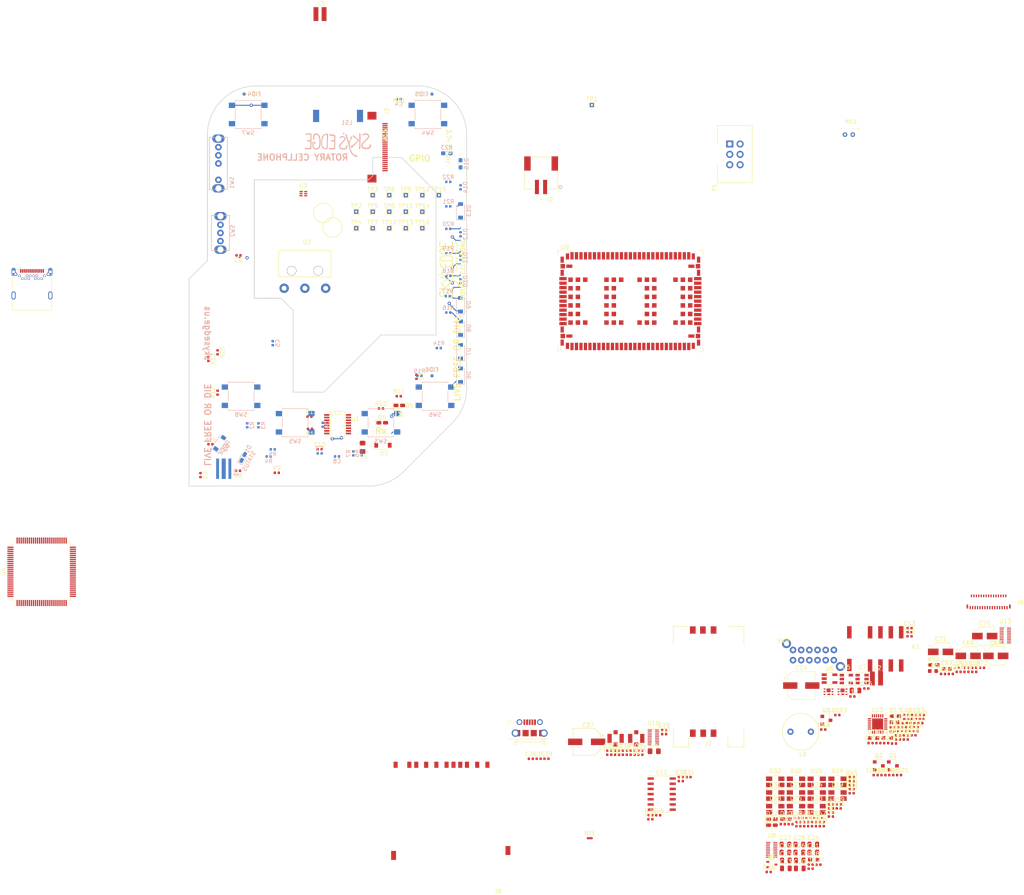
<source format=kicad_pcb>
(kicad_pcb (version 20171130) (host pcbnew 5.0.2+dfsg1-1)
  (layers (0 F.Cu signal) (1 In1.Cu signal) (2 In2.Cu signal) (31 B.Cu signal) (34 B.Paste user hide) (35 F.Paste user hide) (36 B.SilkS user) (37 F.SilkS user) (38 B.Mask user hide) (39 F.Mask user hide) (44 Edge.Cuts user))
  (net 0 "")
  (net 1 /RESET)
  (net 2 GND)
  (net 3 /AREF)
  (net 4 +5V)
  (net 5 "Net-(C7-Pad1)")
  (net 6 "Net-(C8-Pad1)")
  (net 7 "Net-(C9-Pad1)")
  (net 8 "Net-(C10-Pad2)")
  (net 9 +BATT)
  (net 10 "Net-(D4-Pad2)")
  (net 11 "Net-(D4-Pad1)")
  (net 12 "Net-(D5-Pad1)")
  (net 13 "Net-(D5-Pad2)")
  (net 14 "Net-(D10-Pad2)")
  (net 15 "Net-(D11-Pad2)")
  (net 16 "Net-(D12-Pad2)")
  (net 17 "Net-(D13-Pad2)")
  (net 18 /MISO)
  (net 19 /MOSI)
  (net 20 /SCK)
  (net 21 "Net-(R2-Pad1)")
  (net 22 "Net-(R6-Pad1)")
  (net 23 "Net-(R7-Pad1)")
  (net 24 "Net-(R8-Pad1)")
  (net 25 "Net-(R9-Pad2)")
  (net 26 "Net-(U1-Pad10)")
  (net 27 "Net-(R2-Pad2)")
  (net 28 "Net-(R3-Pad2)")
  (net 29 "Net-(R13-Pad2)")
  (net 30 "Net-(R14-Pad2)")
  (net 31 "Net-(R15-Pad2)")
  (net 32 "Net-(R18-Pad2)")
  (net 33 "Net-(R21-Pad2)")
  (net 34 "Net-(SW3-Pad1)")
  (net 35 "Net-(100R1-Pad1)")
  (net 36 /CELL_ON)
  (net 37 "Net-(100R2-Pad1)")
  (net 38 /CELL_RESET)
  (net 39 /BELL_PWM)
  (net 40 "Net-(100R3-Pad1)")
  (net 41 +3V8)
  (net 42 "Net-(C11-Pad1)")
  (net 43 "Net-(C11-Pad2)")
  (net 44 VBUS)
  (net 45 "/CHARGING AND POWER MANAGEMENT/+BATT")
  (net 46 "Net-(C14-Pad1)")
  (net 47 +3V3)
  (net 48 +12V)
  (net 49 "Net-(C21-Pad1)")
  (net 50 "Net-(C21-Pad2)")
  (net 51 "/ePAPER DRIVER/PREVGH")
  (net 52 "/ePAPER DRIVER/VSH")
  (net 53 "/ePAPER DRIVER/VGH")
  (net 54 "/ePAPER DRIVER/VPP")
  (net 55 "/ePAPER DRIVER/VGL")
  (net 56 "/ePAPER DRIVER/VSL")
  (net 57 "/ePAPER DRIVER/VCOM")
  (net 58 "/ePAPER DRIVER/VDD")
  (net 59 "Net-(C36-Pad1)")
  (net 60 "/CELL TRANSCEIVER/V_BCKP")
  (net 61 "Net-(C38-Pad1)")
  (net 62 /AUDIO/V_INT)
  (net 63 "Net-(C40-Pad1)")
  (net 64 "Net-(C41-Pad1)")
  (net 65 GNDA)
  (net 66 "Net-(C46-Pad1)")
  (net 67 "Net-(C47-Pad1)")
  (net 68 "Net-(C48-Pad1)")
  (net 69 "Net-(C49-Pad1)")
  (net 70 "Net-(C50-Pad1)")
  (net 71 "Net-(C51-Pad1)")
  (net 72 "Net-(C52-Pad1)")
  (net 73 "Net-(C53-Pad1)")
  (net 74 "Net-(C54-Pad1)")
  (net 75 "Net-(C55-Pad1)")
  (net 76 "Net-(C60-Pad1)")
  (net 77 "Net-(C61-Pad1)")
  (net 78 "/OLED DRIVER/VSEGM")
  (net 79 "/OLED DRIVER/VCOMH")
  (net 80 "/OLED DRIVER/VSL")
  (net 81 "Net-(D1-Pad1)")
  (net 82 "Net-(D2-Pad1)")
  (net 83 "Net-(D3-Pad2)")
  (net 84 /RELAY_OFF)
  (net 85 "/ePAPER DRIVER/PREVGL")
  (net 86 "Net-(D13-Pad1)")
  (net 87 "Net-(D19-Pad1)")
  (net 88 "Net-(D19-Pad3)")
  (net 89 "Net-(D20-Pad2)")
  (net 90 "Net-(D21-Pad2)")
  (net 91 "Net-(D22-Pad2)")
  (net 92 "Net-(D23-Pad1)")
  (net 93 "Net-(D23-Pad3)")
  (net 94 "Net-(D24-Pad3)")
  (net 95 "Net-(D24-Pad1)")
  (net 96 "Net-(D25-Pad1)")
  (net 97 "Net-(D25-Pad3)")
  (net 98 "Net-(D26-Pad1)")
  (net 99 "Net-(D26-Pad3)")
  (net 100 "Net-(D27-Pad3)")
  (net 101 "Net-(D27-Pad1)")
  (net 102 "Net-(D28-Pad3)")
  (net 103 "Net-(D28-Pad1)")
  (net 104 "Net-(D29-Pad3)")
  (net 105 "Net-(D29-Pad1)")
  (net 106 "Net-(D30-Pad1)")
  (net 107 "Net-(D30-Pad3)")
  (net 108 "Net-(D31-Pad3)")
  (net 109 "Net-(D31-Pad1)")
  (net 110 "Net-(D32-Pad1)")
  (net 111 "Net-(D32-Pad3)")
  (net 112 "Net-(J1-PadA5)")
  (net 113 "Net-(J1-PadB5)")
  (net 114 "/ePAPER DRIVER/GDR")
  (net 115 "/ePAPER DRIVER/RESE")
  (net 116 /EPD_BUSY)
  (net 117 "/ePAPER DRIVER/RESET_3v3")
  (net 118 "/ePAPER DRIVER/DC_3v3")
  (net 119 "/ePAPER DRIVER/CS_3v3")
  (net 120 "/ePAPER DRIVER/SCK_3v3")
  (net 121 "/ePAPER DRIVER/MOSI_3v3")
  (net 122 "/CELL TRANSCEIVER/ANT2")
  (net 123 "/CELL TRANSCEIVER/ANT1")
  (net 124 "/CELL TRANSCEIVER/USB_D-")
  (net 125 "/CELL TRANSCEIVER/USB_D+")
  (net 126 "/SD CARD/SCK_3V3")
  (net 127 "/SD CARD/DO_3V3")
  (net 128 "Net-(J8-Pad8)")
  (net 129 "Net-(J8-Pad9)")
  (net 130 /SD_CD)
  (net 131 "/SD CARD/DI_3V3")
  (net 132 "/SD CARD/CS_3V3")
  (net 133 "/OLED DRIVER/IREF")
  (net 134 "/OLED DRIVER/OLED_CS_3V3")
  (net 135 "/OLED DRIVER/OLED_A0_3V3")
  (net 136 "/OLED DRIVER/OLED_SI_3V3")
  (net 137 "/OLED DRIVER/OLED_RES_3V3")
  (net 138 "/OLED DRIVER/OLED_SCL_3V3")
  (net 139 "Net-(L2-Pad2)")
  (net 140 "Net-(L7-Pad2)")
  (net 141 "Net-(L8-Pad2)")
  (net 142 "Net-(L9-Pad2)")
  (net 143 "/CELL TRANSCEIVER/PWR_ON")
  (net 144 "/CELL TRANSCEIVER/RESET_N")
  (net 145 "Net-(Q3-Pad1)")
  (net 146 "Net-(Q3-Pad2)")
  (net 147 "Net-(Q3-Pad3)")
  (net 148 "Net-(Q3-Pad5)")
  (net 149 "Net-(Q3-Pad6)")
  (net 150 "Net-(Q4-Pad3)")
  (net 151 /MCURX-TO-FTDITX)
  (net 152 /MCUTX-TO-FTDIRX)
  (net 153 "Net-(R19-Pad1)")
  (net 154 /3v3_EN)
  (net 155 "Net-(R20-Pad1)")
  (net 156 LL_OE)
  (net 157 /EPD_CS)
  (net 158 /EPD_RESET)
  (net 159 "Net-(R26-Pad1)")
  (net 160 "Net-(R27-Pad1)")
  (net 161 "/CELL TRANSCEIVER/I2S_SDA")
  (net 162 "/CELL TRANSCEIVER/I2S_SCL")
  (net 163 "Net-(R39-Pad2)")
  (net 164 /LED_HOOK1)
  (net 165 /LED_HOOK2)
  (net 166 /LED_TURNINGON)
  (net 167 /LED_TURNINGOFF)
  (net 168 /LED_STAT)
  (net 169 /LED_1A)
  (net 170 /LED_1B)
  (net 171 /LED_2A)
  (net 172 /LED_2B)
  (net 173 /LED_3A)
  (net 174 /LED_3B)
  (net 175 /LED_4A)
  (net 176 /LED_4B)
  (net 177 /LED_5A)
  (net 178 /LED_5B)
  (net 179 /LED_6A)
  (net 180 /LED_6B)
  (net 181 /LED_7A)
  (net 182 /LED_7B)
  (net 183 /LED_8A)
  (net 184 /LED_8B)
  (net 185 /LED_9A)
  (net 186 /LED_9B)
  (net 187 /LED_10A)
  (net 188 /LED_10B)
  (net 189 "Net-(R66-Pad1)")
  (net 190 "Net-(R67-Pad1)")
  (net 191 /SW_MODE1)
  (net 192 /SW_MODE2)
  (net 193 /SW_MODE3)
  (net 194 "Net-(SW2-Pad2)")
  (net 195 /SW_MULTI1)
  (net 196 /SW_CLEAR)
  (net 197 /SW_MULTI3)
  (net 198 /SW_MULTI2)
  (net 199 /SW_HOOK)
  (net 200 /SW_MULTI4)
  (net 201 /OFFSIGNAL)
  (net 202 /SW_ROTARY)
  (net 203 /CELL_PWR_DET)
  (net 204 /CELL_CTS)
  (net 205 /CELL_RTS)
  (net 206 /CELL_STAT)
  (net 207 /OLED_CS)
  (net 208 /SD_CS)
  (net 209 /EPD_DC)
  (net 210 /12v_EN)
  (net 211 /OLED_AO)
  (net 212 /OLED_XRES)
  (net 213 /CELL_RXD)
  (net 214 /CELL_TXD)
  (net 215 "/CELL TRANSCEIVER/HOST_SELECT0")
  (net 216 "/CELL TRANSCEIVER/RXD_1v8")
  (net 217 "/CELL TRANSCEIVER/TXD_1v8")
  (net 218 "/CELL TRANSCEIVER/CTS_1v8")
  (net 219 "/CELL TRANSCEIVER/RTS_1v8")
  (net 220 "/CELL TRANSCEIVER/DCD_1v8")
  (net 221 "/CELL TRANSCEIVER/RI_1v8")
  (net 222 "/CELL TRANSCEIVER/DSR_1v8")
  (net 223 "/CELL TRANSCEIVER/I2S_WA")
  (net 224 "/CELL TRANSCEIVER/HOST_SELECT1")
  (net 225 "/CELL TRANSCEIVER/I2S_TXD")
  (net 226 "/CELL TRANSCEIVER/I2S_RXD")
  (net 227 "/CELL TRANSCEIVER/I2S_GPIO6")
  (net 228 "Net-(TP9-Pad1)")
  (net 229 /AUDIO/BLCK)
  (net 230 "Net-(TP4-Pad1)")
  (module Button_Switch_SMD:SW_SPST_B3S-1000 (layer B.Cu) (at 139.5 137.5)
    (fp_text reference SW5 (at 0 4.5) (layer B.SilkS) (effects (justify mirror)))
    (fp_text value "Tactile Switch")
    (pad 2 smd rect (at 3.975 -2.25) (size 1.55 1.3) (layers B.Cu B.Paste B.Mask) (net 2 GND))
    (pad 2 smd rect (at -3.975 -2.25) (size 1.55 1.3) (layers B.Cu B.Paste B.Mask) (net 2 GND))
    (pad 1 smd rect (at 3.975 2.25) (size 1.55 1.3) (layers B.Cu B.Paste B.Mask) (net 197 /SW_MULTI3))
    (pad 1 smd rect (at -3.975 2.25) (size 1.55 1.3) (layers B.Cu B.Paste B.Mask) (net 197 /SW_MULTI3))
  )
  (module Button_Switch_SMD:SW_SPST_B3S-1000 (layer B.Cu) (at 126.25 131)
    (fp_text reference SW8 (at 0 4.5) (layer B.SilkS) (effects (justify mirror)))
    (fp_text value "Tactile Switch")
    (pad 2 smd rect (at 3.975 -2.25) (size 1.55 1.3) (layers B.Cu B.Paste B.Mask) (net 2 GND))
    (pad 2 smd rect (at -3.975 -2.25) (size 1.55 1.3) (layers B.Cu B.Paste B.Mask) (net 2 GND))
    (pad 1 smd rect (at 3.975 2.25) (size 1.55 1.3) (layers B.Cu B.Paste B.Mask) (net 200 /SW_MULTI4))
    (pad 1 smd rect (at -3.975 2.25) (size 1.55 1.3) (layers B.Cu B.Paste B.Mask) (net 200 /SW_MULTI4))
  )
  (module MountingHole:MountingHole_2.5mm (layer F.Cu) (at 160.5 150)
    (fp_text reference MH5 hide)
    (fp_text value MountingHole)
    (pad 1 np_thru_hole circle (at 0 0) (size 2.5 2.5) (drill 2.5) (layers *.Cu *.Mask))
  )
  (module Button_Switch_SMD:SW_SPST_B3S-1000 (layer B.Cu) (at 172 62)
    (fp_text reference SW4 (at 0 4.5) (layer B.SilkS) (effects (justify mirror)))
    (fp_text value "Tactile Switch")
    (pad 2 smd rect (at 3.975 -2.25) (size 1.55 1.3) (layers B.Cu B.Paste B.Mask) (net 2 GND))
    (pad 2 smd rect (at -3.975 -2.25) (size 1.55 1.3) (layers B.Cu B.Paste B.Mask) (net 2 GND))
    (pad 1 smd rect (at 3.975 2.25) (size 1.55 1.3) (layers B.Cu B.Paste B.Mask) (net 196 /SW_CLEAR))
    (pad 1 smd rect (at -3.975 2.25) (size 1.55 1.3) (layers B.Cu B.Paste B.Mask) (net 196 /SW_CLEAR))
  )
  (module Button_Switch_SMD:SW_SPST_B3S-1000 (layer B.Cu) (at 128 62)
    (fp_text reference SW7 (at 0 4.5) (layer B.SilkS) (effects (justify mirror)))
    (fp_text value "Tactile Switch")
    (pad 2 smd rect (at 3.975 -2.25) (size 1.55 1.3) (layers B.Cu B.Paste B.Mask) (net 2 GND))
    (pad 2 smd rect (at -3.975 -2.25) (size 1.55 1.3) (layers B.Cu B.Paste B.Mask) (net 2 GND))
    (pad 1 smd rect (at 3.975 2.25) (size 1.55 1.3) (layers B.Cu B.Paste B.Mask) (net 199 /SW_HOOK))
    (pad 1 smd rect (at -3.975 2.25) (size 1.55 1.3) (layers B.Cu B.Paste B.Mask) (net 199 /SW_HOOK))
  )
  (module MountingHole:MountingHole_2.5mm (layer F.Cu) (at 115.75 104.25)
    (fp_text reference MH4 hide)
    (fp_text value MountingHole)
    (pad 1 np_thru_hole circle (at 0 0) (size 2.5 2.5) (drill 2.5) (layers *.Cu *.Mask))
  )
  (module MyFootprints:SPDT_OS102011MA1QN1 (layer B.Cu) (at 121.2 91 90)
    (fp_text reference SW2 (at 0.5 3 90) (layer B.SilkS) (effects (justify mirror)))
    (fp_text value "CHARGE RATE SELECT")
    (pad "" thru_hole oval (at 4.1 0 90) (size 2 3) (drill 1.5) (layers *.Cu *.Mask))
    (pad "" thru_hole oval (at -4.1 0 90) (size 2 3) (drill 1.5) (layers *.Cu *.Mask))
    (pad 3 thru_hole oval (at 2 0 90) (size 1.6 1.6) (drill 0.8) (layers *.Cu *.Mask) (net 31 "Net-(R15-Pad2)"))
    (pad 2 thru_hole oval (at 0 0 90) (size 1.6 1.6) (drill 0.8) (layers *.Cu *.Mask) (net 194 "Net-(SW2-Pad2)"))
    (pad 1 thru_hole oval (at -2 0 90) (size 1.6 1.6) (drill 0.8) (layers *.Cu *.Mask) (net 30 "Net-(R14-Pad2)"))
  )
  (module Diode_SMD:D_SOD-123 (layer F.Cu) (at 161 143)
    (fp_text reference D3 (at 0.25 2) (layer F.SilkS))
    (fp_text value D_Schottky)
    (pad 2 smd rect (at 1.65 0) (size 0.9 1.2) (layers F.Cu F.Paste F.Mask) (net 83 "Net-(D3-Pad2)"))
    (pad 1 smd rect (at -1.65 0) (size 0.9 1.2) (layers F.Cu F.Paste F.Mask) (net 5 "Net-(C7-Pad1)"))
  )
  (module LED_SMD:LED_0603_1608Metric_Castellated (layer F.Cu) (at 160.8125 137.5)
    (fp_text reference D4 (at 0 -1.38) (layer F.SilkS))
    (fp_text value RX/GREEN)
    (pad 2 smd roundrect (at 0.8125 0) (size 1.225 0.85) (layers F.Cu F.Paste F.Mask) (net 10 "Net-(D4-Pad2)"))
    (pad 1 smd roundrect (at -0.8125 0) (size 1.225 0.85) (layers F.Cu F.Paste F.Mask) (net 11 "Net-(D4-Pad1)"))
  )
  (module LED_SMD:LED_0603_1608Metric_Castellated (layer F.Cu) (at 165 133.25)
    (fp_text reference D5 (at 2.5 0) (layer F.SilkS))
    (fp_text value TX/YELLOW)
    (pad 2 smd roundrect (at 0.8125 0) (size 1.225 0.85) (layers F.Cu F.Paste F.Mask) (net 13 "Net-(D5-Pad2)"))
    (pad 1 smd roundrect (at -0.8125 0) (size 1.225 0.85) (layers F.Cu F.Paste F.Mask) (net 12 "Net-(D5-Pad1)"))
  )
  (module Resistor_SMD:R_0805_2012Metric_Pad1.15x1.40mm_HandSolder (layer F.Cu) (at 156 143.5 270)
    (fp_text reference L1 (at 2.25 -0.25) (layer F.SilkS))
    (fp_text value Ferrite_Bead)
    (pad 2 smd roundrect (at 1.025 0 270) (size 1.15 1.4) (layers F.Cu F.Paste F.Mask) (roundrect_rratio 0.217391) (net 44 VBUS))
    (pad 1 smd roundrect (at -1.025 0 270) (size 1.15 1.4) (layers F.Cu F.Paste F.Mask) (roundrect_rratio 0.217391) (net 5 "Net-(C7-Pad1)"))
  )
  (module Resistor_SMD:R_0603_1608Metric_Pad1.05x0.95mm_HandSolder (layer B.Cu) (at 176.625 71.5 180)
    (fp_text reference R23 (at 0 1.43 180) (layer B.SilkS) (effects (justify mirror)))
    (fp_text value 10k)
    (pad 2 smd roundrect (at 0.875 0 180) (size 1.05 0.95) (layers B.Cu B.Paste B.Mask) (net 2 GND))
    (pad 1 smd roundrect (at -0.875 0 180) (size 1.05 0.95) (layers B.Cu B.Paste B.Mask) (net 156 LL_OE))
  )
  (module MyFootprints:SSOP-16 (layer F.Cu) (at 150 138)
    (fp_text reference U1 (at 4.25 -1.5) (layer F.SilkS))
    (fp_text value FT230XS)
    (pad 16 smd rect (at 2.567 -2.421 270) (size 0.4064 1.27) (layers F.Cu F.Paste F.Mask))
    (pad 15 smd rect (at 2.567 -1.786 270) (size 0.4064 1.27) (layers F.Cu F.Paste F.Mask))
    (pad 14 smd rect (at 2.567 -1.1256 270) (size 0.4064 1.27) (layers F.Cu F.Paste F.Mask) (net 11 "Net-(D4-Pad1)"))
    (pad 13 smd rect (at 2.567 -0.4652 270) (size 0.4064 1.27) (layers F.Cu F.Paste F.Mask) (net 2 GND))
    (pad 12 smd rect (at 2.567 0.1698 270) (size 0.4064 1.27) (layers F.Cu F.Paste F.Mask) (net 41 +3V8))
    (pad 11 smd rect (at 2.567 0.8302 270) (size 0.4064 1.27) (layers F.Cu F.Paste F.Mask) (net 26 "Net-(U1-Pad10)"))
    (pad 10 smd rect (at 2.567 1.4906 270) (size 0.4064 1.27) (layers F.Cu F.Paste F.Mask) (net 26 "Net-(U1-Pad10)"))
    (pad 9 smd rect (at 2.567 2.1256 270) (size 0.4064 1.27) (layers F.Cu F.Paste F.Mask) (net 23 "Net-(R7-Pad1)"))
    (pad 8 smd rect (at -2.767 2.1256 270) (size 0.4064 1.27) (layers F.Cu F.Paste F.Mask) (net 22 "Net-(R6-Pad1)"))
    (pad 7 smd rect (at -2.767 1.4906 270) (size 0.4064 1.27) (layers F.Cu F.Paste F.Mask) (net 12 "Net-(D5-Pad1)"))
    (pad 6 smd rect (at -2.767 0.8302 270) (size 0.4064 1.27) (layers F.Cu F.Paste F.Mask))
    (pad 5 smd rect (at -2.767 0.1698 270) (size 0.4064 1.27) (layers F.Cu F.Paste F.Mask) (net 2 GND))
    (pad 4 smd rect (at -2.767 -0.4652 270) (size 0.4064 1.27) (layers F.Cu F.Paste F.Mask) (net 25 "Net-(R9-Pad2)"))
    (pad 3 smd rect (at -2.767 -1.1256 270) (size 0.4064 1.27) (layers F.Cu F.Paste F.Mask) (net 26 "Net-(U1-Pad10)"))
    (pad 2 smd rect (at -2.767 -1.786 270) (size 0.4064 1.27) (layers F.Cu F.Paste F.Mask) (net 8 "Net-(C10-Pad2)"))
    (pad 1 smd rect (at -2.767 -2.421 270) (size 0.4064 1.27) (layers F.Cu F.Paste F.Mask) (net 24 "Net-(R8-Pad1)"))
  )
  (module MyFootprints:AWSCR-16.00CV-T (layer B.Cu) (at 122 148.75 180)
    (fp_text reference Y1 (at -3 -1 90) (layer B.SilkS) (effects (justify mirror)))
    (fp_text value 8MHz)
    (pad 3 smd rect (at 1.5 0 180) (size 0.7 5) (layers B.Cu B.Paste B.Mask) (net 21 "Net-(R2-Pad1)"))
    (pad 2 smd rect (at 0 0 180) (size 1 5) (layers B.Cu B.Paste B.Mask) (net 2 GND))
    (pad 1 smd rect (at -1.5 0 180) (size 0.7 5) (layers B.Cu B.Paste B.Mask) (net 27 "Net-(R2-Pad2)"))
  )
  (module Button_Switch_SMD:SW_SPST_B3S-1000 (layer B.Cu) (at 160.5 137.5)
    (fp_text reference SW3 (at 0 4.5) (layer B.SilkS) (effects (justify mirror)))
    (fp_text value "Tactile Switch")
    (pad 2 smd rect (at 3.975 -2.25) (size 1.55 1.3) (layers B.Cu B.Paste B.Mask) (net 2 GND))
    (pad 2 smd rect (at -3.975 -2.25) (size 1.55 1.3) (layers B.Cu B.Paste B.Mask) (net 2 GND))
    (pad 1 smd rect (at 3.975 2.25) (size 1.55 1.3) (layers B.Cu B.Paste B.Mask) (net 195 /SW_MULTI1))
    (pad 1 smd rect (at -3.975 2.25) (size 1.55 1.3) (layers B.Cu B.Paste B.Mask) (net 195 /SW_MULTI1))
  )
  (module Button_Switch_SMD:SW_SPST_B3S-1000 (layer B.Cu) (at 173.75 131)
    (fp_text reference SW6 (at 0 4.5) (layer B.SilkS) (effects (justify mirror)))
    (fp_text value "Tactile Switch")
    (pad 2 smd rect (at 3.975 -2.25) (size 1.55 1.3) (layers B.Cu B.Paste B.Mask) (net 2 GND))
    (pad 2 smd rect (at -3.975 -2.25) (size 1.55 1.3) (layers B.Cu B.Paste B.Mask) (net 2 GND))
    (pad 1 smd rect (at 3.975 2.25) (size 1.55 1.3) (layers B.Cu B.Paste B.Mask) (net 198 /SW_MULTI2))
    (pad 1 smd rect (at -3.975 2.25) (size 1.55 1.3) (layers B.Cu B.Paste B.Mask) (net 198 /SW_MULTI2))
  )
  (module Package_QFP:TQFP-100_14x14mm_P0.5mm (layer F.Cu) (at 77.41 173.99 90)
    (fp_text reference U4 (at 0 -9.35 90) (layer F.SilkS))
    (fp_text value ATmega2560V-8AU)
    (pad 100 smd rect (at -6 -7.65 90) (size 0.3 1.5) (layers F.Cu F.Paste F.Mask) (net 41 +3V8))
    (pad 99 smd rect (at -5.5 -7.65 90) (size 0.3 1.5) (layers F.Cu F.Paste F.Mask) (net 2 GND))
    (pad 98 smd rect (at -5 -7.65 90) (size 0.3 1.5) (layers F.Cu F.Paste F.Mask) (net 3 /AREF))
    (pad 97 smd rect (at -4.5 -7.65 90) (size 0.3 1.5) (layers F.Cu F.Paste F.Mask) (net 36 /CELL_ON))
    (pad 96 smd rect (at -4 -7.65 90) (size 0.3 1.5) (layers F.Cu F.Paste F.Mask) (net 38 /CELL_RESET))
    (pad 95 smd rect (at -3.5 -7.65 90) (size 0.3 1.5) (layers F.Cu F.Paste F.Mask) (net 203 /CELL_PWR_DET))
    (pad 94 smd rect (at -3 -7.65 90) (size 0.3 1.5) (layers F.Cu F.Paste F.Mask) (net 204 /CELL_CTS))
    (pad 93 smd rect (at -2.5 -7.65 90) (size 0.3 1.5) (layers F.Cu F.Paste F.Mask) (net 205 /CELL_RTS))
    (pad 92 smd rect (at -2 -7.65 90) (size 0.3 1.5) (layers F.Cu F.Paste F.Mask) (net 206 /CELL_STAT))
    (pad 91 smd rect (at -1.5 -7.65 90) (size 0.3 1.5) (layers F.Cu F.Paste F.Mask) (net 169 /LED_1A))
    (pad 90 smd rect (at -1 -7.65 90) (size 0.3 1.5) (layers F.Cu F.Paste F.Mask) (net 170 /LED_1B))
    (pad 89 smd rect (at -0.5 -7.65 90) (size 0.3 1.5) (layers F.Cu F.Paste F.Mask) (net 187 /LED_10A))
    (pad 88 smd rect (at 0 -7.65 90) (size 0.3 1.5) (layers F.Cu F.Paste F.Mask) (net 186 /LED_9B))
    (pad 87 smd rect (at 0.5 -7.65 90) (size 0.3 1.5) (layers F.Cu F.Paste F.Mask) (net 185 /LED_9A))
    (pad 86 smd rect (at 1 -7.65 90) (size 0.3 1.5) (layers F.Cu F.Paste F.Mask) (net 184 /LED_8B))
    (pad 85 smd rect (at 1.5 -7.65 90) (size 0.3 1.5) (layers F.Cu F.Paste F.Mask) (net 183 /LED_8A))
    (pad 84 smd rect (at 2 -7.65 90) (size 0.3 1.5) (layers F.Cu F.Paste F.Mask) (net 182 /LED_7B))
    (pad 83 smd rect (at 2.5 -7.65 90) (size 0.3 1.5) (layers F.Cu F.Paste F.Mask) (net 181 /LED_7A))
    (pad 82 smd rect (at 3 -7.65 90) (size 0.3 1.5) (layers F.Cu F.Paste F.Mask) (net 180 /LED_6B))
    (pad 81 smd rect (at 3.5 -7.65 90) (size 0.3 1.5) (layers F.Cu F.Paste F.Mask) (net 2 GND))
    (pad 80 smd rect (at 4 -7.65 90) (size 0.3 1.5) (layers F.Cu F.Paste F.Mask) (net 41 +3V8))
    (pad 79 smd rect (at 4.5 -7.65 90) (size 0.3 1.5) (layers F.Cu F.Paste F.Mask))
    (pad 78 smd rect (at 5 -7.65 90) (size 0.3 1.5) (layers F.Cu F.Paste F.Mask) (net 207 /OLED_CS))
    (pad 77 smd rect (at 5.5 -7.65 90) (size 0.3 1.5) (layers F.Cu F.Paste F.Mask) (net 130 /SD_CD))
    (pad 76 smd rect (at 6 -7.65 90) (size 0.3 1.5) (layers F.Cu F.Paste F.Mask) (net 208 /SD_CS))
    (pad 75 smd rect (at 7.65 -6 90) (size 1.5 0.3) (layers F.Cu F.Paste F.Mask) (net 157 /EPD_CS))
    (pad 74 smd rect (at 7.65 -5.5 90) (size 1.5 0.3) (layers F.Cu F.Paste F.Mask) (net 209 /EPD_DC))
    (pad 73 smd rect (at 7.65 -5 90) (size 1.5 0.3) (layers F.Cu F.Paste F.Mask) (net 201 /OFFSIGNAL))
    (pad 72 smd rect (at 7.65 -4.5 90) (size 1.5 0.3) (layers F.Cu F.Paste F.Mask) (net 158 /EPD_RESET))
    (pad 71 smd rect (at 7.65 -4 90) (size 1.5 0.3) (layers F.Cu F.Paste F.Mask) (net 116 /EPD_BUSY))
    (pad 70 smd rect (at 7.65 -3.5 90) (size 1.5 0.3) (layers F.Cu F.Paste F.Mask) (net 202 /SW_ROTARY))
    (pad 69 smd rect (at 7.65 -3 90) (size 1.5 0.3) (layers F.Cu F.Paste F.Mask))
    (pad 68 smd rect (at 7.65 -2.5 90) (size 1.5 0.3) (layers F.Cu F.Paste F.Mask))
    (pad 67 smd rect (at 7.65 -2 90) (size 1.5 0.3) (layers F.Cu F.Paste F.Mask))
    (pad 66 smd rect (at 7.65 -1.5 90) (size 1.5 0.3) (layers F.Cu F.Paste F.Mask))
    (pad 65 smd rect (at 7.65 -1 90) (size 1.5 0.3) (layers F.Cu F.Paste F.Mask))
    (pad 64 smd rect (at 7.65 -0.5 90) (size 1.5 0.3) (layers F.Cu F.Paste F.Mask) (net 178 /LED_5B))
    (pad 63 smd rect (at 7.65 0 90) (size 1.5 0.3) (layers F.Cu F.Paste F.Mask) (net 179 /LED_6A))
    (pad 62 smd rect (at 7.65 0.5 90) (size 1.5 0.3) (layers F.Cu F.Paste F.Mask) (net 2 GND))
    (pad 61 smd rect (at 7.65 1 90) (size 1.5 0.3) (layers F.Cu F.Paste F.Mask) (net 41 +3V8))
    (pad 60 smd rect (at 7.65 1.5 90) (size 1.5 0.3) (layers F.Cu F.Paste F.Mask) (net 210 /12v_EN))
    (pad 59 smd rect (at 7.65 2 90) (size 1.5 0.3) (layers F.Cu F.Paste F.Mask) (net 154 /3v3_EN))
    (pad 58 smd rect (at 7.65 2.5 90) (size 1.5 0.3) (layers F.Cu F.Paste F.Mask) (net 200 /SW_MULTI4))
    (pad 57 smd rect (at 7.65 3 90) (size 1.5 0.3) (layers F.Cu F.Paste F.Mask) (net 199 /SW_HOOK))
    (pad 56 smd rect (at 7.65 3.5 90) (size 1.5 0.3) (layers F.Cu F.Paste F.Mask) (net 198 /SW_MULTI2))
    (pad 55 smd rect (at 7.65 4 90) (size 1.5 0.3) (layers F.Cu F.Paste F.Mask) (net 197 /SW_MULTI3))
    (pad 54 smd rect (at 7.65 4.5 90) (size 1.5 0.3) (layers F.Cu F.Paste F.Mask) (net 196 /SW_CLEAR))
    (pad 53 smd rect (at 7.65 5 90) (size 1.5 0.3) (layers F.Cu F.Paste F.Mask) (net 195 /SW_MULTI1))
    (pad 52 smd rect (at 7.65 5.5 90) (size 1.5 0.3) (layers F.Cu F.Paste F.Mask) (net 171 /LED_2A))
    (pad 51 smd rect (at 7.65 6 90) (size 1.5 0.3) (layers F.Cu F.Paste F.Mask) (net 172 /LED_2B))
    (pad 50 smd rect (at 6 7.65 90) (size 0.3 1.5) (layers F.Cu F.Paste F.Mask) (net 156 LL_OE))
    (pad 49 smd rect (at 5.5 7.65 90) (size 0.3 1.5) (layers F.Cu F.Paste F.Mask))
    (pad 48 smd rect (at 5 7.65 90) (size 0.3 1.5) (layers F.Cu F.Paste F.Mask))
    (pad 47 smd rect (at 4.5 7.65 90) (size 0.3 1.5) (layers F.Cu F.Paste F.Mask))
    (pad 46 smd rect (at 4 7.65 90) (size 0.3 1.5) (layers F.Cu F.Paste F.Mask) (net 193 /SW_MODE3))
    (pad 45 smd rect (at 3.5 7.65 90) (size 0.3 1.5) (layers F.Cu F.Paste F.Mask) (net 192 /SW_MODE2))
    (pad 44 smd rect (at 3 7.65 90) (size 0.3 1.5) (layers F.Cu F.Paste F.Mask) (net 191 /SW_MODE1))
    (pad 43 smd rect (at 2.5 7.65 90) (size 0.3 1.5) (layers F.Cu F.Paste F.Mask))
    (pad 42 smd rect (at 2 7.65 90) (size 0.3 1.5) (layers F.Cu F.Paste F.Mask) (net 188 /LED_10B))
    (pad 41 smd rect (at 1.5 7.65 90) (size 0.3 1.5) (layers F.Cu F.Paste F.Mask))
    (pad 40 smd rect (at 1 7.65 90) (size 0.3 1.5) (layers F.Cu F.Paste F.Mask))
    (pad 39 smd rect (at 0.5 7.65 90) (size 0.3 1.5) (layers F.Cu F.Paste F.Mask) (net 165 /LED_HOOK2))
    (pad 38 smd rect (at 0 7.65 90) (size 0.3 1.5) (layers F.Cu F.Paste F.Mask) (net 164 /LED_HOOK1))
    (pad 37 smd rect (at -0.5 7.65 90) (size 0.3 1.5) (layers F.Cu F.Paste F.Mask) (net 168 /LED_STAT))
    (pad 36 smd rect (at -1 7.65 90) (size 0.3 1.5) (layers F.Cu F.Paste F.Mask) (net 167 /LED_TURNINGOFF))
    (pad 35 smd rect (at -1.5 7.65 90) (size 0.3 1.5) (layers F.Cu F.Paste F.Mask) (net 166 /LED_TURNINGON))
    (pad 34 smd rect (at -2 7.65 90) (size 0.3 1.5) (layers F.Cu F.Paste F.Mask) (net 27 "Net-(R2-Pad2)"))
    (pad 33 smd rect (at -2.5 7.65 90) (size 0.3 1.5) (layers F.Cu F.Paste F.Mask) (net 28 "Net-(R3-Pad2)"))
    (pad 32 smd rect (at -3 7.65 90) (size 0.3 1.5) (layers F.Cu F.Paste F.Mask) (net 2 GND))
    (pad 31 smd rect (at -3.5 7.65 90) (size 0.3 1.5) (layers F.Cu F.Paste F.Mask) (net 41 +3V8))
    (pad 30 smd rect (at -4 7.65 90) (size 0.3 1.5) (layers F.Cu F.Paste F.Mask) (net 1 /RESET))
    (pad 29 smd rect (at -4.5 7.65 90) (size 0.3 1.5) (layers F.Cu F.Paste F.Mask))
    (pad 28 smd rect (at -5 7.65 90) (size 0.3 1.5) (layers F.Cu F.Paste F.Mask))
    (pad 27 smd rect (at -5.5 7.65 90) (size 0.3 1.5) (layers F.Cu F.Paste F.Mask))
    (pad 26 smd rect (at -6 7.65 90) (size 0.3 1.5) (layers F.Cu F.Paste F.Mask))
    (pad 25 smd rect (at -7.65 6 90) (size 1.5 0.3) (layers F.Cu F.Paste F.Mask) (net 84 /RELAY_OFF))
    (pad 24 smd rect (at -7.65 5.5 90) (size 1.5 0.3) (layers F.Cu F.Paste F.Mask) (net 211 /OLED_AO))
    (pad 23 smd rect (at -7.65 5 90) (size 1.5 0.3) (layers F.Cu F.Paste F.Mask) (net 212 /OLED_XRES))
    (pad 22 smd rect (at -7.65 4.5 90) (size 1.5 0.3) (layers F.Cu F.Paste F.Mask) (net 18 /MISO))
    (pad 21 smd rect (at -7.65 4 90) (size 1.5 0.3) (layers F.Cu F.Paste F.Mask) (net 19 /MOSI))
    (pad 20 smd rect (at -7.65 3.5 90) (size 1.5 0.3) (layers F.Cu F.Paste F.Mask) (net 20 /SCK))
    (pad 19 smd rect (at -7.65 3 90) (size 1.5 0.3) (layers F.Cu F.Paste F.Mask) (net 213 /CELL_RXD))
    (pad 18 smd rect (at -7.65 2.5 90) (size 1.5 0.3) (layers F.Cu F.Paste F.Mask) (net 214 /CELL_TXD))
    (pad 17 smd rect (at -7.65 2 90) (size 1.5 0.3) (layers F.Cu F.Paste F.Mask) (net 173 /LED_3A))
    (pad 16 smd rect (at -7.65 1.5 90) (size 1.5 0.3) (layers F.Cu F.Paste F.Mask) (net 174 /LED_3B))
    (pad 15 smd rect (at -7.65 1 90) (size 1.5 0.3) (layers F.Cu F.Paste F.Mask) (net 175 /LED_4A))
    (pad 14 smd rect (at -7.65 0.5 90) (size 1.5 0.3) (layers F.Cu F.Paste F.Mask))
    (pad 13 smd rect (at -7.65 0 90) (size 1.5 0.3) (layers F.Cu F.Paste F.Mask) (net 176 /LED_4B))
    (pad 12 smd rect (at -7.65 -0.5 90) (size 1.5 0.3) (layers F.Cu F.Paste F.Mask) (net 177 /LED_5A))
    (pad 11 smd rect (at -7.65 -1 90) (size 1.5 0.3) (layers F.Cu F.Paste F.Mask) (net 2 GND))
    (pad 10 smd rect (at -7.65 -1.5 90) (size 1.5 0.3) (layers F.Cu F.Paste F.Mask) (net 41 +3V8))
    (pad 9 smd rect (at -7.65 -2 90) (size 1.5 0.3) (layers F.Cu F.Paste F.Mask))
    (pad 8 smd rect (at -7.65 -2.5 90) (size 1.5 0.3) (layers F.Cu F.Paste F.Mask))
    (pad 7 smd rect (at -7.65 -3 90) (size 1.5 0.3) (layers F.Cu F.Paste F.Mask))
    (pad 6 smd rect (at -7.65 -3.5 90) (size 1.5 0.3) (layers F.Cu F.Paste F.Mask))
    (pad 5 smd rect (at -7.65 -4 90) (size 1.5 0.3) (layers F.Cu F.Paste F.Mask))
    (pad 4 smd rect (at -7.65 -4.5 90) (size 1.5 0.3) (layers F.Cu F.Paste F.Mask))
    (pad 3 smd rect (at -7.65 -5 90) (size 1.5 0.3) (layers F.Cu F.Paste F.Mask) (net 152 /MCUTX-TO-FTDIRX))
    (pad 2 smd rect (at -7.65 -5.5 90) (size 1.5 0.3) (layers F.Cu F.Paste F.Mask) (net 151 /MCURX-TO-FTDITX))
    (pad 1 smd rect (at -7.65 -6 90) (size 1.5 0.3) (layers F.Cu F.Paste F.Mask) (net 39 /BELL_PWM))
  )
  (module Fiducial:Fiducial_0.75mm_Dia_1.5mm_Outer (layer F.Cu) (at 127 57)
    (fp_text reference FID1 (at 2.5 0) (layer F.SilkS))
    (fp_text value Fiducial)
    (pad ~ smd circle (at 0 0) (size 0.75 0.75) (layers F.Cu F.Mask) (clearance 0.375))
  )
  (module Fiducial:Fiducial_0.75mm_Dia_1.5mm_Outer (layer F.Cu) (at 173 57)
    (fp_text reference FID2 (at -2.5 0) (layer F.SilkS))
    (fp_text value Fiducial)
    (pad ~ smd circle (at 0 0) (size 0.75 0.75) (layers F.Cu F.Mask) (clearance 0.375))
  )
  (module Fiducial:Fiducial_0.75mm_Dia_1.5mm_Outer (layer F.Cu) (at 173 126)
    (fp_text reference FID3 (at 0 -1.5) (layer F.SilkS))
    (fp_text value Fiducial)
    (pad ~ smd circle (at 0 0) (size 0.75 0.75) (layers F.Cu F.Mask) (clearance 0.375))
  )
  (module MountingHole:MountingHole_2.5mm (layer F.Cu) (at 165 62)
    (fp_text reference MH1 (at 0 -3.5) (layer F.SilkS))
    (fp_text value MountingHole)
    (pad 1 np_thru_hole circle (at 0 0) (size 2.5 2.5) (drill 2.5) (layers *.Cu *.Mask))
  )
  (module MountingHole:MountingHole_2.5mm (layer F.Cu) (at 121.5 62)
    (fp_text reference MH2 hide)
    (fp_text value MountingHole)
    (pad 1 np_thru_hole circle (at 0 0) (size 2.5 2.5) (drill 2.5) (layers *.Cu *.Mask))
  )
  (module MountingHole:MountingHole_2.5mm (layer F.Cu) (at 176.5 125.5)
    (fp_text reference MH3 hide)
    (fp_text value MountingHole)
    (pad 1 np_thru_hole circle (at 0 0) (size 2.5 2.5) (drill 2.5) (layers *.Cu *.Mask))
  )
  (module Fiducial:Fiducial_0.75mm_Dia_1.5mm_Outer (layer B.Cu) (at 127 57)
    (fp_text reference FID4 (at 2.5 0) (layer B.SilkS) (effects (justify mirror)))
    (fp_text value Fiducial)
    (pad ~ smd circle (at 0 0) (size 0.75 0.75) (layers B.Cu B.Mask) (clearance 0.375))
  )
  (module Fiducial:Fiducial_0.75mm_Dia_1.5mm_Outer (layer B.Cu) (at 173 57)
    (fp_text reference FID5 (at -2.5 0) (layer B.SilkS) (effects (justify mirror)))
    (fp_text value Fiducial)
    (pad ~ smd circle (at 0 0) (size 0.75 0.75) (layers B.Cu B.Mask) (clearance 0.375))
  )
  (module Fiducial:Fiducial_0.75mm_Dia_1.5mm_Outer (layer B.Cu) (at 173 126)
    (fp_text reference FID6 (at 0 -1.5) (layer B.SilkS) (effects (justify mirror)))
    (fp_text value Fiducial)
    (pad ~ smd circle (at 0 0) (size 0.75 0.75) (layers B.Cu B.Mask) (clearance 0.375))
  )
  (module MyFootprints:SkysEdge_21mm (layer B.Cu) (at 149.9 68.4 180)
    (fp_text reference LOGO1 hide)
    (fp_text value Logo1 hide)
  )
  (module MyFootprints:SkysEdge_18mm (layer F.Cu) (at 176.3 100 90)
    (fp_text reference LOGO2 hide)
    (fp_text value Logo2 hide)
  )
  (module LED_SMD:LED_0603_1608Metric_Castellated (layer B.Cu) (at 126.75 146 62)
    (fp_text reference D1 (at 2.426226 0.089953 62) (layer B.SilkS) (effects (justify mirror)))
    (fp_text value LED)
    (pad 2 smd roundrect (at 0.8125 0 62) (size 1.225 0.85) (layers B.Cu B.Paste B.Mask) (net 44 VBUS))
    (pad 1 smd roundrect (at -0.8125 0 62) (size 1.225 0.85) (layers B.Cu B.Paste B.Mask) (net 81 "Net-(D1-Pad1)"))
  )
  (module MyFootprints:SP3T_OS103011MA7QP1 (layer B.Cu) (at 120.7 74 90)
    (fp_text reference SW1 (at -4.7 3.3 90) (layer B.SilkS) (effects (justify mirror)))
    (fp_text value SP3T)
    (pad "" thru_hole oval (at 6.1 0 90) (size 2 3) (drill 1.5) (layers *.Cu *.Mask))
    (pad "" thru_hole oval (at -6.1 0 90) (size 2 3) (drill 1.5) (layers *.Cu *.Mask))
    (pad 4 thru_hole circle (at 4 0 90) (size 1.6 1.6) (drill 0.8) (layers *.Cu *.Mask) (net 191 /SW_MODE1))
    (pad 3 thru_hole circle (at 2 0 90) (size 1.6 1.6) (drill 0.8) (layers *.Cu *.Mask) (net 192 /SW_MODE2))
    (pad 2 thru_hole circle (at 0 0 90) (size 1.6 1.6) (drill 0.8) (layers *.Cu *.Mask) (net 2 GND))
    (pad 1 thru_hole circle (at -4 0 90) (size 1.6 1.6) (drill 0.8) (layers *.Cu *.Mask) (net 193 /SW_MODE3))
  )
  (module MyFootprints:S2B-PH-SM4-TBLFSN (layer F.Cu) (at 199.73 83.18)
    (fp_text reference J2 (at 2.075001 -0.327301) (layer F.SilkS))
    (fp_text value JST2 hide)
    (fp_text user * (at 0 0) (layer F.SilkS))
    (pad 4 smd rect (at 3.35 -9.177302) (size 1.6002 3.5052) (layers F.Cu F.Paste F.Mask))
    (pad 3 smd rect (at -3.35 -9.177302) (size 1.6002 3.5052) (layers F.Cu F.Paste F.Mask))
    (pad 2 smd rect (at -1.024999 -3.427301) (size 0.9906 3.5052) (layers F.Cu F.Paste F.Mask) (net 43 "Net-(C11-Pad2)"))
    (pad 1 smd rect (at 0.974999 -3.427301) (size 0.9906 3.5052) (layers F.Cu F.Paste F.Mask) (net 45 "/CHARGING AND POWER MANAGEMENT/+BATT"))
  )
  (module Resistor_SMD:R_0402_1005Metric (layer F.Cu) (at 287.385001 223.775001)
    (fp_text reference 100R1 (at 0 -1.17) (layer F.SilkS))
    (fp_text value R_US)
    (pad 1 smd roundrect (at -0.485 0) (size 0.59 0.64) (layers F.Cu F.Paste F.Mask) (net 35 "Net-(100R1-Pad1)"))
    (pad 2 smd roundrect (at 0.485 0) (size 0.59 0.64) (layers F.Cu F.Paste F.Mask) (net 36 /CELL_ON))
  )
  (module Resistor_SMD:R_0402_1005Metric (layer F.Cu) (at 281.655001 223.775001)
    (fp_text reference 100R2 (at 0 -1.17) (layer F.SilkS))
    (fp_text value R_US)
    (pad 1 smd roundrect (at -0.485 0) (size 0.59 0.64) (layers F.Cu F.Paste F.Mask) (net 37 "Net-(100R2-Pad1)"))
    (pad 2 smd roundrect (at 0.485 0) (size 0.59 0.64) (layers F.Cu F.Paste F.Mask) (net 38 /CELL_RESET))
  )
  (module Resistor_SMD:R_0402_1005Metric (layer F.Cu) (at 272.275001 209.075001)
    (fp_text reference 100R3 (at 0 -1.17) (layer F.SilkS))
    (fp_text value R_US)
    (pad 2 smd roundrect (at 0.485 0) (size 0.59 0.64) (layers F.Cu F.Paste F.Mask) (net 39 /BELL_PWM))
    (pad 1 smd roundrect (at -0.485 0) (size 0.59 0.64) (layers F.Cu F.Paste F.Mask) (net 40 "Net-(100R3-Pad1)"))
  )
  (module Resistor_SMD:R_0402_1005Metric (layer F.Cu) (at 283.565001 223.775001)
    (fp_text reference 1M1 (at 0 -1.17) (layer F.SilkS))
    (fp_text value R_US)
    (pad 1 smd roundrect (at -0.485 0) (size 0.59 0.64) (layers F.Cu F.Paste F.Mask) (net 36 /CELL_ON))
    (pad 2 smd roundrect (at 0.485 0) (size 0.59 0.64) (layers F.Cu F.Paste F.Mask) (net 2 GND))
  )
  (module Resistor_SMD:R_0402_1005Metric (layer F.Cu) (at 285.475001 223.775001)
    (fp_text reference 1M2 (at 0 -1.17) (layer F.SilkS))
    (fp_text value R_US)
    (pad 2 smd roundrect (at 0.485 0) (size 0.59 0.64) (layers F.Cu F.Paste F.Mask) (net 2 GND))
    (pad 1 smd roundrect (at -0.485 0) (size 0.59 0.64) (layers F.Cu F.Paste F.Mask) (net 38 /CELL_RESET))
  )
  (module Resistor_SMD:R_0402_1005Metric (layer F.Cu) (at 268.825001 212.625001)
    (fp_text reference 1M3 (at 0 -1.17) (layer F.SilkS))
    (fp_text value R_US)
    (pad 2 smd roundrect (at 0.485 0) (size 0.59 0.64) (layers F.Cu F.Paste F.Mask) (net 2 GND))
    (pad 1 smd roundrect (at -0.485 0) (size 0.59 0.64) (layers F.Cu F.Paste F.Mask) (net 39 /BELL_PWM))
  )
  (module Capacitor_SMD:C_0402_1005Metric (layer F.Cu) (at 143 136)
    (fp_text reference C1 (at 0 -1.17) (layer F.SilkS))
    (fp_text value 22pF)
    (pad 2 smd roundrect (at 0.485 0) (size 0.59 0.64) (layers F.Cu F.Paste F.Mask) (net 2 GND))
    (pad 1 smd roundrect (at -0.485 0) (size 0.59 0.64) (layers F.Cu F.Paste F.Mask) (net 1 /RESET))
  )
  (module Capacitor_SMD:C_0402_1005Metric (layer F.Cu) (at 116.31 150.305 270)
    (fp_text reference C2 (at 0 -1.17 270) (layer F.SilkS))
    (fp_text value .1uF)
    (pad 2 smd roundrect (at 0.485 0 270) (size 0.59 0.64) (layers F.Cu F.Paste F.Mask) (net 2 GND))
    (pad 1 smd roundrect (at -0.485 0 270) (size 0.59 0.64) (layers F.Cu F.Paste F.Mask) (net 3 /AREF))
  )
  (module Capacitor_SMD:C_0402_1005Metric (layer F.Cu) (at 169.2 126.25 270)
    (fp_text reference C3 (at 0 -1.17 270) (layer F.SilkS))
    (fp_text value .1uF)
    (pad 1 smd roundrect (at -0.485 0 270) (size 0.59 0.64) (layers F.Cu F.Paste F.Mask) (net 41 +3V8))
    (pad 2 smd roundrect (at 0.485 0 270) (size 0.59 0.64) (layers F.Cu F.Paste F.Mask) (net 2 GND))
  )
  (module Capacitor_SMD:C_0402_1005Metric (layer B.Cu) (at 164.875 58.25)
    (fp_text reference C4 (at 0 1.17) (layer B.SilkS) (effects (justify mirror)))
    (fp_text value .1uF)
    (pad 2 smd roundrect (at 0.485 0) (size 0.59 0.64) (layers B.Cu B.Paste B.Mask) (net 2 GND))
    (pad 1 smd roundrect (at -0.485 0) (size 0.59 0.64) (layers B.Cu B.Paste B.Mask) (net 41 +3V8))
  )
  (module Capacitor_SMD:C_0402_1005Metric (layer B.Cu) (at 134 118 90)
    (fp_text reference C5 (at 0 1.17 90) (layer B.SilkS) (effects (justify mirror)))
    (fp_text value .1uF)
    (pad 1 smd roundrect (at -0.485 0 90) (size 0.59 0.64) (layers B.Cu B.Paste B.Mask) (net 41 +3V8))
    (pad 2 smd roundrect (at 0.485 0 90) (size 0.59 0.64) (layers B.Cu B.Paste B.Mask) (net 2 GND))
  )
  (module Capacitor_SMD:C_0402_1005Metric (layer F.Cu) (at 125.625 96.5 180)
    (fp_text reference C6 (at 0 -1.17 180) (layer F.SilkS))
    (fp_text value .1uF)
    (pad 2 smd roundrect (at 0.485 0 180) (size 0.59 0.64) (layers F.Cu F.Paste F.Mask) (net 2 GND))
    (pad 1 smd roundrect (at -0.485 0 180) (size 0.59 0.64) (layers F.Cu F.Paste F.Mask) (net 41 +3V8))
  )
  (module Capacitor_SMD:C_0402_1005Metric (layer B.Cu) (at 145.5 145 180)
    (fp_text reference C7 (at 0 1.17 180) (layer B.SilkS) (effects (justify mirror)))
    (fp_text value 10nF)
    (pad 1 smd roundrect (at -0.485 0 180) (size 0.59 0.64) (layers B.Cu B.Paste B.Mask) (net 5 "Net-(C7-Pad1)"))
    (pad 2 smd roundrect (at 0.485 0 180) (size 0.59 0.64) (layers B.Cu B.Paste B.Mask) (net 2 GND))
  )
  (module Capacitor_SMD:C_0402_1005Metric (layer B.Cu) (at 149.75 145.75)
    (fp_text reference C8 (at 0 1.17) (layer B.SilkS) (effects (justify mirror)))
    (fp_text value 47pF)
    (pad 1 smd roundrect (at -0.485 0) (size 0.59 0.64) (layers B.Cu B.Paste B.Mask) (net 6 "Net-(C8-Pad1)"))
    (pad 2 smd roundrect (at 0.485 0) (size 0.59 0.64) (layers B.Cu B.Paste B.Mask) (net 2 GND))
  )
  (module Capacitor_SMD:C_0402_1005Metric (layer B.Cu) (at 146.25 138 90)
    (fp_text reference C9 (at 0 1.17 90) (layer B.SilkS) (effects (justify mirror)))
    (fp_text value 47pF)
    (pad 1 smd roundrect (at -0.485 0 90) (size 0.59 0.64) (layers B.Cu B.Paste B.Mask) (net 7 "Net-(C9-Pad1)"))
    (pad 2 smd roundrect (at 0.485 0 90) (size 0.59 0.64) (layers B.Cu B.Paste B.Mask) (net 2 GND))
  )
  (module Capacitor_SMD:C_0402_1005Metric (layer F.Cu) (at 145.5 144)
    (fp_text reference C10 (at 0 -1.17) (layer F.SilkS))
    (fp_text value .1uF)
    (pad 2 smd roundrect (at 0.485 0) (size 0.59 0.64) (layers F.Cu F.Paste F.Mask) (net 8 "Net-(C10-Pad2)"))
    (pad 1 smd roundrect (at -0.485 0) (size 0.59 0.64) (layers F.Cu F.Paste F.Mask) (net 1 /RESET))
  )
  (module Capacitor_SMD:C_0402_1005Metric (layer F.Cu) (at 289.955001 188.795001)
    (fp_text reference C11 (at 0 -1.17) (layer F.SilkS))
    (fp_text value .1uF)
    (pad 1 smd roundrect (at -0.485 0) (size 0.59 0.64) (layers F.Cu F.Paste F.Mask) (net 42 "Net-(C11-Pad1)"))
    (pad 2 smd roundrect (at 0.485 0) (size 0.59 0.64) (layers F.Cu F.Paste F.Mask) (net 43 "Net-(C11-Pad2)"))
  )
  (module Capacitor_SMD:C_0402_1005Metric (layer F.Cu) (at 275.965001 204.525001)
    (fp_text reference C12 (at 0 -1.17) (layer F.SilkS))
    (fp_text value 4.7uF)
    (pad 1 smd roundrect (at -0.485 0) (size 0.59 0.64) (layers F.Cu F.Paste F.Mask) (net 44 VBUS))
    (pad 2 smd roundrect (at 0.485 0) (size 0.59 0.64) (layers F.Cu F.Paste F.Mask) (net 2 GND))
  )
  (module Capacitor_SMD:C_0402_1005Metric (layer F.Cu) (at 289.955001 187.805001)
    (fp_text reference C13 (at 0 -1.17) (layer F.SilkS))
    (fp_text value "4.7uF or 10uF")
    (pad 2 smd roundrect (at 0.485 0) (size 0.59 0.64) (layers F.Cu F.Paste F.Mask) (net 45 "/CHARGING AND POWER MANAGEMENT/+BATT"))
    (pad 1 smd roundrect (at -0.485 0) (size 0.59 0.64) (layers F.Cu F.Paste F.Mask) (net 2 GND))
  )
  (module Capacitor_SMD:CP_Elec_6.3x4.5 (layer F.Cu) (at 263.445001 201.855001)
    (fp_text reference C14 (at 0 -4.35) (layer F.SilkS))
    (fp_text value "100uF, 10V")
    (pad 1 smd rect (at -2.7 0) (size 3.5 1.6) (layers F.Cu F.Paste F.Mask) (net 46 "Net-(C14-Pad1)"))
    (pad 2 smd rect (at 2.7 0) (size 3.5 1.6) (layers F.Cu F.Paste F.Mask) (net 2 GND))
  )
  (module Capacitor_SMD:C_0402_1005Metric (layer F.Cu) (at 279.375001 202.575001)
    (fp_text reference C15 (at 0 -1.17) (layer F.SilkS))
    (fp_text value 4.7uF)
    (pad 2 smd roundrect (at 0.485 0) (size 0.59 0.64) (layers F.Cu F.Paste F.Mask) (net 47 +3V3))
    (pad 1 smd roundrect (at -0.485 0) (size 0.59 0.64) (layers F.Cu F.Paste F.Mask) (net 2 GND))
  )
  (module Capacitor_SMD:C_0402_1005Metric (layer F.Cu) (at 289.955001 189.785001)
    (fp_text reference C16 (at 0 -1.17) (layer F.SilkS))
    (fp_text value 1uF/10V)
    (pad 1 smd roundrect (at -0.485 0) (size 0.59 0.64) (layers F.Cu F.Paste F.Mask) (net 41 +3V8))
    (pad 2 smd roundrect (at 0.485 0) (size 0.59 0.64) (layers F.Cu F.Paste F.Mask) (net 2 GND))
  )
  (module Resistor_SMD:R_0805_2012Metric (layer F.Cu) (at 276.715001 203.055001)
    (fp_text reference C17 (at 0 -1.65) (layer F.SilkS))
    (fp_text value 4.7uF/25V)
    (pad 1 smd roundrect (at -0.9375 0) (size 0.975 1.4) (layers F.Cu F.Paste F.Mask) (net 48 +12V))
    (pad 2 smd roundrect (at 0.9375 0) (size 0.975 1.4) (layers F.Cu F.Paste F.Mask) (net 2 GND))
  )
  (module Capacitor_SMD:C_0402_1005Metric (layer F.Cu) (at 265.735001 245.715001)
    (fp_text reference C18 (at 0 -1.17) (layer F.SilkS))
    (fp_text value .1uF)
    (pad 2 smd roundrect (at 0.485 0) (size 0.59 0.64) (layers F.Cu F.Paste F.Mask) (net 2 GND))
    (pad 1 smd roundrect (at -0.485 0) (size 0.59 0.64) (layers F.Cu F.Paste F.Mask) (net 41 +3V8))
  )
  (module Capacitor_SMD:C_0402_1005Metric (layer F.Cu) (at 265.735001 246.705001)
    (fp_text reference C19 (at 0 -1.17) (layer F.SilkS))
    (fp_text value .1uF)
    (pad 1 smd roundrect (at -0.485 0) (size 0.59 0.64) (layers F.Cu F.Paste F.Mask) (net 47 +3V3))
    (pad 2 smd roundrect (at 0.485 0) (size 0.59 0.64) (layers F.Cu F.Paste F.Mask) (net 2 GND))
  )
  (module Capacitor_SMD:C_0805_2012Metric (layer F.Cu) (at 263.075001 246.635001)
    (fp_text reference C20 (at 0 -1.65) (layer F.SilkS))
    (fp_text value 4.7uF/25V)
    (pad 1 smd roundrect (at -0.9375 0) (size 0.975 1.4) (layers F.Cu F.Paste F.Mask) (net 2 GND))
    (pad 2 smd roundrect (at 0.9375 0) (size 0.975 1.4) (layers F.Cu F.Paste F.Mask) (net 47 +3V3))
  )
  (module Capacitor_SMD:C_0805_2012Metric (layer F.Cu) (at 266.385001 242.735001)
    (fp_text reference C21 (at 0 -1.65) (layer F.SilkS))
    (fp_text value 4.7uF/25V)
    (pad 1 smd roundrect (at -0.9375 0) (size 0.975 1.4) (layers F.Cu F.Paste F.Mask) (net 49 "Net-(C21-Pad1)"))
    (pad 2 smd roundrect (at 0.9375 0) (size 0.975 1.4) (layers F.Cu F.Paste F.Mask) (net 50 "Net-(C21-Pad2)"))
  )
  (module Capacitor_SMD:C_0805_2012Metric (layer F.Cu) (at 263.075001 244.685001)
    (fp_text reference C22 (at 0 -1.65) (layer F.SilkS))
    (fp_text value 4.7uF/25V)
    (pad 2 smd roundrect (at 0.9375 0) (size 0.975 1.4) (layers F.Cu F.Paste F.Mask) (net 51 "/ePAPER DRIVER/PREVGH"))
    (pad 1 smd roundrect (at -0.9375 0) (size 0.975 1.4) (layers F.Cu F.Paste F.Mask) (net 2 GND))
  )
  (module Capacitor_SMD:C_0805_2012Metric (layer F.Cu) (at 259.665001 246.635001)
    (fp_text reference C23 (at 0 -1.65) (layer F.SilkS))
    (fp_text value 1uF/50V)
    (pad 1 smd roundrect (at -0.9375 0) (size 0.975 1.4) (layers F.Cu F.Paste F.Mask) (net 52 "/ePAPER DRIVER/VSH"))
    (pad 2 smd roundrect (at 0.9375 0) (size 0.975 1.4) (layers F.Cu F.Paste F.Mask) (net 2 GND))
  )
  (module Capacitor_SMD:C_0805_2012Metric (layer F.Cu) (at 266.385001 240.785001)
    (fp_text reference C24 (at 0 -1.65) (layer F.SilkS))
    (fp_text value 1uF/50V)
    (pad 1 smd roundrect (at -0.9375 0) (size 0.975 1.4) (layers F.Cu F.Paste F.Mask) (net 53 "/ePAPER DRIVER/VGH"))
    (pad 2 smd roundrect (at 0.9375 0) (size 0.975 1.4) (layers F.Cu F.Paste F.Mask) (net 2 GND))
  )
  (module Capacitor_SMD:C_0805_2012Metric (layer F.Cu) (at 259.665001 244.685001)
    (fp_text reference C25 (at 0 -1.65) (layer F.SilkS))
    (fp_text value 1uF/50V)
    (pad 2 smd roundrect (at 0.9375 0) (size 0.975 1.4) (layers F.Cu F.Paste F.Mask) (net 2 GND))
    (pad 1 smd roundrect (at -0.9375 0) (size 0.975 1.4) (layers F.Cu F.Paste F.Mask) (net 54 "/ePAPER DRIVER/VPP"))
  )
  (module Capacitor_SMD:C_0805_2012Metric (layer F.Cu) (at 262.975001 242.735001)
    (fp_text reference C26 (at 0 -1.65) (layer F.SilkS))
    (fp_text value 1uF/50V)
    (pad 2 smd roundrect (at 0.9375 0) (size 0.975 1.4) (layers F.Cu F.Paste F.Mask) (net 2 GND))
    (pad 1 smd roundrect (at -0.9375 0) (size 0.975 1.4) (layers F.Cu F.Paste F.Mask) (net 55 "/ePAPER DRIVER/VGL"))
  )
  (module Capacitor_SMD:C_0805_2012Metric (layer F.Cu) (at 259.565001 240.785001)
    (fp_text reference C27 (at 0 -1.65) (layer F.SilkS))
    (fp_text value 1uF/50V)
    (pad 1 smd roundrect (at -0.9375 0) (size 0.975 1.4) (layers F.Cu F.Paste F.Mask) (net 56 "/ePAPER DRIVER/VSL"))
    (pad 2 smd roundrect (at 0.9375 0) (size 0.975 1.4) (layers F.Cu F.Paste F.Mask) (net 2 GND))
  )
  (module Capacitor_SMD:C_0805_2012Metric (layer F.Cu) (at 262.975001 240.785001)
    (fp_text reference C28 (at 0 -1.65) (layer F.SilkS))
    (fp_text value 1uF/50V)
    (pad 2 smd roundrect (at 0.9375 0) (size 0.975 1.4) (layers F.Cu F.Paste F.Mask) (net 2 GND))
    (pad 1 smd roundrect (at -0.9375 0) (size 0.975 1.4) (layers F.Cu F.Paste F.Mask) (net 57 "/ePAPER DRIVER/VCOM"))
  )
  (module Capacitor_SMD:C_0805_2012Metric (layer F.Cu) (at 259.565001 242.735001)
    (fp_text reference C29 (at 0 -1.65) (layer F.SilkS))
    (fp_text value 1uF/50V)
    (pad 2 smd roundrect (at 0.9375 0) (size 0.975 1.4) (layers F.Cu F.Paste F.Mask) (net 2 GND))
    (pad 1 smd roundrect (at -0.9375 0) (size 0.975 1.4) (layers F.Cu F.Paste F.Mask) (net 58 "/ePAPER DRIVER/VDD"))
  )
  (module Capacitor_SMD:C_0402_1005Metric (layer F.Cu) (at 229.855001 213.745001)
    (fp_text reference C30 (at 0 -1.17) (layer F.SilkS))
    (fp_text value 68pF/50V)
    (pad 2 smd roundrect (at 0.485 0) (size 0.59 0.64) (layers F.Cu F.Paste F.Mask) (net 2 GND))
    (pad 1 smd roundrect (at -0.485 0) (size 0.59 0.64) (layers F.Cu F.Paste F.Mask) (net 41 +3V8))
  )
  (module Capacitor_SMD:C_0402_1005Metric (layer F.Cu) (at 216.405001 217.805001)
    (fp_text reference C31 (at 0 -1.17) (layer F.SilkS))
    (fp_text value 15pF/50V)
    (pad 1 smd roundrect (at -0.485 0) (size 0.59 0.64) (layers F.Cu F.Paste F.Mask) (net 41 +3V8))
    (pad 2 smd roundrect (at 0.485 0) (size 0.59 0.64) (layers F.Cu F.Paste F.Mask) (net 2 GND))
  )
  (module Capacitor_SMD:C_0402_1005Metric (layer F.Cu) (at 218.315001 217.805001)
    (fp_text reference C32 (at 0 -1.17) (layer F.SilkS))
    (fp_text value 8.2pF/50V)
    (pad 2 smd roundrect (at 0.485 0) (size 0.59 0.64) (layers F.Cu F.Paste F.Mask) (net 2 GND))
    (pad 1 smd roundrect (at -0.485 0) (size 0.59 0.64) (layers F.Cu F.Paste F.Mask) (net 41 +3V8))
  )
  (module Capacitor_SMD:C_0402_1005Metric (layer F.Cu) (at 220.225001 217.805001)
    (fp_text reference C33 (at 0 -1.17) (layer F.SilkS))
    (fp_text value 10nF/16V)
    (pad 1 smd roundrect (at -0.485 0) (size 0.59 0.64) (layers F.Cu F.Paste F.Mask) (net 41 +3V8))
    (pad 2 smd roundrect (at 0.485 0) (size 0.59 0.64) (layers F.Cu F.Paste F.Mask) (net 2 GND))
  )
  (module Capacitor_SMD:C_0402_1005Metric (layer F.Cu) (at 224.045001 217.805001)
    (fp_text reference C34 (at 0 -1.17) (layer F.SilkS))
    (fp_text value 100nF/16V)
    (pad 2 smd roundrect (at 0.485 0) (size 0.59 0.64) (layers F.Cu F.Paste F.Mask) (net 2 GND))
    (pad 1 smd roundrect (at -0.485 0) (size 0.59 0.64) (layers F.Cu F.Paste F.Mask) (net 41 +3V8))
  )
  (module Capacitor_SMD:C_0402_1005Metric (layer F.Cu) (at 199.125001 219.775001)
    (fp_text reference C35 (at 0 -1.17) (layer F.SilkS))
    (fp_text value "330uF/6.3V, TANTALUM 45mR")
    (pad 1 smd roundrect (at -0.485 0) (size 0.59 0.64) (layers F.Cu F.Paste F.Mask) (net 41 +3V8))
    (pad 2 smd roundrect (at 0.485 0) (size 0.59 0.64) (layers F.Cu F.Paste F.Mask) (net 2 GND))
  )
  (module Resistor_SMD:R_0402_1005Metric (layer F.Cu) (at 197.215001 219.785001)
    (fp_text reference C36 (at 0 -1.17) (layer F.SilkS))
    (fp_text value 47pF/50V)
    (pad 1 smd roundrect (at -0.485 0) (size 0.59 0.64) (layers F.Cu F.Paste F.Mask) (net 59 "Net-(C36-Pad1)"))
    (pad 2 smd roundrect (at 0.485 0) (size 0.59 0.64) (layers F.Cu F.Paste F.Mask) (net 2 GND))
  )
  (module MyFootprints:Capacitor_Wurth865080243007 (layer F.Cu) (at 210.88 215.635001)
    (fp_text reference C37 (at 0.3 -4.1) (layer F.SilkS))
    (fp_text value 100uF hide)
    (pad 1 smd rect (at -2.8 0) (size 3.5 1.6) (layers F.Cu F.Paste F.Mask) (net 60 "/CELL TRANSCEIVER/V_BCKP"))
    (pad 2 smd rect (at 2.8 0) (size 3.5 1.6) (layers F.Cu F.Paste F.Mask) (net 2 GND))
  )
  (module Resistor_SMD:R_0402_1005Metric (layer F.Cu) (at 224.045001 218.795001)
    (fp_text reference C38 (at 0 -1.17) (layer F.SilkS))
    (fp_text value 47pF/50V)
    (pad 1 smd roundrect (at -0.485 0) (size 0.59 0.64) (layers F.Cu F.Paste F.Mask) (net 61 "Net-(C38-Pad1)"))
    (pad 2 smd roundrect (at 0.485 0) (size 0.59 0.64) (layers F.Cu F.Paste F.Mask) (net 2 GND))
  )
  (module Capacitor_SMD:C_0402_1005Metric (layer F.Cu) (at 201.035001 219.775001)
    (fp_text reference C39 (at 0 -1.17) (layer F.SilkS))
    (fp_text value .1uF)
    (pad 2 smd roundrect (at 0.485 0) (size 0.59 0.64) (layers F.Cu F.Paste F.Mask) (net 2 GND))
    (pad 1 smd roundrect (at -0.485 0) (size 0.59 0.64) (layers F.Cu F.Paste F.Mask) (net 62 /AUDIO/V_INT))
  )
  (module Resistor_SMD:R_0402_1005Metric (layer F.Cu) (at 222.135001 218.795001)
    (fp_text reference C40 (at 0 -1.17) (layer F.SilkS))
    (fp_text value 47pF/50V)
    (pad 1 smd roundrect (at -0.485 0) (size 0.59 0.64) (layers F.Cu F.Paste F.Mask) (net 63 "Net-(C40-Pad1)"))
    (pad 2 smd roundrect (at 0.485 0) (size 0.59 0.64) (layers F.Cu F.Paste F.Mask) (net 2 GND))
  )
  (module Resistor_SMD:R_0402_1005Metric (layer F.Cu) (at 220.225001 218.795001)
    (fp_text reference C41 (at 0 -1.17) (layer F.SilkS))
    (fp_text value 47pF/50V)
    (pad 2 smd roundrect (at 0.485 0) (size 0.59 0.64) (layers F.Cu F.Paste F.Mask) (net 2 GND))
    (pad 1 smd roundrect (at -0.485 0) (size 0.59 0.64) (layers F.Cu F.Paste F.Mask) (net 64 "Net-(C41-Pad1)"))
  )
  (module Capacitor_SMD:C_0402_1005Metric (layer F.Cu) (at 218.315001 218.795001)
    (fp_text reference C42 (at 0 -1.17) (layer F.SilkS))
    (fp_text value .1uF)
    (pad 2 smd roundrect (at 0.485 0) (size 0.59 0.64) (layers F.Cu F.Paste F.Mask) (net 2 GND))
    (pad 1 smd roundrect (at -0.485 0) (size 0.59 0.64) (layers F.Cu F.Paste F.Mask) (net 41 +3V8))
  )
  (module Resistor_SMD:R_0402_1005Metric (layer F.Cu) (at 216.405001 218.795001)
    (fp_text reference C43 (at 0 -1.17) (layer F.SilkS))
    (fp_text value 100nF/16V)
    (pad 2 smd roundrect (at 0.485 0) (size 0.59 0.64) (layers F.Cu F.Paste F.Mask) (net 2 GND))
    (pad 1 smd roundrect (at -0.485 0) (size 0.59 0.64) (layers F.Cu F.Paste F.Mask) (net 64 "Net-(C41-Pad1)"))
  )
  (module Capacitor_SMD:C_0402_1005Metric (layer F.Cu) (at 228.395001 233.605001)
    (fp_text reference C44 (at 0 -1.17) (layer F.SilkS))
    (fp_text value .1uF)
    (pad 1 smd roundrect (at -0.485 0) (size 0.59 0.64) (layers F.Cu F.Paste F.Mask) (net 41 +3V8))
    (pad 2 smd roundrect (at 0.485 0) (size 0.59 0.64) (layers F.Cu F.Paste F.Mask) (net 2 GND))
  )
  (module Capacitor_SMD:C_0402_1005Metric (layer F.Cu) (at 233.935001 225.245001)
    (fp_text reference C45 (at 0 -1.17) (layer F.SilkS))
    (fp_text value .1uF)
    (pad 2 smd roundrect (at 0.485 0) (size 0.59 0.64) (layers F.Cu F.Paste F.Mask) (net 2 GND))
    (pad 1 smd roundrect (at -0.485 0) (size 0.59 0.64) (layers F.Cu F.Paste F.Mask) (net 47 +3V3))
  )
  (module Capacitor_SMD:C_0402_1005Metric (layer F.Cu) (at 289.025001 214.075001)
    (fp_text reference C46 (at 0 -1.17) (layer F.SilkS))
    (fp_text value 27pF)
    (pad 2 smd roundrect (at 0.485 0) (size 0.59 0.64) (layers F.Cu F.Paste F.Mask) (net 65 GNDA))
    (pad 1 smd roundrect (at -0.485 0) (size 0.59 0.64) (layers F.Cu F.Paste F.Mask) (net 66 "Net-(C46-Pad1)"))
  )
  (module Capacitor_SMD:C_0402_1005Metric (layer F.Cu) (at 292.935001 210.065001)
    (fp_text reference C47 (at 0 -1.17) (layer F.SilkS))
    (fp_text value 27pF)
    (pad 1 smd roundrect (at -0.485 0) (size 0.59 0.64) (layers F.Cu F.Paste F.Mask) (net 67 "Net-(C47-Pad1)"))
    (pad 2 smd roundrect (at 0.485 0) (size 0.59 0.64) (layers F.Cu F.Paste F.Mask) (net 65 GNDA))
  )
  (module Capacitor_SMD:C_0402_1005Metric (layer F.Cu) (at 289.585001 213.035001)
    (fp_text reference C48 (at 0 -1.17) (layer F.SilkS))
    (fp_text value 10nF)
    (pad 1 smd roundrect (at -0.485 0) (size 0.59 0.64) (layers F.Cu F.Paste F.Mask) (net 68 "Net-(C48-Pad1)"))
    (pad 2 smd roundrect (at 0.485 0) (size 0.59 0.64) (layers F.Cu F.Paste F.Mask) (net 65 GNDA))
  )
  (module Capacitor_SMD:C_0402_1005Metric (layer F.Cu) (at 286.145001 216.055001)
    (fp_text reference C49 (at 0 -1.17) (layer F.SilkS))
    (fp_text value 10nF)
    (pad 2 smd roundrect (at 0.485 0) (size 0.59 0.64) (layers F.Cu F.Paste F.Mask) (net 65 GNDA))
    (pad 1 smd roundrect (at -0.485 0) (size 0.59 0.64) (layers F.Cu F.Paste F.Mask) (net 69 "Net-(C49-Pad1)"))
  )
  (module Capacitor_SMD:C_0402_1005Metric (layer F.Cu) (at 289.025001 215.065001)
    (fp_text reference C50 (at 0 -1.17) (layer F.SilkS))
    (fp_text value 2.2uF)
    (pad 1 smd roundrect (at -0.485 0) (size 0.59 0.64) (layers F.Cu F.Paste F.Mask) (net 70 "Net-(C50-Pad1)"))
    (pad 2 smd roundrect (at 0.485 0) (size 0.59 0.64) (layers F.Cu F.Paste F.Mask) (net 65 GNDA))
  )
  (module Capacitor_SMD:C_0402_1005Metric (layer F.Cu) (at 292.595001 211.055001)
    (fp_text reference C51 (at 0 -1.17) (layer F.SilkS))
    (fp_text value 1uF)
    (pad 2 smd roundrect (at 0.485 0) (size 0.59 0.64) (layers F.Cu F.Paste F.Mask) (net 68 "Net-(C48-Pad1)"))
    (pad 1 smd roundrect (at -0.485 0) (size 0.59 0.64) (layers F.Cu F.Paste F.Mask) (net 71 "Net-(C51-Pad1)"))
  )
  (module Capacitor_SMD:C_0402_1005Metric (layer F.Cu) (at 287.675001 213.085001)
    (fp_text reference C52 (at 0 -1.17) (layer F.SilkS))
    (fp_text value 1uF)
    (pad 1 smd roundrect (at -0.485 0) (size 0.59 0.64) (layers F.Cu F.Paste F.Mask) (net 72 "Net-(C52-Pad1)"))
    (pad 2 smd roundrect (at 0.485 0) (size 0.59 0.64) (layers F.Cu F.Paste F.Mask) (net 69 "Net-(C49-Pad1)"))
  )
  (module Capacitor_SMD:C_0402_1005Metric (layer F.Cu) (at 291.495001 213.035001)
    (fp_text reference C53 (at 0 -1.17) (layer F.SilkS))
    (fp_text value 1uF)
    (pad 2 smd roundrect (at 0.485 0) (size 0.59 0.64) (layers F.Cu F.Paste F.Mask) (net 65 GNDA))
    (pad 1 smd roundrect (at -0.485 0) (size 0.59 0.64) (layers F.Cu F.Paste F.Mask) (net 73 "Net-(C53-Pad1)"))
  )
  (module Capacitor_SMD:C_0402_1005Metric (layer F.Cu) (at 290.935001 214.025001)
    (fp_text reference C54 (at 0 -1.17) (layer F.SilkS))
    (fp_text value 2.2uF)
    (pad 2 smd roundrect (at 0.485 0) (size 0.59 0.64) (layers F.Cu F.Paste F.Mask) (net 65 GNDA))
    (pad 1 smd roundrect (at -0.485 0) (size 0.59 0.64) (layers F.Cu F.Paste F.Mask) (net 74 "Net-(C54-Pad1)"))
  )
  (module Capacitor_SMD:C_0402_1005Metric (layer F.Cu) (at 291.495001 212.045001)
    (fp_text reference C55 (at 0 -1.17) (layer F.SilkS))
    (fp_text value 1uF)
    (pad 1 smd roundrect (at -0.485 0) (size 0.59 0.64) (layers F.Cu F.Paste F.Mask) (net 75 "Net-(C55-Pad1)"))
    (pad 2 smd roundrect (at 0.485 0) (size 0.59 0.64) (layers F.Cu F.Paste F.Mask) (net 65 GNDA))
  )
  (module Capacitor_SMD:C_0402_1005Metric (layer F.Cu) (at 282.325001 215.935001)
    (fp_text reference C56 (at 0 -1.17) (layer F.SilkS))
    (fp_text value .1uF)
    (pad 1 smd roundrect (at -0.485 0) (size 0.59 0.64) (layers F.Cu F.Paste F.Mask) (net 62 /AUDIO/V_INT))
    (pad 2 smd roundrect (at 0.485 0) (size 0.59 0.64) (layers F.Cu F.Paste F.Mask) (net 2 GND))
  )
  (module Capacitor_SMD:C_0603_1608Metric (layer F.Cu) (at 286.315001 210.845001)
    (fp_text reference C57 (at 0 -1.43) (layer F.SilkS))
    (fp_text value 10uF)
    (pad 2 smd roundrect (at 0.7875 0) (size 0.875 0.95) (layers F.Cu F.Paste F.Mask) (net 2 GND))
    (pad 1 smd roundrect (at -0.7875 0) (size 0.875 0.95) (layers F.Cu F.Paste F.Mask) (net 62 /AUDIO/V_INT))
  )
  (module Capacitor_SMD:C_0402_1005Metric (layer F.Cu) (at 288.775001 211.055001)
    (fp_text reference C58 (at 0 -1.17) (layer F.SilkS))
    (fp_text value 1uF)
    (pad 1 smd roundrect (at -0.485 0) (size 0.59 0.64) (layers F.Cu F.Paste F.Mask) (net 62 /AUDIO/V_INT))
    (pad 2 smd roundrect (at 0.485 0) (size 0.59 0.64) (layers F.Cu F.Paste F.Mask) (net 2 GND))
  )
  (module Capacitor_SMD:C_0402_1005Metric (layer F.Cu) (at 287.675001 212.095001)
    (fp_text reference C59 (at 0 -1.17) (layer F.SilkS))
    (fp_text value 1uF)
    (pad 2 smd roundrect (at 0.485 0) (size 0.59 0.64) (layers F.Cu F.Paste F.Mask) (net 2 GND))
    (pad 1 smd roundrect (at -0.485 0) (size 0.59 0.64) (layers F.Cu F.Paste F.Mask) (net 62 /AUDIO/V_INT))
  )
  (module Capacitor_SMD:C_0402_1005Metric (layer F.Cu) (at 284.235001 215.935001)
    (fp_text reference C60 (at 0 -1.17) (layer F.SilkS))
    (fp_text value 10nF)
    (pad 1 smd roundrect (at -0.485 0) (size 0.59 0.64) (layers F.Cu F.Paste F.Mask) (net 76 "Net-(C60-Pad1)"))
    (pad 2 smd roundrect (at 0.485 0) (size 0.59 0.64) (layers F.Cu F.Paste F.Mask) (net 65 GNDA))
  )
  (module Capacitor_SMD:C_0402_1005Metric (layer F.Cu) (at 287.115001 215.065001)
    (fp_text reference C61 (at 0 -1.17) (layer F.SilkS))
    (fp_text value 10nF)
    (pad 2 smd roundrect (at 0.485 0) (size 0.59 0.64) (layers F.Cu F.Paste F.Mask) (net 65 GNDA))
    (pad 1 smd roundrect (at -0.485 0) (size 0.59 0.64) (layers F.Cu F.Paste F.Mask) (net 77 "Net-(C61-Pad1)"))
  )
  (module Capacitor_SMD:C_0402_1005Metric (layer F.Cu) (at 285.765001 212.095001)
    (fp_text reference C62 (at 0 -1.17) (layer F.SilkS))
    (fp_text value 27pF)
    (pad 1 smd roundrect (at -0.485 0) (size 0.59 0.64) (layers F.Cu F.Paste F.Mask) (net 76 "Net-(C60-Pad1)"))
    (pad 2 smd roundrect (at 0.485 0) (size 0.59 0.64) (layers F.Cu F.Paste F.Mask) (net 65 GNDA))
  )
  (module Capacitor_SMD:C_0402_1005Metric (layer F.Cu) (at 289.115001 209.075001)
    (fp_text reference C63 (at 0 -1.17) (layer F.SilkS))
    (fp_text value 27pF)
    (pad 2 smd roundrect (at 0.485 0) (size 0.59 0.64) (layers F.Cu F.Paste F.Mask) (net 65 GNDA))
    (pad 1 smd roundrect (at -0.485 0) (size 0.59 0.64) (layers F.Cu F.Paste F.Mask) (net 77 "Net-(C61-Pad1)"))
  )
  (module Capacitor_SMD:C_0402_1005Metric (layer F.Cu) (at 301.505001 197.505001)
    (fp_text reference C64 (at 0 -1.17) (layer F.SilkS))
    (fp_text value .1uF)
    (pad 2 smd roundrect (at 0.485 0) (size 0.59 0.64) (layers F.Cu F.Paste F.Mask) (net 2 GND))
    (pad 1 smd roundrect (at -0.485 0) (size 0.59 0.64) (layers F.Cu F.Paste F.Mask) (net 41 +3V8))
  )
  (module Capacitor_SMD:C_0402_1005Metric (layer F.Cu) (at 298.155001 199.015001)
    (fp_text reference C65 (at 0 -1.17) (layer F.SilkS))
    (fp_text value .1uF)
    (pad 1 smd roundrect (at -0.485 0) (size 0.59 0.64) (layers F.Cu F.Paste F.Mask) (net 47 +3V3))
    (pad 2 smd roundrect (at 0.485 0) (size 0.59 0.64) (layers F.Cu F.Paste F.Mask) (net 2 GND))
  )
  (module Capacitor_SMD:C_0603_1608Metric (layer F.Cu) (at 295.695001 198.295001)
    (fp_text reference C66 (at 0 -1.43) (layer F.SilkS))
    (fp_text value .1uF/X7R/+-10%)
    (pad 1 smd roundrect (at -0.7875 0) (size 0.875 0.95) (layers F.Cu F.Paste F.Mask) (net 47 +3V3))
    (pad 2 smd roundrect (at 0.7875 0) (size 0.875 0.95) (layers F.Cu F.Paste F.Mask) (net 2 GND))
  )
  (module Capacitor_SMD:C_0603_1608Metric (layer F.Cu) (at 299.045001 197.765001)
    (fp_text reference C67 (at 0 -1.43) (layer F.SilkS))
    (fp_text value .1uF/X7R/+-10%)
    (pad 1 smd roundrect (at -0.7875 0) (size 0.875 0.95) (layers F.Cu F.Paste F.Mask) (net 47 +3V3))
    (pad 2 smd roundrect (at 0.7875 0) (size 0.875 0.95) (layers F.Cu F.Paste F.Mask) (net 2 GND))
  )
  (module Capacitor_SMD:CP_Elec_4x4.5 (layer F.Cu) (at 311.065001 194.585001)
    (fp_text reference C68 (at 0 -3.2) (layer F.SilkS))
    (fp_text value 4.7uF/25V)
    (pad 1 smd rect (at -1.8 0) (size 2.6 1.6) (layers F.Cu F.Paste F.Mask) (net 48 +12V))
    (pad 2 smd rect (at 1.8 0) (size 2.6 1.6) (layers F.Cu F.Paste F.Mask) (net 2 GND))
  )
  (module Capacitor_SMD:CP_Elec_4x4.5 (layer F.Cu) (at 304.315001 194.585001)
    (fp_text reference C69 (at 0 -3.2) (layer F.SilkS))
    (fp_text value 4.7uF/25V)
    (pad 2 smd rect (at 1.8 0) (size 2.6 1.6) (layers F.Cu F.Paste F.Mask) (net 2 GND))
    (pad 1 smd rect (at -1.8 0) (size 2.6 1.6) (layers F.Cu F.Paste F.Mask) (net 78 "/OLED DRIVER/VSEGM"))
  )
  (module Capacitor_SMD:CP_Elec_4x4.5 (layer F.Cu) (at 308.365001 189.735001)
    (fp_text reference C70 (at 0 -3.2) (layer F.SilkS))
    (fp_text value 4.7uF/25V)
    (pad 1 smd rect (at -1.8 0) (size 2.6 1.6) (layers F.Cu F.Paste F.Mask) (net 79 "/OLED DRIVER/VCOMH"))
    (pad 2 smd rect (at 1.8 0) (size 2.6 1.6) (layers F.Cu F.Paste F.Mask) (net 2 GND))
  )
  (module Capacitor_SMD:CP_Elec_4x4.5 (layer F.Cu) (at 297.565001 193.605001)
    (fp_text reference C71 (at 0 -3.2) (layer F.SilkS))
    (fp_text value 4.7uF/25V)
    (pad 2 smd rect (at 1.8 0) (size 2.6 1.6) (layers F.Cu F.Paste F.Mask) (net 2 GND))
    (pad 1 smd rect (at -1.8 0) (size 2.6 1.6) (layers F.Cu F.Paste F.Mask) (net 80 "/OLED DRIVER/VSL"))
  )
  (module Diode_SMD:D_SOD-123 (layer B.Cu) (at 121 142.5 56)
    (fp_text reference D2 (at 0 2 56) (layer B.SilkS) (effects (justify mirror)))
    (fp_text value 1N4148)
    (pad 1 smd rect (at -1.65 0 56) (size 0.9 1.2) (layers B.Cu B.Paste B.Mask) (net 82 "Net-(D2-Pad1)"))
    (pad 2 smd rect (at 1.65 0 56) (size 0.9 1.2) (layers B.Cu B.Paste B.Mask) (net 2 GND))
  )
  (module Diode_SMD:D_SOD-123 (layer B.Cu) (at 180 125.832682 90)
    (fp_text reference D6 (at 0 2 90) (layer B.SilkS) (effects (justify mirror)))
    (fp_text value 1N4148)
    (pad 2 smd rect (at 1.65 0 90) (size 0.9 1.2) (layers B.Cu B.Paste B.Mask) (net 2 GND))
    (pad 1 smd rect (at -1.65 0 90) (size 0.9 1.2) (layers B.Cu B.Paste B.Mask) (net 84 /RELAY_OFF))
  )
  (module Diode_SMD:D_SOD-123 (layer B.Cu) (at 180 120.082682 90)
    (fp_text reference D7 (at 0 2 90) (layer B.SilkS) (effects (justify mirror)))
    (fp_text value MBR0530)
    (pad 2 smd rect (at 1.65 0 90) (size 0.9 1.2) (layers B.Cu B.Paste B.Mask) (net 50 "Net-(C21-Pad2)"))
    (pad 1 smd rect (at -1.65 0 90) (size 0.9 1.2) (layers B.Cu B.Paste B.Mask) (net 51 "/ePAPER DRIVER/PREVGH"))
  )
  (module Diode_SMD:D_SOD-123 (layer B.Cu) (at 180 114.332682 90)
    (fp_text reference D8 (at 0 2 90) (layer B.SilkS) (effects (justify mirror)))
    (fp_text value MBR0530)
    (pad 2 smd rect (at 1.65 0 90) (size 0.9 1.2) (layers B.Cu B.Paste B.Mask) (net 85 "/ePAPER DRIVER/PREVGL"))
    (pad 1 smd rect (at -1.65 0 90) (size 0.9 1.2) (layers B.Cu B.Paste B.Mask) (net 49 "Net-(C21-Pad1)"))
  )
  (module Diode_SMD:D_SOD-123 (layer B.Cu) (at 180 108.582682 90)
    (fp_text reference D9 (at 0 2 90) (layer B.SilkS) (effects (justify mirror)))
    (fp_text value MBR0530)
    (pad 1 smd rect (at -1.65 0 90) (size 0.9 1.2) (layers B.Cu B.Paste B.Mask) (net 2 GND))
    (pad 2 smd rect (at 1.65 0 90) (size 0.9 1.2) (layers B.Cu B.Paste B.Mask) (net 49 "Net-(C21-Pad1)"))
  )
  (module Resistor_SMD:R_0402_1005Metric (layer B.Cu) (at 180 102.832682 90)
    (fp_text reference D10 (at 0 1.17 90) (layer B.SilkS) (effects (justify mirror)))
    (fp_text value D_TVS)
    (pad 2 smd roundrect (at 0.485 0 90) (size 0.59 0.64) (layers B.Cu B.Paste B.Mask) (net 2 GND))
    (pad 1 smd roundrect (at -0.485 0 90) (size 0.59 0.64) (layers B.Cu B.Paste B.Mask) (net 59 "Net-(C36-Pad1)"))
  )
  (module Resistor_SMD:R_0402_1005Metric (layer B.Cu) (at 180 97.082682 90)
    (fp_text reference D11 (at 0 1.17 90) (layer B.SilkS) (effects (justify mirror)))
    (fp_text value D_TVS)
    (pad 2 smd roundrect (at 0.485 0 90) (size 0.59 0.64) (layers B.Cu B.Paste B.Mask) (net 2 GND))
    (pad 1 smd roundrect (at -0.485 0 90) (size 0.59 0.64) (layers B.Cu B.Paste B.Mask) (net 61 "Net-(C38-Pad1)"))
  )
  (module Resistor_SMD:R_0402_1005Metric (layer B.Cu) (at 180 91.332682 90)
    (fp_text reference D12 (at 0 1.17 90) (layer B.SilkS) (effects (justify mirror)))
    (fp_text value D_TVS)
    (pad 1 smd roundrect (at -0.485 0 90) (size 0.59 0.64) (layers B.Cu B.Paste B.Mask) (net 63 "Net-(C40-Pad1)"))
    (pad 2 smd roundrect (at 0.485 0 90) (size 0.59 0.64) (layers B.Cu B.Paste B.Mask) (net 2 GND))
  )
  (module Diode_SMD:D_SOD-123 (layer B.Cu) (at 180 85.582682 90)
    (fp_text reference D13 (at 0 2 90) (layer B.SilkS) (effects (justify mirror)))
    (fp_text value D_Schottky)
    (pad 1 smd rect (at -1.65 0 90) (size 0.9 1.2) (layers B.Cu B.Paste B.Mask) (net 86 "Net-(D13-Pad1)"))
    (pad 2 smd rect (at 1.65 0 90) (size 0.9 1.2) (layers B.Cu B.Paste B.Mask) (net 17 "Net-(D13-Pad2)"))
  )
  (module Resistor_SMD:R_0402_1005Metric (layer B.Cu) (at 180 79.832682 90)
    (fp_text reference D14 (at 0 1.17 90) (layer B.SilkS) (effects (justify mirror)))
    (fp_text value D_TVS)
    (pad 2 smd roundrect (at 0.485 0 90) (size 0.59 0.64) (layers B.Cu B.Paste B.Mask) (net 2 GND))
    (pad 1 smd roundrect (at -0.485 0 90) (size 0.59 0.64) (layers B.Cu B.Paste B.Mask) (net 64 "Net-(C41-Pad1)"))
  )
  (module Resistor_SMD:R_0603_1608Metric_Pad1.05x0.95mm_HandSolder (layer B.Cu) (at 180 74.082682 90)
    (fp_text reference D15 (at 0 1.43 90) (layer B.SilkS) (effects (justify mirror)))
    (fp_text value TVS)
    (pad 1 smd roundrect (at -0.875 0 90) (size 1.05 0.95) (layers B.Cu B.Paste B.Mask) (net 66 "Net-(C46-Pad1)"))
    (pad 2 smd roundrect (at 0.875 0 90) (size 1.05 0.95) (layers B.Cu B.Paste B.Mask) (net 65 GNDA))
  )
  (module Resistor_SMD:R_0603_1608Metric_Pad1.05x0.95mm_HandSolder (layer F.Cu) (at 281.135001 214.685001)
    (fp_text reference D16 (at 0 -1.43) (layer F.SilkS))
    (fp_text value TVS)
    (pad 2 smd roundrect (at 0.875 0) (size 1.05 0.95) (layers F.Cu F.Paste F.Mask) (net 65 GNDA))
    (pad 1 smd roundrect (at -0.875 0) (size 1.05 0.95) (layers F.Cu F.Paste F.Mask) (net 67 "Net-(C47-Pad1)"))
  )
  (module Resistor_SMD:R_0603_1608Metric_Pad1.05x0.95mm_HandSolder (layer F.Cu) (at 286.485001 209.335001)
    (fp_text reference D17 (at 0 -1.43) (layer F.SilkS))
    (fp_text value TVS)
    (pad 1 smd roundrect (at -0.875 0) (size 1.05 0.95) (layers F.Cu F.Paste F.Mask) (net 76 "Net-(C60-Pad1)"))
    (pad 2 smd roundrect (at 0.875 0) (size 1.05 0.95) (layers F.Cu F.Paste F.Mask) (net 65 GNDA))
  )
  (module Resistor_SMD:R_0603_1608Metric_Pad1.05x0.95mm_HandSolder (layer F.Cu) (at 284.485001 214.685001)
    (fp_text reference D18 (at 0 -1.43) (layer F.SilkS))
    (fp_text value TVS)
    (pad 2 smd roundrect (at 0.875 0) (size 1.05 0.95) (layers F.Cu F.Paste F.Mask) (net 65 GNDA))
    (pad 1 smd roundrect (at -0.875 0) (size 1.05 0.95) (layers F.Cu F.Paste F.Mask) (net 77 "Net-(C61-Pad1)"))
  )
  (module LED_SMD:LED_Avago_PLCC4_3.2x2.8mm_CW (layer F.Cu) (at 272.310045 228.785001)
    (fp_text reference D19 (at 0 -2.65) (layer F.SilkS))
    (fp_text value R/Y)
    (pad 1 smd rect (at -1.5 -0.75) (size 1.5 1.1) (layers F.Cu F.Paste F.Mask) (net 87 "Net-(D19-Pad1)"))
    (pad 2 smd rect (at 1.5 -0.75) (size 1.5 1.1) (layers F.Cu F.Paste F.Mask) (net 2 GND))
    (pad 3 smd rect (at 1.5 0.75) (size 1.5 1.1) (layers F.Cu F.Paste F.Mask) (net 88 "Net-(D19-Pad3)"))
    (pad 4 smd rect (at -1.5 0.75) (size 1.5 1.1) (layers F.Cu F.Paste F.Mask) (net 2 GND))
  )
  (module LED_SMD:LED_0603_1608Metric_Castellated (layer F.Cu) (at 259.705001 234.555001)
    (fp_text reference D20 (at 0 -1.38) (layer F.SilkS))
    (fp_text value LED)
    (pad 2 smd roundrect (at 0.8125 0) (size 1.225 0.85) (layers F.Cu F.Paste F.Mask) (net 89 "Net-(D20-Pad2)"))
    (pad 1 smd roundrect (at -0.8125 0) (size 1.225 0.85) (layers F.Cu F.Paste F.Mask) (net 2 GND))
  )
  (module LED_SMD:LED_0603_1608Metric_Castellated (layer F.Cu) (at 256.255001 236.045001)
    (fp_text reference D21 (at 0 -1.38) (layer F.SilkS))
    (fp_text value LED)
    (pad 1 smd roundrect (at -0.8125 0) (size 1.225 0.85) (layers F.Cu F.Paste F.Mask) (net 2 GND))
    (pad 2 smd roundrect (at 0.8125 0) (size 1.225 0.85) (layers F.Cu F.Paste F.Mask) (net 90 "Net-(D21-Pad2)"))
  )
  (module LED_SMD:LED_0603_1608Metric_Castellated (layer F.Cu) (at 256.255001 234.555001)
    (fp_text reference D22 (at 0 -1.38) (layer F.SilkS))
    (fp_text value LED)
    (pad 1 smd roundrect (at -0.8125 0) (size 1.225 0.85) (layers F.Cu F.Paste F.Mask) (net 2 GND))
    (pad 2 smd roundrect (at 0.8125 0) (size 1.225 0.85) (layers F.Cu F.Paste F.Mask) (net 91 "Net-(D22-Pad2)"))
  )
  (module LED_SMD:LED_Avago_PLCC4_3.2x2.8mm_CW (layer F.Cu) (at 267.230045 232.135001)
    (fp_text reference D23 (at 0 -2.65) (layer F.SilkS))
    (fp_text value R/Y)
    (pad 1 smd rect (at -1.5 -0.75) (size 1.5 1.1) (layers F.Cu F.Paste F.Mask) (net 92 "Net-(D23-Pad1)"))
    (pad 2 smd rect (at 1.5 -0.75) (size 1.5 1.1) (layers F.Cu F.Paste F.Mask) (net 2 GND))
    (pad 3 smd rect (at 1.5 0.75) (size 1.5 1.1) (layers F.Cu F.Paste F.Mask) (net 93 "Net-(D23-Pad3)"))
    (pad 4 smd rect (at -1.5 0.75) (size 1.5 1.1) (layers F.Cu F.Paste F.Mask) (net 2 GND))
  )
  (module LED_SMD:LED_Avago_PLCC4_3.2x2.8mm_CW (layer F.Cu) (at 267.230045 228.785001)
    (fp_text reference D24 (at 0 -2.65) (layer F.SilkS))
    (fp_text value R/Y)
    (pad 4 smd rect (at -1.5 0.75) (size 1.5 1.1) (layers F.Cu F.Paste F.Mask) (net 2 GND))
    (pad 3 smd rect (at 1.5 0.75) (size 1.5 1.1) (layers F.Cu F.Paste F.Mask) (net 94 "Net-(D24-Pad3)"))
    (pad 2 smd rect (at 1.5 -0.75) (size 1.5 1.1) (layers F.Cu F.Paste F.Mask) (net 2 GND))
    (pad 1 smd rect (at -1.5 -0.75) (size 1.5 1.1) (layers F.Cu F.Paste F.Mask) (net 95 "Net-(D24-Pad1)"))
  )
  (module LED_SMD:LED_Avago_PLCC4_3.2x2.8mm_CW (layer F.Cu) (at 262.150045 232.135001)
    (fp_text reference D25 (at 0 -2.65) (layer F.SilkS))
    (fp_text value R/Y)
    (pad 1 smd rect (at -1.5 -0.75) (size 1.5 1.1) (layers F.Cu F.Paste F.Mask) (net 96 "Net-(D25-Pad1)"))
    (pad 2 smd rect (at 1.5 -0.75) (size 1.5 1.1) (layers F.Cu F.Paste F.Mask) (net 2 GND))
    (pad 3 smd rect (at 1.5 0.75) (size 1.5 1.1) (layers F.Cu F.Paste F.Mask) (net 97 "Net-(D25-Pad3)"))
    (pad 4 smd rect (at -1.5 0.75) (size 1.5 1.1) (layers F.Cu F.Paste F.Mask) (net 2 GND))
  )
  (module LED_SMD:LED_Avago_PLCC4_3.2x2.8mm_CW (layer F.Cu) (at 267.230045 225.435001)
    (fp_text reference D26 (at 0 -2.65) (layer F.SilkS))
    (fp_text value R/Y)
    (pad 1 smd rect (at -1.5 -0.75) (size 1.5 1.1) (layers F.Cu F.Paste F.Mask) (net 98 "Net-(D26-Pad1)"))
    (pad 2 smd rect (at 1.5 -0.75) (size 1.5 1.1) (layers F.Cu F.Paste F.Mask) (net 2 GND))
    (pad 3 smd rect (at 1.5 0.75) (size 1.5 1.1) (layers F.Cu F.Paste F.Mask) (net 99 "Net-(D26-Pad3)"))
    (pad 4 smd rect (at -1.5 0.75) (size 1.5 1.1) (layers F.Cu F.Paste F.Mask) (net 2 GND))
  )
  (module LED_SMD:LED_Avago_PLCC4_3.2x2.8mm_CW (layer F.Cu) (at 262.150045 228.785001)
    (fp_text reference D27 (at 0 -2.65) (layer F.SilkS))
    (fp_text value R/Y)
    (pad 4 smd rect (at -1.5 0.75) (size 1.5 1.1) (layers F.Cu F.Paste F.Mask) (net 2 GND))
    (pad 3 smd rect (at 1.5 0.75) (size 1.5 1.1) (layers F.Cu F.Paste F.Mask) (net 100 "Net-(D27-Pad3)"))
    (pad 2 smd rect (at 1.5 -0.75) (size 1.5 1.1) (layers F.Cu F.Paste F.Mask) (net 2 GND))
    (pad 1 smd rect (at -1.5 -0.75) (size 1.5 1.1) (layers F.Cu F.Paste F.Mask) (net 101 "Net-(D27-Pad1)"))
  )
  (module LED_SMD:LED_Avago_PLCC4_3.2x2.8mm_CW (layer F.Cu) (at 257.070045 232.135001)
    (fp_text reference D28 (at 0 -2.65) (layer F.SilkS))
    (fp_text value R/Y)
    (pad 4 smd rect (at -1.5 0.75) (size 1.5 1.1) (layers F.Cu F.Paste F.Mask) (net 2 GND))
    (pad 3 smd rect (at 1.5 0.75) (size 1.5 1.1) (layers F.Cu F.Paste F.Mask) (net 102 "Net-(D28-Pad3)"))
    (pad 2 smd rect (at 1.5 -0.75) (size 1.5 1.1) (layers F.Cu F.Paste F.Mask) (net 2 GND))
    (pad 1 smd rect (at -1.5 -0.75) (size 1.5 1.1) (layers F.Cu F.Paste F.Mask) (net 103 "Net-(D28-Pad1)"))
  )
  (module LED_SMD:LED_Avago_PLCC4_3.2x2.8mm_CW (layer F.Cu) (at 272.310045 225.435001)
    (fp_text reference D29 (at 0 -2.65) (layer F.SilkS))
    (fp_text value R/Y)
    (pad 4 smd rect (at -1.5 0.75) (size 1.5 1.1) (layers F.Cu F.Paste F.Mask) (net 2 GND))
    (pad 3 smd rect (at 1.5 0.75) (size 1.5 1.1) (layers F.Cu F.Paste F.Mask) (net 104 "Net-(D29-Pad3)"))
    (pad 2 smd rect (at 1.5 -0.75) (size 1.5 1.1) (layers F.Cu F.Paste F.Mask) (net 2 GND))
    (pad 1 smd rect (at -1.5 -0.75) (size 1.5 1.1) (layers F.Cu F.Paste F.Mask) (net 105 "Net-(D29-Pad1)"))
  )
  (module LED_SMD:LED_Avago_PLCC4_3.2x2.8mm_CW (layer F.Cu) (at 262.150045 225.435001)
    (fp_text reference D30 (at 0 -2.65) (layer F.SilkS))
    (fp_text value R/Y)
    (pad 1 smd rect (at -1.5 -0.75) (size 1.5 1.1) (layers F.Cu F.Paste F.Mask) (net 106 "Net-(D30-Pad1)"))
    (pad 2 smd rect (at 1.5 -0.75) (size 1.5 1.1) (layers F.Cu F.Paste F.Mask) (net 2 GND))
    (pad 3 smd rect (at 1.5 0.75) (size 1.5 1.1) (layers F.Cu F.Paste F.Mask) (net 107 "Net-(D30-Pad3)"))
    (pad 4 smd rect (at -1.5 0.75) (size 1.5 1.1) (layers F.Cu F.Paste F.Mask) (net 2 GND))
  )
  (module LED_SMD:LED_Avago_PLCC4_3.2x2.8mm_CW (layer F.Cu) (at 257.070045 228.785001)
    (fp_text reference D31 (at 0 -2.65) (layer F.SilkS))
    (fp_text value R/Y)
    (pad 4 smd rect (at -1.5 0.75) (size 1.5 1.1) (layers F.Cu F.Paste F.Mask) (net 2 GND))
    (pad 3 smd rect (at 1.5 0.75) (size 1.5 1.1) (layers F.Cu F.Paste F.Mask) (net 108 "Net-(D31-Pad3)"))
    (pad 2 smd rect (at 1.5 -0.75) (size 1.5 1.1) (layers F.Cu F.Paste F.Mask) (net 2 GND))
    (pad 1 smd rect (at -1.5 -0.75) (size 1.5 1.1) (layers F.Cu F.Paste F.Mask) (net 109 "Net-(D31-Pad1)"))
  )
  (module LED_SMD:LED_Avago_PLCC4_3.2x2.8mm_CW (layer F.Cu) (at 257.070045 225.435001)
    (fp_text reference D32 (at 0 -2.65) (layer F.SilkS))
    (fp_text value R/Y)
    (pad 1 smd rect (at -1.5 -0.75) (size 1.5 1.1) (layers F.Cu F.Paste F.Mask) (net 110 "Net-(D32-Pad1)"))
    (pad 2 smd rect (at 1.5 -0.75) (size 1.5 1.1) (layers F.Cu F.Paste F.Mask) (net 2 GND))
    (pad 3 smd rect (at 1.5 0.75) (size 1.5 1.1) (layers F.Cu F.Paste F.Mask) (net 111 "Net-(D32-Pad3)"))
    (pad 4 smd rect (at -1.5 0.75) (size 1.5 1.1) (layers F.Cu F.Paste F.Mask) (net 2 GND))
  )
  (module "MyFootprints:Hirose_FPC_TF31-24S-0.5SH(800)" (layer F.Cu) (at 161.5 70 90)
    (fp_text reference J3 (at 8.75 0.5 90) (layer F.SilkS))
    (fp_text value FPC hide)
    (pad 1 smd rect (at 5.75 0 90) (size 0.3 1.3) (layers F.Cu F.Paste F.Mask))
    (pad 2 smd rect (at 5.25 0 90) (size 0.3 1.3) (layers F.Cu F.Paste F.Mask) (net 114 "/ePAPER DRIVER/GDR"))
    (pad 3 smd rect (at 4.75 0 90) (size 0.3 1.3) (layers F.Cu F.Paste F.Mask) (net 115 "/ePAPER DRIVER/RESE"))
    (pad 4 smd rect (at 4.25 0 90) (size 0.3 1.3) (layers F.Cu F.Paste F.Mask) (net 55 "/ePAPER DRIVER/VGL"))
    (pad 5 smd rect (at 3.75 0 90) (size 0.3 1.3) (layers F.Cu F.Paste F.Mask) (net 53 "/ePAPER DRIVER/VGH"))
    (pad 6 smd rect (at 3.25 0 90) (size 0.3 1.3) (layers F.Cu F.Paste F.Mask))
    (pad 7 smd rect (at 2.75 0 90) (size 0.3 1.3) (layers F.Cu F.Paste F.Mask))
    (pad 8 smd rect (at 2.25 0 90) (size 0.3 1.3) (layers F.Cu F.Paste F.Mask) (net 2 GND))
    (pad 9 smd rect (at 1.75 0 90) (size 0.3 1.3) (layers F.Cu F.Paste F.Mask) (net 116 /EPD_BUSY))
    (pad 10 smd rect (at 1.25 0 90) (size 0.3 1.3) (layers F.Cu F.Paste F.Mask) (net 117 "/ePAPER DRIVER/RESET_3v3"))
    (pad 11 smd rect (at 0.75 0 90) (size 0.3 1.3) (layers F.Cu F.Paste F.Mask) (net 118 "/ePAPER DRIVER/DC_3v3"))
    (pad 12 smd rect (at 0.25 0 90) (size 0.3 1.3) (layers F.Cu F.Paste F.Mask) (net 119 "/ePAPER DRIVER/CS_3v3"))
    (pad 13 smd rect (at -0.25 0 90) (size 0.3 1.3) (layers F.Cu F.Paste F.Mask) (net 120 "/ePAPER DRIVER/SCK_3v3"))
    (pad 14 smd rect (at -0.75 0 90) (size 0.3 1.3) (layers F.Cu F.Paste F.Mask) (net 121 "/ePAPER DRIVER/MOSI_3v3"))
    (pad 15 smd rect (at -1.25 0 90) (size 0.3 1.3) (layers F.Cu F.Paste F.Mask) (net 47 +3V3))
    (pad 16 smd rect (at -1.75 0 90) (size 0.3 1.3) (layers F.Cu F.Paste F.Mask) (net 47 +3V3))
    (pad 17 smd rect (at -2.25 0 90) (size 0.3 1.3) (layers F.Cu F.Paste F.Mask) (net 2 GND))
    (pad 18 smd rect (at -2.75 0 90) (size 0.3 1.3) (layers F.Cu F.Paste F.Mask) (net 58 "/ePAPER DRIVER/VDD"))
    (pad 19 smd rect (at -3.25 0 90) (size 0.3 1.3) (layers F.Cu F.Paste F.Mask) (net 54 "/ePAPER DRIVER/VPP"))
    (pad 20 smd rect (at -3.75 0 90) (size 0.3 1.3) (layers F.Cu F.Paste F.Mask) (net 52 "/ePAPER DRIVER/VSH"))
    (pad 21 smd rect (at -4.25 0 90) (size 0.3 1.3) (layers F.Cu F.Paste F.Mask) (net 51 "/ePAPER DRIVER/PREVGH"))
    (pad 22 smd rect (at -4.75 0 90) (size 0.3 1.3) (layers F.Cu F.Paste F.Mask) (net 56 "/ePAPER DRIVER/VSL"))
    (pad 23 smd rect (at -5.25 0 90) (size 0.3 1.3) (layers F.Cu F.Paste F.Mask) (net 85 "/ePAPER DRIVER/PREVGL"))
    (pad 24 smd rect (at -5.75 0 90) (size 0.3 1.3) (layers F.Cu F.Paste F.Mask) (net 57 "/ePAPER DRIVER/VCOM"))
    (pad "" smd rect (at 7.7 -3.2 90) (size 1.9 2.2) (layers F.Cu F.Paste F.Mask))
    (pad "" smd rect (at -7.7 -3.2 90) (size 1.9 2.2) (layers F.Cu F.Paste F.Mask))
  )
  (module Connector_Coaxial:U.FL_Molex_MCRF_73412-0110_Vertical (layer F.Cu) (at 217.975001 214.785001)
    (fp_text reference J4 (at 0 3.5) (layer F.SilkS))
    (fp_text value U.FL)
    (pad 2 smd rect (at -1.475 0) (size 1.05 2.2) (layers F.Cu F.Paste F.Mask) (net 2 GND))
    (pad 2 smd rect (at 1.475 0) (size 1.05 2.2) (layers F.Cu F.Paste F.Mask) (net 2 GND))
    (pad 2 smd rect (at 0 -1.5) (size 1 1) (layers F.Cu F.Paste F.Mask) (net 2 GND))
    (pad 1 smd rect (at 0 1.5) (size 1 1) (layers F.Cu F.Paste F.Mask) (net 122 "/CELL TRANSCEIVER/ANT2"))
  )
  (module Connector_Coaxial:U.FL_Molex_MCRF_73412-0110_Vertical (layer F.Cu) (at 223.025001 214.785001)
    (fp_text reference J5 (at 0 3.5) (layer F.SilkS))
    (fp_text value U.FL)
    (pad 1 smd rect (at 0 1.5) (size 1 1) (layers F.Cu F.Paste F.Mask) (net 123 "/CELL TRANSCEIVER/ANT1"))
    (pad 2 smd rect (at 0 -1.5) (size 1 1) (layers F.Cu F.Paste F.Mask) (net 2 GND))
    (pad 2 smd rect (at 1.475 0) (size 1.05 2.2) (layers F.Cu F.Paste F.Mask) (net 2 GND))
    (pad 2 smd rect (at -1.475 0) (size 1.05 2.2) (layers F.Cu F.Paste F.Mask) (net 2 GND))
  )
  (module MyFootprints:AMPHENOL_MicroUSB_10118194-0001LF (layer F.Cu) (at 196.93 213.5)
    (fp_text reference J6 (at -5 -2.5 -270) (layer F.SilkS) (effects (font (size 1.00292 1.00292) (thickness 0.05))))
    (fp_text value USB_B_Micro hide)
    (pad 1 smd rect (at -1.3 -2.675 180) (size 0.45 1.35) (layers F.Cu F.Paste F.Mask) (net 17 "Net-(D13-Pad2)"))
    (pad 2 smd rect (at -0.65 -2.675 180) (size 0.45 1.35) (layers F.Cu F.Paste F.Mask) (net 124 "/CELL TRANSCEIVER/USB_D-"))
    (pad 3 smd rect (at 0 -2.675 180) (size 0.45 1.35) (layers F.Cu F.Paste F.Mask) (net 125 "/CELL TRANSCEIVER/USB_D+"))
    (pad 4 smd rect (at 0.65 -2.675 180) (size 0.45 1.35) (layers F.Cu F.Paste F.Mask))
    (pad 5 smd rect (at 1.3 -2.675 180) (size 0.45 1.35) (layers F.Cu F.Paste F.Mask) (net 2 GND))
    (pad 6 thru_hole circle (at -2.5 -2.7) (size 1.408 1.408) (drill 0.9) (layers *.Cu *.Mask) (net 2 GND))
    (pad 6 thru_hole circle (at 2.5 -2.7) (size 1.408 1.408) (drill 0.9) (layers *.Cu *.Mask) (net 2 GND))
    (pad 6 thru_hole circle (at -3.5 0) (size 1.8 1.8) (drill 1.2) (layers *.Cu *.Mask) (net 2 GND))
    (pad 6 thru_hole circle (at 3.5 0) (size 1.8 1.8) (drill 1.2) (layers *.Cu *.Mask) (net 2 GND))
    (pad 6 smd rect (at -1 0) (size 1.5 1.55) (layers F.Cu F.Paste F.Mask) (net 2 GND))
    (pad 6 smd rect (at 1 0) (size 1.5 1.55) (layers F.Cu F.Paste F.Mask) (net 2 GND))
    (pad 6 smd rect (at -3.05 0) (size 1.5 1.55) (layers F.Cu F.Paste F.Mask) (net 2 GND))
    (pad 6 smd rect (at 3.05 0) (size 1.5 1.55) (layers F.Cu F.Paste F.Mask) (net 2 GND))
  )
  (module MyFootprints:SIMHolder_Amph7111S2015X02LF (layer F.Cu) (at 240.685001 200.885001)
    (fp_text reference J7 (at -0.075 15.275) (layer F.SilkS))
    (fp_text value SIM hide)
    (pad 1 smd rect (at -3.81 -12.6365) (size 1.4 1.8) (layers F.Cu F.Paste F.Mask) (net 64 "Net-(C41-Pad1)"))
    (pad 2 smd rect (at -1.3335 -12.6365) (size 1.4 1.8) (layers F.Cu F.Paste F.Mask) (net 63 "Net-(C40-Pad1)"))
    (pad 3 smd rect (at 1.27 -12.6365) (size 1.4 1.8) (layers F.Cu F.Paste F.Mask) (net 61 "Net-(C38-Pad1)"))
    (pad 5 smd rect (at -3.81 12.6365) (size 1.4 1.8) (layers F.Cu F.Paste F.Mask) (net 2 GND))
    (pad 6 smd rect (at -1.27 12.6365) (size 1.4 1.8) (layers F.Cu F.Paste F.Mask))
    (pad 7 smd rect (at 1.27 12.6365) (size 1.4 1.8) (layers F.Cu F.Paste F.Mask) (net 59 "Net-(C36-Pad1)"))
    (pad "" np_thru_hole circle (at -5.895 7.675) (size 1.7 1.7) (drill 1.7) (layers *.Cu *.Mask))
    (pad "" np_thru_hole circle (at 6.08 -8.13) (size 1.2 1.2) (drill 1.2) (layers *.Cu *.Mask))
  )
  (module MyFootprints:SDCardSocket_Amph_10067847-001RLF (layer F.Cu) (at 177.2 221.25)
    (fp_text reference J8 (at 12 31) (layer F.SilkS))
    (fp_text value SDCard hide)
    (pad 4 smd rect (at -0.625 0) (size 1 1.5) (layers F.Cu F.Paste F.Mask) (net 47 +3V3))
    (pad 5 smd rect (at -3.125 0) (size 1 1.5) (layers F.Cu F.Paste F.Mask) (net 126 "/SD CARD/SCK_3V3"))
    (pad 6 smd rect (at -5.625 0) (size 1 1.5) (layers F.Cu F.Paste F.Mask) (net 2 GND))
    (pad 7 smd rect (at -8.05 0) (size 1 1.5) (layers F.Cu F.Paste F.Mask) (net 127 "/SD CARD/DO_3V3"))
    (pad 8 smd rect (at -9.75 0) (size 1 1.5) (layers F.Cu F.Paste F.Mask) (net 128 "Net-(J8-Pad8)"))
    (pad 3 smd rect (at 1.075 0) (size 1 1.5) (layers F.Cu F.Paste F.Mask) (net 2 GND))
    (pad 9 smd rect (at 9.375 0) (size 1 1.5) (layers F.Cu F.Paste F.Mask) (net 129 "Net-(J8-Pad9)"))
    (pad 10 smd rect (at 2.725 0) (size 1 1.5) (layers F.Cu F.Paste F.Mask) (net 130 /SD_CD))
    (pad 2 smd rect (at 4.375 0) (size 1 1.5) (layers F.Cu F.Paste F.Mask) (net 131 "/SD CARD/DI_3V3"))
    (pad 1 smd rect (at 6.875 0) (size 1 1.5) (layers F.Cu F.Paste F.Mask) (net 132 "/SD CARD/CS_3V3"))
    (pad 11 smd rect (at -13.1 0) (size 1 1.5) (layers F.Cu F.Paste F.Mask))
    (pad 12 smd rect (at -13.6 22.2) (size 1.2 2.2) (layers F.Cu F.Paste F.Mask) (net 2 GND))
    (pad 13 smd rect (at 14.4 21) (size 1.2 2.2) (layers F.Cu F.Paste F.Mask) (net 2 GND))
    (pad "" np_thru_hole circle (at 12.1 24.3) (size 1.5 1.5) (drill 1.5) (layers *.Cu *.Mask))
    (pad "" np_thru_hole circle (at -12.1 24.3) (size 1.5 1.5) (drill 1.5) (layers *.Cu *.Mask))
  )
  (module MyFootprints:Relay_Kemet_EE2-3TNU (layer F.Cu) (at 275.211001 196.31)
    (fp_text reference K1 (at 16.256 -3.944) (layer F.SilkS))
    (fp_text value "EE2-3TNU " hide)
    (pad 1 smd rect (at 0 0.5) (size 1.11 3) (layers F.Cu F.Paste F.Mask) (net 84 /RELAY_OFF))
    (pad 3 smd rect (at 5.08 0.628) (size 1.11 3) (layers F.Cu F.Paste F.Mask))
    (pad 4 smd rect (at 7.62 0.628) (size 1.11 3) (layers F.Cu F.Paste F.Mask) (net 41 +3V8))
    (pad 5 smd rect (at 10.16 0.628) (size 1.11 3) (layers F.Cu F.Paste F.Mask) (net 45 "/CHARGING AND POWER MANAGEMENT/+BATT"))
    (pad 6 smd rect (at 12.7 0.628) (size 1.11 3) (layers F.Cu F.Paste F.Mask) (net 82 "Net-(D2-Pad1)"))
    (pad 7 smd rect (at 12.7 -7.5) (size 1.11 3) (layers F.Cu F.Paste F.Mask) (net 2 GND))
    (pad 8 smd rect (at 10.16 -7.5) (size 1.11 3) (layers F.Cu F.Paste F.Mask))
    (pad 9 smd rect (at 7.62 -7.5) (size 1.11 3) (layers F.Cu F.Paste F.Mask))
    (pad 10 smd rect (at 5.08 -7.5) (size 1.11 3) (layers F.Cu F.Paste F.Mask))
    (pad 12 smd rect (at 0 -7.5) (size 1.11 3) (layers F.Cu F.Paste F.Mask) (net 2 GND))
  )
  (module MyFootprints:Inductor_Wurth_74438336100 (layer F.Cu) (at 281.86 200.13)
    (fp_text reference L2 (at 0.3 -2.6) (layer F.SilkS))
    (fp_text value 10uH hide)
    (pad 1 smd rect (at -1 0) (size 1.2 3.4) (layers F.Cu F.Paste F.Mask) (net 41 +3V8))
    (pad 2 smd rect (at 1 0) (size 1.2 3.4) (layers F.Cu F.Paste F.Mask) (net 139 "Net-(L2-Pad2)"))
  )
  (module Resistor_SMD:R_0805_2012Metric_Pad1.15x1.40mm_HandSolder (layer F.Cu) (at 227.425001 217.935001)
    (fp_text reference L4 (at 0 -1.65) (layer F.SilkS))
    (fp_text value Ferrite_Bead)
    (pad 1 smd roundrect (at -1.025 0) (size 1.15 1.4) (layers F.Cu F.Paste F.Mask) (roundrect_rratio 0.217391) (net 86 "Net-(D13-Pad1)"))
    (pad 2 smd roundrect (at 1.025 0) (size 1.15 1.4) (layers F.Cu F.Paste F.Mask) (roundrect_rratio 0.217391) (net 44 VBUS))
  )
  (module Inductor_SMD:L_0402_1005Metric (layer F.Cu) (at 292.935001 209.075001)
    (fp_text reference L5 (at 0 -1.17) (layer F.SilkS))
    (fp_text value EMI)
    (pad 2 smd roundrect (at 0.485 0) (size 0.59 0.64) (layers F.Cu F.Paste F.Mask) (net 66 "Net-(C46-Pad1)"))
    (pad 1 smd roundrect (at -0.485 0) (size 0.59 0.64) (layers F.Cu F.Paste F.Mask) (net 68 "Net-(C48-Pad1)"))
  )
  (module Inductor_SMD:L_0402_1005Metric (layer F.Cu) (at 290.685001 211.055001)
    (fp_text reference L6 (at 0 -1.17) (layer F.SilkS))
    (fp_text value EMI)
    (pad 1 smd roundrect (at -0.485 0) (size 0.59 0.64) (layers F.Cu F.Paste F.Mask) (net 69 "Net-(C49-Pad1)"))
    (pad 2 smd roundrect (at 0.485 0) (size 0.59 0.64) (layers F.Cu F.Paste F.Mask) (net 67 "Net-(C47-Pad1)"))
  )
  (module Inductor_SMD:L_0402_1005Metric (layer F.Cu) (at 289.115001 210.065001)
    (fp_text reference L7 (at 0 -1.17) (layer F.SilkS))
    (fp_text value EMI)
    (pad 1 smd roundrect (at -0.485 0) (size 0.59 0.64) (layers F.Cu F.Paste F.Mask) (net 76 "Net-(C60-Pad1)"))
    (pad 2 smd roundrect (at 0.485 0) (size 0.59 0.64) (layers F.Cu F.Paste F.Mask) (net 140 "Net-(L7-Pad2)"))
  )
  (module Inductor_SMD:L_0402_1005Metric (layer F.Cu) (at 289.585001 212.045001)
    (fp_text reference L8 (at 0 -1.17) (layer F.SilkS))
    (fp_text value EMI)
    (pad 2 smd roundrect (at 0.485 0) (size 0.59 0.64) (layers F.Cu F.Paste F.Mask) (net 141 "Net-(L8-Pad2)"))
    (pad 1 smd roundrect (at -0.485 0) (size 0.59 0.64) (layers F.Cu F.Paste F.Mask) (net 77 "Net-(C61-Pad1)"))
  )
  (module MyFootprints:Inductor_RLB9012-472KL (layer F.Cu) (at 263.295001 213.155001)
    (fp_text reference L9 (at 0.5 5.5) (layer F.SilkS))
    (fp_text value COIL hide)
    (pad 1 thru_hole circle (at -2.5 0) (size 1.524 1.524) (drill 0.762) (layers *.Cu *.Mask) (net 48 +12V))
    (pad 2 thru_hole circle (at 2.5 0) (size 1.524 1.524) (drill 0.762) (layers *.Cu *.Mask) (net 142 "Net-(L9-Pad2)"))
  )
  (module MyFootprints:Speaker_PUI_AR01232MS-SC12-WP-R (layer B.Cu) (at 150 60.1 180)
    (fp_text reference LS1 (at -2.15 -3.9 180) (layer B.SilkS) (effects (justify mirror)))
    (fp_text value Speaker hide)
    (pad 1 smd rect (at -5.375 -2.25 180) (size 1.5 3) (layers B.Cu B.Paste B.Mask) (net 76 "Net-(C60-Pad1)"))
    (pad 2 smd rect (at 5.375 -2.25 180) (size 1.5 3) (layers B.Cu B.Paste B.Mask) (net 77 "Net-(C61-Pad1)"))
  )
  (module Package_TO_SOT_SMD:SOT-23 (layer F.Cu) (at 285.875001 221.505001)
    (fp_text reference Q1 (at 0 -2.5) (layer F.SilkS))
    (fp_text value "DMG2302UK-7 ")
    (pad 1 smd rect (at -1 -0.95) (size 0.9 0.8) (layers F.Cu F.Paste F.Mask) (net 35 "Net-(100R1-Pad1)"))
    (pad 2 smd rect (at -1 0.95) (size 0.9 0.8) (layers F.Cu F.Paste F.Mask) (net 2 GND))
    (pad 3 smd rect (at 1 0) (size 0.9 0.8) (layers F.Cu F.Paste F.Mask) (net 143 "/CELL TRANSCEIVER/PWR_ON"))
  )
  (module Package_TO_SOT_SMD:SOT-23 (layer F.Cu) (at 282.425001 221.505001)
    (fp_text reference Q2 (at 0 -2.5) (layer F.SilkS))
    (fp_text value "DMG2302UK-7 ")
    (pad 3 smd rect (at 1 0) (size 0.9 0.8) (layers F.Cu F.Paste F.Mask) (net 144 "/CELL TRANSCEIVER/RESET_N"))
    (pad 2 smd rect (at -1 0.95) (size 0.9 0.8) (layers F.Cu F.Paste F.Mask) (net 2 GND))
    (pad 1 smd rect (at -1 -0.95) (size 0.9 0.8) (layers F.Cu F.Paste F.Mask) (net 37 "Net-(100R2-Pad1)"))
  )
  (module digikey-footprints:TI_CSD16301Q2 (layer F.Cu) (at 273.540001 203.355001)
    (fp_text reference Q3 (at 0.282 -1.9064) (layer F.SilkS) (effects (font (size 0.64 0.64) (thickness 0.015))))
    (fp_text value Q_NMOS_POWER)
    (fp_poly (pts (xy -0.23 0.5) (xy 0.42 0.5) (xy 0.422617 0.500069) (xy 0.425226 0.500274) (xy 0.427822 0.500616) (xy 0.430396 0.501093) (xy 0.432941 0.501704) (xy 0.435451 0.502447) (xy 0.437918 0.503321) (xy 0.440337 0.504323) (xy 0.4427 0.50545) (xy 0.445 0.506699) (xy 0.447232 0.508066) (xy 0.449389 0.509549) (xy 0.451466 0.511143) (xy 0.453457 0.512843) (xy 0.455355 0.514645) (xy 0.457157 0.516543) (xy 0.458857 0.518534) (xy 0.460451 0.520611) (xy 0.461934 0.522768) (xy 0.463301 0.525) (xy 0.46455 0.5273) (xy 0.465677 0.529663) (xy 0.466679 0.532082) (xy 0.467553 0.534549) (xy 0.468296 0.537059) (xy 0.468907 0.539604) (xy 0.469384 0.542178) (xy 0.469726 0.544774) (xy 0.469931 0.547383) (xy 0.47 0.55) (xy 0.47 0.75) (xy 0.469931 0.752617) (xy 0.469726 0.755226) (xy 0.469384 0.757822) (xy 0.468907 0.760396) (xy 0.468296 0.762941) (xy 0.467553 0.765451) (xy 0.466679 0.767918) (xy 0.465677 0.770337) (xy 0.46455 0.7727) (xy 0.463301 0.775) (xy 0.461934 0.777232) (xy 0.460451 0.779389) (xy 0.458857 0.781466) (xy 0.457157 0.783457) (xy 0.455355 0.785355) (xy 0.453457 0.787157) (xy 0.451466 0.788857) (xy 0.449389 0.790451) (xy 0.447232 0.791934) (xy 0.445 0.793301) (xy 0.4427 0.79455) (xy 0.440337 0.795677) (xy 0.437918 0.796679) (xy 0.435451 0.797553) (xy 0.432941 0.798296) (xy 0.430396 0.798907) (xy 0.427822 0.799384) (xy 0.425226 0.799726) (xy 0.422617 0.799931) (xy 0.42 0.8) (xy -0.23 0.8) (xy -0.232617 0.799931) (xy -0.235226 0.799726) (xy -0.237822 0.799384) (xy -0.240396 0.798907) (xy -0.242941 0.798296) (xy -0.245451 0.797553) (xy -0.247918 0.796679) (xy -0.250337 0.795677) (xy -0.2527 0.79455) (xy -0.255 0.793301) (xy -0.257232 0.791934) (xy -0.259389 0.790451) (xy -0.261466 0.788857) (xy -0.263457 0.787157) (xy -0.265355 0.785355) (xy -0.267157 0.783457) (xy -0.268857 0.781466) (xy -0.270451 0.779389) (xy -0.271934 0.777232) (xy -0.273301 0.775) (xy -0.27455 0.7727) (xy -0.275677 0.770337) (xy -0.276679 0.767918) (xy -0.277553 0.765451) (xy -0.278296 0.762941) (xy -0.278907 0.760396) (xy -0.279384 0.757822) (xy -0.279726 0.755226) (xy -0.279931 0.752617) (xy -0.28 0.75) (xy -0.28 0.55) (xy -0.279931 0.547383) (xy -0.279726 0.544774) (xy -0.279384 0.542178) (xy -0.278907 0.539604) (xy -0.278296 0.537059) (xy -0.277553 0.534549) (xy -0.276679 0.532082) (xy -0.275677 0.529663) (xy -0.27455 0.5273) (xy -0.273301 0.525) (xy -0.271934 0.522768) (xy -0.270451 0.520611) (xy -0.268857 0.518534) (xy -0.267157 0.516543) (xy -0.265355 0.514645) (xy -0.263457 0.512843) (xy -0.261466 0.511143) (xy -0.259389 0.509549) (xy -0.257232 0.508066) (xy -0.255 0.506699) (xy -0.2527 0.50545) (xy -0.250337 0.504323) (xy -0.247918 0.503321) (xy -0.245451 0.502447) (xy -0.242941 0.501704) (xy -0.240396 0.501093) (xy -0.237822 0.500616) (xy -0.235226 0.500274) (xy -0.232617 0.500069) (xy -0.23 0.5)) (layer F.Cu) (width 0.01))
    (pad 1 smd rect (at -0.975 -0.65) (size 0.45 0.3) (layers F.Cu F.Paste) (net 145 "Net-(Q3-Pad1)"))
    (pad 2 smd rect (at -0.975 0) (size 0.45 0.3) (layers F.Cu F.Paste) (net 146 "Net-(Q3-Pad2)"))
    (pad 3 smd rect (at -0.975 0.65) (size 0.45 0.3) (layers F.Cu F.Paste) (net 147 "Net-(Q3-Pad3)"))
    (pad 4 smd rect (at 0.975 0.65) (size 0.45 0.3) (layers F.Cu F.Paste) (net 43 "Net-(C11-Pad2)"))
    (pad 5 smd rect (at 0.975 0) (size 0.45 0.3) (layers F.Cu F.Paste) (net 148 "Net-(Q3-Pad5)"))
    (pad 6 smd rect (at 0.975 -0.65) (size 0.45 0.3) (layers F.Cu F.Paste) (net 149 "Net-(Q3-Pad6)"))
    (pad 8 smd rect (at 0 -0.325) (size 1 0.95) (layers F.Cu))
    (pad 7 smd rect (at 0.095 0.65) (size 0.3 0.3) (layers F.Cu))
  )
  (module digikey-footprints:TI_CSD16301Q2 (layer F.Cu) (at 270.120001 203.355001)
    (fp_text reference Q4 (at 0.282 -1.9064) (layer F.SilkS) (effects (font (size 0.64 0.64) (thickness 0.015))))
    (fp_text value Q_NMOS_POWER)
    (fp_poly (pts (xy -0.23 0.5) (xy 0.42 0.5) (xy 0.422617 0.500069) (xy 0.425226 0.500274) (xy 0.427822 0.500616) (xy 0.430396 0.501093) (xy 0.432941 0.501704) (xy 0.435451 0.502447) (xy 0.437918 0.503321) (xy 0.440337 0.504323) (xy 0.4427 0.50545) (xy 0.445 0.506699) (xy 0.447232 0.508066) (xy 0.449389 0.509549) (xy 0.451466 0.511143) (xy 0.453457 0.512843) (xy 0.455355 0.514645) (xy 0.457157 0.516543) (xy 0.458857 0.518534) (xy 0.460451 0.520611) (xy 0.461934 0.522768) (xy 0.463301 0.525) (xy 0.46455 0.5273) (xy 0.465677 0.529663) (xy 0.466679 0.532082) (xy 0.467553 0.534549) (xy 0.468296 0.537059) (xy 0.468907 0.539604) (xy 0.469384 0.542178) (xy 0.469726 0.544774) (xy 0.469931 0.547383) (xy 0.47 0.55) (xy 0.47 0.75) (xy 0.469931 0.752617) (xy 0.469726 0.755226) (xy 0.469384 0.757822) (xy 0.468907 0.760396) (xy 0.468296 0.762941) (xy 0.467553 0.765451) (xy 0.466679 0.767918) (xy 0.465677 0.770337) (xy 0.46455 0.7727) (xy 0.463301 0.775) (xy 0.461934 0.777232) (xy 0.460451 0.779389) (xy 0.458857 0.781466) (xy 0.457157 0.783457) (xy 0.455355 0.785355) (xy 0.453457 0.787157) (xy 0.451466 0.788857) (xy 0.449389 0.790451) (xy 0.447232 0.791934) (xy 0.445 0.793301) (xy 0.4427 0.79455) (xy 0.440337 0.795677) (xy 0.437918 0.796679) (xy 0.435451 0.797553) (xy 0.432941 0.798296) (xy 0.430396 0.798907) (xy 0.427822 0.799384) (xy 0.425226 0.799726) (xy 0.422617 0.799931) (xy 0.42 0.8) (xy -0.23 0.8) (xy -0.232617 0.799931) (xy -0.235226 0.799726) (xy -0.237822 0.799384) (xy -0.240396 0.798907) (xy -0.242941 0.798296) (xy -0.245451 0.797553) (xy -0.247918 0.796679) (xy -0.250337 0.795677) (xy -0.2527 0.79455) (xy -0.255 0.793301) (xy -0.257232 0.791934) (xy -0.259389 0.790451) (xy -0.261466 0.788857) (xy -0.263457 0.787157) (xy -0.265355 0.785355) (xy -0.267157 0.783457) (xy -0.268857 0.781466) (xy -0.270451 0.779389) (xy -0.271934 0.777232) (xy -0.273301 0.775) (xy -0.27455 0.7727) (xy -0.275677 0.770337) (xy -0.276679 0.767918) (xy -0.277553 0.765451) (xy -0.278296 0.762941) (xy -0.278907 0.760396) (xy -0.279384 0.757822) (xy -0.279726 0.755226) (xy -0.279931 0.752617) (xy -0.28 0.75) (xy -0.28 0.55) (xy -0.279931 0.547383) (xy -0.279726 0.544774) (xy -0.279384 0.542178) (xy -0.278907 0.539604) (xy -0.278296 0.537059) (xy -0.277553 0.534549) (xy -0.276679 0.532082) (xy -0.275677 0.529663) (xy -0.27455 0.5273) (xy -0.273301 0.525) (xy -0.271934 0.522768) (xy -0.270451 0.520611) (xy -0.268857 0.518534) (xy -0.267157 0.516543) (xy -0.265355 0.514645) (xy -0.263457 0.512843) (xy -0.261466 0.511143) (xy -0.259389 0.509549) (xy -0.257232 0.508066) (xy -0.255 0.506699) (xy -0.2527 0.50545) (xy -0.250337 0.504323) (xy -0.247918 0.503321) (xy -0.245451 0.502447) (xy -0.242941 0.501704) (xy -0.240396 0.501093) (xy -0.237822 0.500616) (xy -0.235226 0.500274) (xy -0.232617 0.500069) (xy -0.23 0.5)) (layer F.Cu) (width 0.01))
    (pad 7 smd rect (at 0.095 0.65) (size 0.3 0.3) (layers F.Cu))
    (pad 8 smd rect (at 0 -0.325) (size 1 0.95) (layers F.Cu))
    (pad 6 smd rect (at 0.975 -0.65) (size 0.45 0.3) (layers F.Cu F.Paste) (net 149 "Net-(Q3-Pad6)"))
    (pad 5 smd rect (at 0.975 0) (size 0.45 0.3) (layers F.Cu F.Paste) (net 148 "Net-(Q3-Pad5)"))
    (pad 4 smd rect (at 0.975 0.65) (size 0.45 0.3) (layers F.Cu F.Paste) (net 2 GND))
    (pad 3 smd rect (at -0.975 0.65) (size 0.45 0.3) (layers F.Cu F.Paste) (net 150 "Net-(Q4-Pad3)"))
    (pad 2 smd rect (at -0.975 0) (size 0.45 0.3) (layers F.Cu F.Paste) (net 146 "Net-(Q3-Pad2)"))
    (pad 1 smd rect (at -0.975 -0.65) (size 0.45 0.3) (layers F.Cu F.Paste) (net 145 "Net-(Q3-Pad1)"))
  )
  (module Package_TO_SOT_SMD:SOT-323_SC-70 (layer F.Cu) (at 256.235001 245.685001)
    (fp_text reference Q5 (at -0.05 -1.95) (layer F.SilkS))
    (fp_text value NMOS)
    (pad 1 smd rect (at -1 -0.65 270) (size 0.45 0.7) (layers F.Cu F.Paste F.Mask) (net 114 "/ePAPER DRIVER/GDR"))
    (pad 2 smd rect (at -1 0.65 270) (size 0.45 0.7) (layers F.Cu F.Paste F.Mask) (net 115 "/ePAPER DRIVER/RESE"))
    (pad 3 smd rect (at 1 0 270) (size 0.45 0.7) (layers F.Cu F.Paste F.Mask) (net 50 "Net-(C21-Pad2)"))
  )
  (module Package_TO_SOT_SMD:SOT-23 (layer F.Cu) (at 269.595001 210.355001)
    (fp_text reference Q6 (at 0 -2.5) (layer F.SilkS))
    (fp_text value "DMG2302UK-7 ")
    (pad 1 smd rect (at -1 -0.95) (size 0.9 0.8) (layers F.Cu F.Paste F.Mask) (net 40 "Net-(100R3-Pad1)"))
    (pad 2 smd rect (at -1 0.95) (size 0.9 0.8) (layers F.Cu F.Paste F.Mask) (net 2 GND))
    (pad 3 smd rect (at 1 0) (size 0.9 0.8) (layers F.Cu F.Paste F.Mask) (net 142 "Net-(L9-Pad2)"))
  )
  (module Resistor_SMD:R_0402_1005Metric (layer F.Cu) (at 143.125 139 180)
    (fp_text reference R1 (at 0 -1.17 180) (layer F.SilkS))
    (fp_text value 10k)
    (pad 2 smd roundrect (at 0.485 0 180) (size 0.59 0.64) (layers F.Cu F.Paste F.Mask) (net 41 +3V8))
    (pad 1 smd roundrect (at -0.485 0 180) (size 0.59 0.64) (layers F.Cu F.Paste F.Mask) (net 1 /RESET))
  )
  (module Resistor_SMD:R_0402_1005Metric (layer B.Cu) (at 127.75 138.125 90)
    (fp_text reference R2 (at 0 1.17 90) (layer B.SilkS) (effects (justify mirror)))
    (fp_text value 1M)
    (pad 2 smd roundrect (at 0.485 0 90) (size 0.59 0.64) (layers B.Cu B.Paste B.Mask) (net 27 "Net-(R2-Pad2)"))
    (pad 1 smd roundrect (at -0.485 0 90) (size 0.59 0.64) (layers B.Cu B.Paste B.Mask) (net 21 "Net-(R2-Pad1)"))
  )
  (module Resistor_SMD:R_0402_1005Metric (layer B.Cu) (at 130.5 138.125 90)
    (fp_text reference R3 (at 0 1.17 90) (layer B.SilkS) (effects (justify mirror)))
    (fp_text value 27R)
    (pad 1 smd roundrect (at -0.485 0 90) (size 0.59 0.64) (layers B.Cu B.Paste B.Mask) (net 21 "Net-(R2-Pad1)"))
    (pad 2 smd roundrect (at 0.485 0 90) (size 0.59 0.64) (layers B.Cu B.Paste B.Mask) (net 28 "Net-(R3-Pad2)"))
  )
  (module Resistor_SMD:R_0402_1005Metric (layer B.Cu) (at 133 145.75)
    (fp_text reference R4 (at 0 1.17) (layer B.SilkS) (effects (justify mirror)))
    (fp_text value 5k1)
    (pad 1 smd roundrect (at -0.485 0) (size 0.59 0.64) (layers B.Cu B.Paste B.Mask) (net 113 "Net-(J1-PadB5)"))
    (pad 2 smd roundrect (at 0.485 0) (size 0.59 0.64) (layers B.Cu B.Paste B.Mask) (net 2 GND))
  )
  (module Resistor_SMD:R_0402_1005Metric (layer B.Cu) (at 134 144)
    (fp_text reference R5 (at 0 1.17) (layer B.SilkS) (effects (justify mirror)))
    (fp_text value 5k1)
    (pad 2 smd roundrect (at 0.485 0) (size 0.59 0.64) (layers B.Cu B.Paste B.Mask) (net 2 GND))
    (pad 1 smd roundrect (at -0.485 0) (size 0.59 0.64) (layers B.Cu B.Paste B.Mask) (net 112 "Net-(J1-PadA5)"))
  )
  (module Resistor_SMD:R_0402_1005Metric (layer B.Cu) (at 155.75 145 270)
    (fp_text reference R6 (at 0 1.17 270) (layer B.SilkS) (effects (justify mirror)))
    (fp_text value 27R)
    (pad 2 smd roundrect (at 0.485 0 270) (size 0.59 0.64) (layers B.Cu B.Paste B.Mask) (net 7 "Net-(C9-Pad1)"))
    (pad 1 smd roundrect (at -0.485 0 270) (size 0.59 0.64) (layers B.Cu B.Paste B.Mask) (net 22 "Net-(R6-Pad1)"))
  )
  (module Resistor_SMD:R_0402_1005Metric (layer B.Cu) (at 153.75 145 270)
    (fp_text reference R7 (at 0 1.17 270) (layer B.SilkS) (effects (justify mirror)))
    (fp_text value 27R)
    (pad 1 smd roundrect (at -0.485 0 270) (size 0.59 0.64) (layers B.Cu B.Paste B.Mask) (net 23 "Net-(R7-Pad1)"))
    (pad 2 smd roundrect (at 0.485 0 270) (size 0.59 0.64) (layers B.Cu B.Paste B.Mask) (net 6 "Net-(C8-Pad1)"))
  )
  (module Resistor_SMD:R_0402_1005Metric (layer F.Cu) (at 125.5 149.25 180)
    (fp_text reference R8 (at 0 -1.17 180) (layer F.SilkS))
    (fp_text value 1k)
    (pad 1 smd roundrect (at -0.485 0 180) (size 0.59 0.64) (layers F.Cu F.Paste F.Mask) (net 24 "Net-(R8-Pad1)"))
    (pad 2 smd roundrect (at 0.485 0 180) (size 0.59 0.64) (layers F.Cu F.Paste F.Mask) (net 151 /MCURX-TO-FTDITX))
  )
  (module Resistor_SMD:R_0402_1005Metric (layer F.Cu) (at 135 149.75)
    (fp_text reference R9 (at 0 -1.17) (layer F.SilkS))
    (fp_text value 1k)
    (pad 1 smd roundrect (at -0.485 0) (size 0.59 0.64) (layers F.Cu F.Paste F.Mask) (net 152 /MCUTX-TO-FTDIRX))
    (pad 2 smd roundrect (at 0.485 0) (size 0.59 0.64) (layers F.Cu F.Paste F.Mask) (net 25 "Net-(R9-Pad2)"))
  )
  (module Resistor_SMD:R_0402_1005Metric (layer F.Cu) (at 160.5 134)
    (fp_text reference R10 (at 0 -1.17) (layer F.SilkS))
    (fp_text value 1k)
    (pad 2 smd roundrect (at 0.485 0) (size 0.59 0.64) (layers F.Cu F.Paste F.Mask) (net 10 "Net-(D4-Pad2)"))
    (pad 1 smd roundrect (at -0.485 0) (size 0.59 0.64) (layers F.Cu F.Paste F.Mask) (net 4 +5V))
  )
  (module Resistor_SMD:R_0402_1005Metric (layer F.Cu) (at 164.875 131)
    (fp_text reference R11 (at 0 -1.17) (layer F.SilkS))
    (fp_text value 1k)
    (pad 2 smd roundrect (at 0.485 0) (size 0.59 0.64) (layers F.Cu F.Paste F.Mask) (net 13 "Net-(D5-Pad2)"))
    (pad 1 smd roundrect (at -0.485 0) (size 0.59 0.64) (layers F.Cu F.Paste F.Mask) (net 4 +5V))
  )
  (module Resistor_SMD:R_0402_1005Metric (layer F.Cu) (at 120.5 130.125 90)
    (fp_text reference R12 (at 0 -1.17 90) (layer F.SilkS))
    (fp_text value 330R)
    (pad 2 smd roundrect (at 0.485 0 90) (size 0.59 0.64) (layers F.Cu F.Paste F.Mask) (net 42 "Net-(C11-Pad1)"))
    (pad 1 smd roundrect (at -0.485 0 90) (size 0.59 0.64) (layers F.Cu F.Paste F.Mask) (net 45 "/CHARGING AND POWER MANAGEMENT/+BATT"))
  )
  (module Resistor_SMD:R_0402_1005Metric (layer F.Cu) (at 118.25 121.875 270)
    (fp_text reference R13 (at 0 -1.17 270) (layer F.SilkS))
    (fp_text value 2k2)
    (pad 1 smd roundrect (at -0.485 0 270) (size 0.59 0.64) (layers F.Cu F.Paste F.Mask) (net 2 GND))
    (pad 2 smd roundrect (at 0.485 0 270) (size 0.59 0.64) (layers F.Cu F.Paste F.Mask) (net 29 "Net-(R13-Pad2)"))
  )
  (module Resistor_SMD:R_0402_1005Metric (layer B.Cu) (at 174.675 119.2 180)
    (fp_text reference R14 (at 0 1.17 180) (layer B.SilkS) (effects (justify mirror)))
    (fp_text value 2k2)
    (pad 1 smd roundrect (at -0.485 0 180) (size 0.59 0.64) (layers B.Cu B.Paste B.Mask) (net 2 GND))
    (pad 2 smd roundrect (at 0.485 0 180) (size 0.59 0.64) (layers B.Cu B.Paste B.Mask) (net 30 "Net-(R14-Pad2)"))
  )
  (module Resistor_SMD:R_0402_1005Metric (layer B.Cu) (at 169.925 126 180)
    (fp_text reference R15 (at 0 1.17 180) (layer B.SilkS) (effects (justify mirror)))
    (fp_text value 6k8)
    (pad 2 smd roundrect (at 0.485 0 180) (size 0.59 0.64) (layers B.Cu B.Paste B.Mask) (net 31 "Net-(R15-Pad2)"))
    (pad 1 smd roundrect (at -0.485 0 180) (size 0.59 0.64) (layers B.Cu B.Paste B.Mask) (net 2 GND))
  )
  (module Resistor_SMD:R_0402_1005Metric (layer B.Cu) (at 177 110.5 180)
    (fp_text reference R16 (at 0 1.17 180) (layer B.SilkS) (effects (justify mirror)))
    (fp_text value 5M1)
    (pad 2 smd roundrect (at 0.485 0 180) (size 0.59 0.64) (layers B.Cu B.Paste B.Mask) (net 43 "Net-(C11-Pad2)"))
    (pad 1 smd roundrect (at -0.485 0 180) (size 0.59 0.64) (layers B.Cu B.Paste B.Mask) (net 147 "Net-(Q3-Pad3)"))
  )
  (module Resistor_SMD:R_0402_1005Metric (layer B.Cu) (at 176.875 106.5 180)
    (fp_text reference R17 (at 0 1.17 180) (layer B.SilkS) (effects (justify mirror)))
    (fp_text value 5M1)
    (pad 1 smd roundrect (at -0.485 0 180) (size 0.59 0.64) (layers B.Cu B.Paste B.Mask) (net 2 GND))
    (pad 2 smd roundrect (at 0.485 0 180) (size 0.59 0.64) (layers B.Cu B.Paste B.Mask) (net 150 "Net-(Q4-Pad3)"))
  )
  (module Resistor_SMD:R_0402_1005Metric (layer B.Cu) (at 177 101.5 180)
    (fp_text reference R18 (at 0 1.17 180) (layer B.SilkS) (effects (justify mirror)))
    (fp_text value 470R)
    (pad 1 smd roundrect (at -0.485 0 180) (size 0.59 0.64) (layers B.Cu B.Paste B.Mask) (net 81 "Net-(D1-Pad1)"))
    (pad 2 smd roundrect (at 0.485 0 180) (size 0.59 0.64) (layers B.Cu B.Paste B.Mask) (net 32 "Net-(R18-Pad2)"))
  )
  (module Resistor_SMD:R_0402_1005Metric (layer B.Cu) (at 177 96 180)
    (fp_text reference R19 (at 0 1.17 180) (layer B.SilkS) (effects (justify mirror)))
    (fp_text value 100k)
    (pad 1 smd roundrect (at -0.485 0 180) (size 0.59 0.64) (layers B.Cu B.Paste B.Mask) (net 153 "Net-(R19-Pad1)"))
    (pad 2 smd roundrect (at 0.485 0 180) (size 0.59 0.64) (layers B.Cu B.Paste B.Mask) (net 154 /3v3_EN))
  )
  (module Resistor_SMD:R_0402_1005Metric (layer B.Cu) (at 177 90 180)
    (fp_text reference R20 (at 0 1.17 180) (layer B.SilkS) (effects (justify mirror)))
    (fp_text value 100)
    (pad 1 smd roundrect (at -0.485 0 180) (size 0.59 0.64) (layers B.Cu B.Paste B.Mask) (net 155 "Net-(R20-Pad1)"))
    (pad 2 smd roundrect (at 0.485 0 180) (size 0.59 0.64) (layers B.Cu B.Paste B.Mask) (net 46 "Net-(C14-Pad1)"))
  )
  (module Resistor_SMD:R_0402_1005Metric (layer B.Cu) (at 177 84.5 180)
    (fp_text reference R21 (at 0 1.17 180) (layer B.SilkS) (effects (justify mirror)))
    (fp_text value 1M)
    (pad 2 smd roundrect (at 0.485 0 180) (size 0.59 0.64) (layers B.Cu B.Paste B.Mask) (net 33 "Net-(R21-Pad2)"))
    (pad 1 smd roundrect (at -0.485 0 180) (size 0.59 0.64) (layers B.Cu B.Paste B.Mask) (net 48 +12V))
  )
  (module Resistor_SMD:R_0402_1005Metric (layer B.Cu) (at 177 78.5 180)
    (fp_text reference R22 (at 0 1.17 180) (layer B.SilkS) (effects (justify mirror)))
    (fp_text value 71.5k)
    (pad 1 smd roundrect (at -0.485 0 180) (size 0.59 0.64) (layers B.Cu B.Paste B.Mask) (net 33 "Net-(R21-Pad2)"))
    (pad 2 smd roundrect (at 0.485 0 180) (size 0.59 0.64) (layers B.Cu B.Paste B.Mask) (net 2 GND))
  )
  (module Resistor_SMD:R_0402_1005Metric (layer F.Cu) (at 118.75 142.75)
    (fp_text reference R24 (at 0 -1.17) (layer F.SilkS))
    (fp_text value 100k)
    (pad 1 smd roundrect (at -0.485 0) (size 0.59 0.64) (layers F.Cu F.Paste F.Mask) (net 41 +3V8))
    (pad 2 smd roundrect (at 0.485 0) (size 0.59 0.64) (layers F.Cu F.Paste F.Mask) (net 157 /EPD_CS))
  )
  (module Resistor_SMD:R_0402_1005Metric (layer F.Cu) (at 120.5 120.25 270)
    (fp_text reference R25 (at 0 -1.17 270) (layer F.SilkS))
    (fp_text value 100k)
    (pad 2 smd roundrect (at 0.485 0 270) (size 0.59 0.64) (layers F.Cu F.Paste F.Mask) (net 158 /EPD_RESET))
    (pad 1 smd roundrect (at -0.485 0 270) (size 0.59 0.64) (layers F.Cu F.Paste F.Mask) (net 41 +3V8))
  )
  (module Resistor_SMD:R_0402_1005Metric (layer F.Cu) (at 255.465001 247.505001)
    (fp_text reference R26 (at 0 -1.17) (layer F.SilkS))
    (fp_text value 10k)
    (pad 1 smd roundrect (at -0.485 0) (size 0.59 0.64) (layers F.Cu F.Paste F.Mask) (net 159 "Net-(R26-Pad1)"))
    (pad 2 smd roundrect (at 0.485 0) (size 0.59 0.64) (layers F.Cu F.Paste F.Mask) (net 2 GND))
  )
  (module Resistor_SMD:R_0402_1005Metric (layer F.Cu) (at 267.645001 245.715001)
    (fp_text reference R27 (at 0 -1.17) (layer F.SilkS))
    (fp_text value 10k)
    (pad 2 smd roundrect (at 0.485 0) (size 0.59 0.64) (layers F.Cu F.Paste F.Mask) (net 2 GND))
    (pad 1 smd roundrect (at -0.485 0) (size 0.59 0.64) (layers F.Cu F.Paste F.Mask) (net 160 "Net-(R27-Pad1)"))
  )
  (module Resistor_SMD:R_0603_1608Metric_Pad1.05x0.95mm_HandSolder (layer F.Cu) (at 266.455001 244.465001)
    (fp_text reference R28 (at 0 -1.43) (layer F.SilkS))
    (fp_text value 0.47R)
    (pad 1 smd roundrect (at -0.875 0) (size 1.05 0.95) (layers F.Cu F.Paste F.Mask) (net 115 "/ePAPER DRIVER/RESE"))
    (pad 2 smd roundrect (at 0.875 0) (size 1.05 0.95) (layers F.Cu F.Paste F.Mask) (net 2 GND))
  )
  (module Resistor_SMD:R_0402_1005Metric (layer F.Cu) (at 229.855001 212.755001)
    (fp_text reference R29 (at 0 -1.17) (layer F.SilkS))
    (fp_text value 10k)
    (pad 1 smd roundrect (at -0.485 0) (size 0.59 0.64) (layers F.Cu F.Paste F.Mask) (net 156 LL_OE))
    (pad 2 smd roundrect (at 0.485 0) (size 0.59 0.64) (layers F.Cu F.Paste F.Mask) (net 2 GND))
  )
  (module Resistor_SMD:R_0402_1005Metric (layer F.Cu) (at 222.135001 217.805001)
    (fp_text reference R30 (at 0 -1.17) (layer F.SilkS))
    (fp_text value 100k)
    (pad 2 smd roundrect (at 0.485 0) (size 0.59 0.64) (layers F.Cu F.Paste F.Mask) (net 143 "/CELL TRANSCEIVER/PWR_ON"))
    (pad 1 smd roundrect (at -0.485 0) (size 0.59 0.64) (layers F.Cu F.Paste F.Mask) (net 60 "/CELL TRANSCEIVER/V_BCKP"))
  )
  (module Resistor_SMD:R_0402_1005Metric (layer F.Cu) (at 235.845001 224.255001)
    (fp_text reference R31 (at 0 -1.17) (layer F.SilkS))
    (fp_text value 100k)
    (pad 2 smd roundrect (at 0.485 0) (size 0.59 0.64) (layers F.Cu F.Paste F.Mask) (net 132 "/SD CARD/CS_3V3"))
    (pad 1 smd roundrect (at -0.485 0) (size 0.59 0.64) (layers F.Cu F.Paste F.Mask) (net 47 +3V3))
  )
  (module Resistor_SMD:R_0402_1005Metric (layer F.Cu) (at 226.485001 234.595001)
    (fp_text reference R32 (at 0 -1.17) (layer F.SilkS))
    (fp_text value 100k)
    (pad 2 smd roundrect (at 0.485 0) (size 0.59 0.64) (layers F.Cu F.Paste F.Mask) (net 128 "Net-(J8-Pad8)"))
    (pad 1 smd roundrect (at -0.485 0) (size 0.59 0.64) (layers F.Cu F.Paste F.Mask) (net 47 +3V3))
  )
  (module Resistor_SMD:R_0402_1005Metric (layer F.Cu) (at 233.935001 224.255001)
    (fp_text reference R33 (at 0 -1.17) (layer F.SilkS))
    (fp_text value 100k)
    (pad 1 smd roundrect (at -0.485 0) (size 0.59 0.64) (layers F.Cu F.Paste F.Mask) (net 47 +3V3))
    (pad 2 smd roundrect (at 0.485 0) (size 0.59 0.64) (layers F.Cu F.Paste F.Mask) (net 129 "Net-(J8-Pad9)"))
  )
  (module Resistor_SMD:R_0402_1005Metric (layer F.Cu) (at 226.485001 233.605001)
    (fp_text reference R34 (at 0 -1.17) (layer F.SilkS))
    (fp_text value 10k)
    (pad 1 smd roundrect (at -0.485 0) (size 0.59 0.64) (layers F.Cu F.Paste F.Mask) (net 156 LL_OE))
    (pad 2 smd roundrect (at 0.485 0) (size 0.59 0.64) (layers F.Cu F.Paste F.Mask) (net 2 GND))
  )
  (module Resistor_SMD:R_0402_1005Metric (layer F.Cu) (at 291.025001 209.075001)
    (fp_text reference R35 (at 0 -1.17) (layer F.SilkS))
    (fp_text value 2k2)
    (pad 1 smd roundrect (at -0.485 0) (size 0.59 0.64) (layers F.Cu F.Paste F.Mask) (net 68 "Net-(C48-Pad1)"))
    (pad 2 smd roundrect (at 0.485 0) (size 0.59 0.64) (layers F.Cu F.Paste F.Mask) (net 65 GNDA))
  )
  (module Resistor_SMD:R_0402_1005Metric (layer F.Cu) (at 287.115001 214.075001)
    (fp_text reference R36 (at 0 -1.17) (layer F.SilkS))
    (fp_text value 4k7)
    (pad 2 smd roundrect (at 0.485 0) (size 0.59 0.64) (layers F.Cu F.Paste F.Mask) (net 161 "/CELL TRANSCEIVER/I2S_SDA"))
    (pad 1 smd roundrect (at -0.485 0) (size 0.59 0.64) (layers F.Cu F.Paste F.Mask) (net 62 /AUDIO/V_INT))
  )
  (module Resistor_SMD:R_0402_1005Metric (layer F.Cu) (at 280.415001 215.935001)
    (fp_text reference R37 (at 0 -1.17) (layer F.SilkS))
    (fp_text value 4k7)
    (pad 1 smd roundrect (at -0.485 0) (size 0.59 0.64) (layers F.Cu F.Paste F.Mask) (net 62 /AUDIO/V_INT))
    (pad 2 smd roundrect (at 0.485 0) (size 0.59 0.64) (layers F.Cu F.Paste F.Mask) (net 162 "/CELL TRANSCEIVER/I2S_SCL"))
  )
  (module Resistor_SMD:R_0402_1005Metric (layer F.Cu) (at 285.765001 213.085001)
    (fp_text reference R38 (at 0 -1.17) (layer F.SilkS))
    (fp_text value 2k2)
    (pad 1 smd roundrect (at -0.485 0) (size 0.59 0.64) (layers F.Cu F.Paste F.Mask) (net 69 "Net-(C49-Pad1)"))
    (pad 2 smd roundrect (at 0.485 0) (size 0.59 0.64) (layers F.Cu F.Paste F.Mask) (net 70 "Net-(C50-Pad1)"))
  )
  (module Resistor_SMD:R_0402_1005Metric (layer F.Cu) (at 291.025001 210.065001)
    (fp_text reference R39 (at 0 -1.17) (layer F.SilkS))
    (fp_text value 10k)
    (pad 2 smd roundrect (at 0.485 0) (size 0.59 0.64) (layers F.Cu F.Paste F.Mask) (net 163 "Net-(R39-Pad2)"))
    (pad 1 smd roundrect (at -0.485 0) (size 0.59 0.64) (layers F.Cu F.Paste F.Mask) (net 62 /AUDIO/V_INT))
  )
  (module Resistor_SMD:R_0402_1005Metric (layer F.Cu) (at 270.705001 231.945001)
    (fp_text reference R40 (at 0 -1.17) (layer F.SilkS))
    (fp_text value 1k5)
    (pad 1 smd roundrect (at -0.485 0) (size 0.59 0.64) (layers F.Cu F.Paste F.Mask) (net 87 "Net-(D19-Pad1)"))
    (pad 2 smd roundrect (at 0.485 0) (size 0.59 0.64) (layers F.Cu F.Paste F.Mask) (net 164 /LED_HOOK1))
  )
  (module Resistor_SMD:R_0402_1005Metric (layer F.Cu) (at 272.615001 231.945001)
    (fp_text reference R41 (at 0 -1.17) (layer F.SilkS))
    (fp_text value 1k5)
    (pad 1 smd roundrect (at -0.485 0) (size 0.59 0.64) (layers F.Cu F.Paste F.Mask) (net 88 "Net-(D19-Pad3)"))
    (pad 2 smd roundrect (at 0.485 0) (size 0.59 0.64) (layers F.Cu F.Paste F.Mask) (net 165 /LED_HOOK2))
  )
  (module Resistor_SMD:R_0402_1005Metric (layer F.Cu) (at 264.645001 236.285001)
    (fp_text reference R42 (at 0 -1.17) (layer F.SilkS))
    (fp_text value 27k)
    (pad 2 smd roundrect (at 0.485 0) (size 0.59 0.64) (layers F.Cu F.Paste F.Mask) (net 166 /LED_TURNINGON))
    (pad 1 smd roundrect (at -0.485 0) (size 0.59 0.64) (layers F.Cu F.Paste F.Mask) (net 89 "Net-(D20-Pad2)"))
  )
  (module Resistor_SMD:R_0402_1005Metric (layer F.Cu) (at 260.825001 235.795001)
    (fp_text reference R43 (at 0 -1.17) (layer F.SilkS))
    (fp_text value 1k5)
    (pad 1 smd roundrect (at -0.485 0) (size 0.59 0.64) (layers F.Cu F.Paste F.Mask) (net 90 "Net-(D21-Pad2)"))
    (pad 2 smd roundrect (at 0.485 0) (size 0.59 0.64) (layers F.Cu F.Paste F.Mask) (net 167 /LED_TURNINGOFF))
  )
  (module Resistor_SMD:R_0402_1005Metric (layer F.Cu) (at 262.365001 234.305001)
    (fp_text reference R44 (at 0 -1.17) (layer F.SilkS))
    (fp_text value 27k)
    (pad 2 smd roundrect (at 0.485 0) (size 0.59 0.64) (layers F.Cu F.Paste F.Mask) (net 168 /LED_STAT))
    (pad 1 smd roundrect (at -0.485 0) (size 0.59 0.64) (layers F.Cu F.Paste F.Mask) (net 91 "Net-(D22-Pad2)"))
  )
  (module Resistor_SMD:R_0402_1005Metric (layer F.Cu) (at 275.785001 224.255001)
    (fp_text reference R45 (at 0 -1.17) (layer F.SilkS))
    (fp_text value 1k5)
    (pad 2 smd roundrect (at 0.485 0) (size 0.59 0.64) (layers F.Cu F.Paste F.Mask) (net 169 /LED_1A))
    (pad 1 smd roundrect (at -0.485 0) (size 0.59 0.64) (layers F.Cu F.Paste F.Mask) (net 92 "Net-(D23-Pad1)"))
  )
  (module Resistor_SMD:R_0402_1005Metric (layer F.Cu) (at 264.275001 234.305001)
    (fp_text reference R46 (at 0 -1.17) (layer F.SilkS))
    (fp_text value 1k5)
    (pad 2 smd roundrect (at 0.485 0) (size 0.59 0.64) (layers F.Cu F.Paste F.Mask) (net 170 /LED_1B))
    (pad 1 smd roundrect (at -0.485 0) (size 0.59 0.64) (layers F.Cu F.Paste F.Mask) (net 93 "Net-(D23-Pad3)"))
  )
  (module Resistor_SMD:R_0402_1005Metric (layer F.Cu) (at 262.735001 235.295001)
    (fp_text reference R47 (at 0 -1.17) (layer F.SilkS))
    (fp_text value 1k5)
    (pad 2 smd roundrect (at 0.485 0) (size 0.59 0.64) (layers F.Cu F.Paste F.Mask) (net 171 /LED_2A))
    (pad 1 smd roundrect (at -0.485 0) (size 0.59 0.64) (layers F.Cu F.Paste F.Mask) (net 95 "Net-(D24-Pad1)"))
  )
  (module Resistor_SMD:R_0402_1005Metric (layer F.Cu) (at 262.735001 236.285001)
    (fp_text reference R48 (at 0 -1.17) (layer F.SilkS))
    (fp_text value 1k5)
    (pad 1 smd roundrect (at -0.485 0) (size 0.59 0.64) (layers F.Cu F.Paste F.Mask) (net 94 "Net-(D24-Pad3)"))
    (pad 2 smd roundrect (at 0.485 0) (size 0.59 0.64) (layers F.Cu F.Paste F.Mask) (net 172 /LED_2B))
  )
  (module Resistor_SMD:R_0402_1005Metric (layer F.Cu) (at 270.705001 230.955001)
    (fp_text reference R49 (at 0 -1.17) (layer F.SilkS))
    (fp_text value 1k5)
    (pad 2 smd roundrect (at 0.485 0) (size 0.59 0.64) (layers F.Cu F.Paste F.Mask) (net 173 /LED_3A))
    (pad 1 smd roundrect (at -0.485 0) (size 0.59 0.64) (layers F.Cu F.Paste F.Mask) (net 96 "Net-(D25-Pad1)"))
  )
  (module Resistor_SMD:R_0402_1005Metric (layer F.Cu) (at 264.645001 235.295001)
    (fp_text reference R50 (at 0 -1.17) (layer F.SilkS))
    (fp_text value 1k5)
    (pad 1 smd roundrect (at -0.485 0) (size 0.59 0.64) (layers F.Cu F.Paste F.Mask) (net 97 "Net-(D25-Pad3)"))
    (pad 2 smd roundrect (at 0.485 0) (size 0.59 0.64) (layers F.Cu F.Paste F.Mask) (net 174 /LED_3B))
  )
  (module Resistor_SMD:R_0402_1005Metric (layer F.Cu) (at 266.185001 234.305001)
    (fp_text reference R51 (at 0 -1.17) (layer F.SilkS))
    (fp_text value 1k5)
    (pad 1 smd roundrect (at -0.485 0) (size 0.59 0.64) (layers F.Cu F.Paste F.Mask) (net 98 "Net-(D26-Pad1)"))
    (pad 2 smd roundrect (at 0.485 0) (size 0.59 0.64) (layers F.Cu F.Paste F.Mask) (net 175 /LED_4A))
  )
  (module Resistor_SMD:R_0402_1005Metric (layer F.Cu) (at 275.785001 225.245001)
    (fp_text reference R52 (at 0 -1.17) (layer F.SilkS))
    (fp_text value 1k5)
    (pad 2 smd roundrect (at 0.485 0) (size 0.59 0.64) (layers F.Cu F.Paste F.Mask) (net 176 /LED_4B))
    (pad 1 smd roundrect (at -0.485 0) (size 0.59 0.64) (layers F.Cu F.Paste F.Mask) (net 99 "Net-(D26-Pad3)"))
  )
  (module Resistor_SMD:R_0402_1005Metric (layer F.Cu) (at 275.785001 228.215001)
    (fp_text reference R53 (at 0 -1.17) (layer F.SilkS))
    (fp_text value 1k5)
    (pad 1 smd roundrect (at -0.485 0) (size 0.59 0.64) (layers F.Cu F.Paste F.Mask) (net 101 "Net-(D27-Pad1)"))
    (pad 2 smd roundrect (at 0.485 0) (size 0.59 0.64) (layers F.Cu F.Paste F.Mask) (net 177 /LED_5A))
  )
  (module Resistor_SMD:R_0402_1005Metric (layer F.Cu) (at 275.785001 226.235001)
    (fp_text reference R54 (at 0 -1.17) (layer F.SilkS))
    (fp_text value 1k5)
    (pad 2 smd roundrect (at 0.485 0) (size 0.59 0.64) (layers F.Cu F.Paste F.Mask) (net 178 /LED_5B))
    (pad 1 smd roundrect (at -0.485 0) (size 0.59 0.64) (layers F.Cu F.Paste F.Mask) (net 100 "Net-(D27-Pad3)"))
  )
  (module Resistor_SMD:R_0402_1005Metric (layer F.Cu) (at 266.555001 235.295001)
    (fp_text reference R55 (at 0 -1.17) (layer F.SilkS))
    (fp_text value 1k5)
    (pad 2 smd roundrect (at 0.485 0) (size 0.59 0.64) (layers F.Cu F.Paste F.Mask) (net 179 /LED_6A))
    (pad 1 smd roundrect (at -0.485 0) (size 0.59 0.64) (layers F.Cu F.Paste F.Mask) (net 103 "Net-(D28-Pad1)"))
  )
  (module Resistor_SMD:R_0402_1005Metric (layer F.Cu) (at 266.555001 236.285001)
    (fp_text reference R56 (at 0 -1.17) (layer F.SilkS))
    (fp_text value 1k5)
    (pad 1 smd roundrect (at -0.485 0) (size 0.59 0.64) (layers F.Cu F.Paste F.Mask) (net 102 "Net-(D28-Pad3)"))
    (pad 2 smd roundrect (at 0.485 0) (size 0.59 0.64) (layers F.Cu F.Paste F.Mask) (net 180 /LED_6B))
  )
  (module Resistor_SMD:R_0402_1005Metric (layer F.Cu) (at 268.095001 234.305001)
    (fp_text reference R57 (at 0 -1.17) (layer F.SilkS))
    (fp_text value 1k5)
    (pad 1 smd roundrect (at -0.485 0) (size 0.59 0.64) (layers F.Cu F.Paste F.Mask) (net 105 "Net-(D29-Pad1)"))
    (pad 2 smd roundrect (at 0.485 0) (size 0.59 0.64) (layers F.Cu F.Paste F.Mask) (net 181 /LED_7A))
  )
  (module Resistor_SMD:R_0402_1005Metric (layer F.Cu) (at 258.915001 235.795001)
    (fp_text reference R58 (at 0 -1.17) (layer F.SilkS))
    (fp_text value 1k5)
    (pad 1 smd roundrect (at -0.485 0) (size 0.59 0.64) (layers F.Cu F.Paste F.Mask) (net 104 "Net-(D29-Pad3)"))
    (pad 2 smd roundrect (at 0.485 0) (size 0.59 0.64) (layers F.Cu F.Paste F.Mask) (net 182 /LED_7B))
  )
  (module Resistor_SMD:R_0402_1005Metric (layer F.Cu) (at 272.615001 230.955001)
    (fp_text reference R59 (at 0 -1.17) (layer F.SilkS))
    (fp_text value 1k5)
    (pad 2 smd roundrect (at 0.485 0) (size 0.59 0.64) (layers F.Cu F.Paste F.Mask) (net 183 /LED_8A))
    (pad 1 smd roundrect (at -0.485 0) (size 0.59 0.64) (layers F.Cu F.Paste F.Mask) (net 106 "Net-(D30-Pad1)"))
  )
  (module Resistor_SMD:R_0402_1005Metric (layer F.Cu) (at 275.785001 227.225001)
    (fp_text reference R60 (at 0 -1.17) (layer F.SilkS))
    (fp_text value 1k5)
    (pad 1 smd roundrect (at -0.485 0) (size 0.59 0.64) (layers F.Cu F.Paste F.Mask) (net 107 "Net-(D30-Pad3)"))
    (pad 2 smd roundrect (at 0.485 0) (size 0.59 0.64) (layers F.Cu F.Paste F.Mask) (net 184 /LED_8B))
  )
  (module Resistor_SMD:R_0402_1005Metric (layer F.Cu) (at 270.705001 232.935001)
    (fp_text reference R61 (at 0 -1.17) (layer F.SilkS))
    (fp_text value 1k5)
    (pad 2 smd roundrect (at 0.485 0) (size 0.59 0.64) (layers F.Cu F.Paste F.Mask) (net 185 /LED_9A))
    (pad 1 smd roundrect (at -0.485 0) (size 0.59 0.64) (layers F.Cu F.Paste F.Mask) (net 109 "Net-(D31-Pad1)"))
  )
  (module Resistor_SMD:R_0402_1005Metric (layer F.Cu) (at 268.465001 235.295001)
    (fp_text reference R62 (at 0 -1.17) (layer F.SilkS))
    (fp_text value 1k5)
    (pad 2 smd roundrect (at 0.485 0) (size 0.59 0.64) (layers F.Cu F.Paste F.Mask) (net 186 /LED_9B))
    (pad 1 smd roundrect (at -0.485 0) (size 0.59 0.64) (layers F.Cu F.Paste F.Mask) (net 108 "Net-(D31-Pad3)"))
  )
  (module Resistor_SMD:R_0402_1005Metric (layer F.Cu) (at 268.465001 236.285001)
    (fp_text reference R63 (at 0 -1.17) (layer F.SilkS))
    (fp_text value 1k5)
    (pad 1 smd roundrect (at -0.485 0) (size 0.59 0.64) (layers F.Cu F.Paste F.Mask) (net 110 "Net-(D32-Pad1)"))
    (pad 2 smd roundrect (at 0.485 0) (size 0.59 0.64) (layers F.Cu F.Paste F.Mask) (net 187 /LED_10A))
  )
  (module Resistor_SMD:R_0402_1005Metric (layer F.Cu) (at 270.705001 233.925001)
    (fp_text reference R64 (at 0 -1.17) (layer F.SilkS))
    (fp_text value 1k5)
    (pad 2 smd roundrect (at 0.485 0) (size 0.59 0.64) (layers F.Cu F.Paste F.Mask) (net 188 /LED_10B))
    (pad 1 smd roundrect (at -0.485 0) (size 0.59 0.64) (layers F.Cu F.Paste F.Mask) (net 111 "Net-(D32-Pad3)"))
  )
  (module Resistor_SMD:R_0402_1005Metric (layer F.Cu) (at 300.065001 199.015001)
    (fp_text reference R65 (at 0 -1.17) (layer F.SilkS))
    (fp_text value 10k)
    (pad 1 smd roundrect (at -0.485 0) (size 0.59 0.64) (layers F.Cu F.Paste F.Mask) (net 156 LL_OE))
    (pad 2 smd roundrect (at 0.485 0) (size 0.59 0.64) (layers F.Cu F.Paste F.Mask) (net 2 GND))
  )
  (module Resistor_SMD:R_0402_1005Metric (layer F.Cu) (at 301.975001 198.495001)
    (fp_text reference R66 (at 0 -1.17) (layer F.SilkS))
    (fp_text value 10k)
    (pad 2 smd roundrect (at 0.485 0) (size 0.59 0.64) (layers F.Cu F.Paste F.Mask) (net 2 GND))
    (pad 1 smd roundrect (at -0.485 0) (size 0.59 0.64) (layers F.Cu F.Paste F.Mask) (net 189 "Net-(R66-Pad1)"))
  )
  (module Resistor_SMD:R_0402_1005Metric (layer F.Cu) (at 303.885001 197.505001)
    (fp_text reference R67 (at 0 -1.17) (layer F.SilkS))
    (fp_text value 10k)
    (pad 1 smd roundrect (at -0.485 0) (size 0.59 0.64) (layers F.Cu F.Paste F.Mask) (net 190 "Net-(R67-Pad1)"))
    (pad 2 smd roundrect (at 0.485 0) (size 0.59 0.64) (layers F.Cu F.Paste F.Mask) (net 2 GND))
  )
  (module Resistor_SMD:R_0402_1005Metric (layer F.Cu) (at 305.795001 197.505001)
    (fp_text reference R68 (at 0 -1.17) (layer F.SilkS))
    (fp_text value 10k)
    (pad 2 smd roundrect (at 0.485 0) (size 0.59 0.64) (layers F.Cu F.Paste F.Mask) (net 138 "/OLED DRIVER/OLED_SCL_3V3"))
    (pad 1 smd roundrect (at -0.485 0) (size 0.59 0.64) (layers F.Cu F.Paste F.Mask) (net 47 +3V3))
  )
  (module Resistor_SMD:R_0402_1005Metric (layer F.Cu) (at 303.885001 198.495001)
    (fp_text reference R69 (at 0 -1.17) (layer F.SilkS))
    (fp_text value 10k)
    (pad 1 smd roundrect (at -0.485 0) (size 0.59 0.64) (layers F.Cu F.Paste F.Mask) (net 47 +3V3))
    (pad 2 smd roundrect (at 0.485 0) (size 0.59 0.64) (layers F.Cu F.Paste F.Mask) (net 134 "/OLED DRIVER/OLED_CS_3V3"))
  )
  (module Resistor_SMD:R_0402_1005Metric (layer F.Cu) (at 305.795001 198.495001)
    (fp_text reference R70 (at 0 -1.17) (layer F.SilkS))
    (fp_text value 10k)
    (pad 2 smd roundrect (at 0.485 0) (size 0.59 0.64) (layers F.Cu F.Paste F.Mask) (net 137 "/OLED DRIVER/OLED_RES_3V3"))
    (pad 1 smd roundrect (at -0.485 0) (size 0.59 0.64) (layers F.Cu F.Paste F.Mask) (net 47 +3V3))
  )
  (module Resistor_SMD:R_0402_1005Metric (layer F.Cu) (at 307.705001 197.505001)
    (fp_text reference R71 (at 0 -1.17) (layer F.SilkS))
    (fp_text value 10k)
    (pad 2 smd roundrect (at 0.485 0) (size 0.59 0.64) (layers F.Cu F.Paste F.Mask) (net 135 "/OLED DRIVER/OLED_A0_3V3"))
    (pad 1 smd roundrect (at -0.485 0) (size 0.59 0.64) (layers F.Cu F.Paste F.Mask) (net 47 +3V3))
  )
  (module Resistor_SMD:R_0603_1608Metric_Pad1.05x0.95mm_HandSolder (layer F.Cu) (at 295.865001 196.785001)
    (fp_text reference R72 (at 0 -1.43) (layer F.SilkS))
    (fp_text value 620k/+-5%)
    (pad 2 smd roundrect (at 0.875 0) (size 1.05 0.95) (layers F.Cu F.Paste F.Mask) (net 2 GND))
    (pad 1 smd roundrect (at -0.875 0) (size 1.05 0.95) (layers F.Cu F.Paste F.Mask) (net 133 "/OLED DRIVER/IREF"))
  )
  (module MyFootprints:Switch_4PDT_ESwitch-EG4208 (layer F.Cu) (at 266.42 194.385001)
    (fp_text reference SW9 (at -7.5 -3.5) (layer F.SilkS))
    (fp_text value SW_4P2T)
    (pad 1 thru_hole circle (at -5 -1.25) (size 1.6 1.6) (drill 0.8) (layers *.Cu *.Mask))
    (pad 2 thru_hole circle (at -3 -1.25) (size 1.6 1.6) (drill 0.8) (layers *.Cu *.Mask) (net 45 "/CHARGING AND POWER MANAGEMENT/+BATT"))
    (pad 3 thru_hole circle (at -1 -1.25) (size 1.6 1.6) (drill 0.8) (layers *.Cu *.Mask) (net 155 "Net-(R20-Pad1)"))
    (pad 4 thru_hole circle (at 1 -1.25) (size 1.6 1.6) (drill 0.8) (layers *.Cu *.Mask) (net 82 "Net-(D2-Pad1)"))
    (pad 5 thru_hole circle (at 3 -1.25) (size 1.6 1.6) (drill 0.8) (layers *.Cu *.Mask) (net 46 "Net-(C14-Pad1)"))
    (pad 6 thru_hole circle (at 5 -1.25) (size 1.6 1.6) (drill 0.8) (layers *.Cu *.Mask))
    (pad 7 thru_hole circle (at -5 1.25) (size 1.6 1.6) (drill 0.8) (layers *.Cu *.Mask))
    (pad 8 thru_hole circle (at -3 1.25) (size 1.6 1.6) (drill 0.8) (layers *.Cu *.Mask) (net 201 /OFFSIGNAL))
    (pad 9 thru_hole circle (at -1 1.25) (size 1.6 1.6) (drill 0.8) (layers *.Cu *.Mask) (net 2 GND))
    (pad 10 thru_hole circle (at 1 1.25) (size 1.6 1.6) (drill 0.8) (layers *.Cu *.Mask))
    (pad 11 thru_hole circle (at 3 1.25) (size 1.6 1.6) (drill 0.8) (layers *.Cu *.Mask))
    (pad 12 thru_hole circle (at 5 1.25) (size 1.6 1.6) (drill 0.8) (layers *.Cu *.Mask))
    (pad "" thru_hole circle (at -6.6 -2.8) (size 2.2 2.2) (drill 1.25) (layers *.Cu *.Mask))
    (pad "" thru_hole circle (at 6.6 2.8) (size 2.2 2.2) (drill 1.25) (layers *.Cu *.Mask))
  )
  (module MyFootprints:LimitSwitch_D2F-01FL2-A1 (layer F.Cu) (at 141.88 100.26)
    (fp_text reference U2 (at 0.5 -7) (layer F.SilkS))
    (fp_text value "ROTARY DIAL ROLLER SWITCH" hide)
    (pad 1 thru_hole circle (at -5.08 4.3) (size 2.3 2.3) (drill 1.2) (layers *.Cu *.Mask) (net 2 GND))
    (pad 2 thru_hole circle (at 0 4.3) (size 2.3 2.3) (drill 1.2) (layers *.Cu *.Mask) (net 202 /SW_ROTARY))
    (pad 3 thru_hole circle (at 5.08 4.3) (size 2.3 2.3) (drill 1.2) (layers *.Cu *.Mask))
    (pad "" np_thru_hole circle (at -3.25 0) (size 2.3 2.3) (drill 2.2) (layers *.Cu *.Mask))
    (pad "" np_thru_hole circle (at 3.25 0) (size 2.3 2.3) (drill 2.2) (layers *.Cu *.Mask))
  )
  (module Package_SON:WSON-6_1.5x1.5mm_P0.5mm (layer F.Cu) (at 141.5 81.39)
    (fp_text reference U3 (at 0 -2) (layer F.SilkS))
    (fp_text value BQ29703DSET)
    (pad 1 smd rect (at -0.525 -0.5 270) (size 0.28 0.85) (layers F.Cu F.Paste F.Mask))
    (pad 2 smd rect (at -0.575 0 270) (size 0.28 0.75) (layers F.Cu F.Paste F.Mask) (net 150 "Net-(Q4-Pad3)"))
    (pad 3 smd rect (at -0.575 0.5 270) (size 0.28 0.75) (layers F.Cu F.Paste F.Mask) (net 147 "Net-(Q3-Pad3)"))
    (pad 4 smd rect (at 0.575 0.5 270) (size 0.28 0.75) (layers F.Cu F.Paste F.Mask) (net 43 "Net-(C11-Pad2)"))
    (pad 5 smd rect (at 0.575 0 270) (size 0.28 0.75) (layers F.Cu F.Paste F.Mask) (net 42 "Net-(C11-Pad1)"))
    (pad 6 smd rect (at 0.575 -0.5 270) (size 0.28 0.75) (layers F.Cu F.Paste F.Mask) (net 29 "Net-(R13-Pad2)"))
  )
  (module Package_TO_SOT_SMD:SOT-23-5 (layer F.Cu) (at 274.485001 200.255001)
    (fp_text reference U5 (at 0 -2.9) (layer F.SilkS))
    (fp_text value MCP73831-2-OT)
    (pad 1 smd rect (at -1.1 -0.95) (size 1.06 0.65) (layers F.Cu F.Paste F.Mask) (net 32 "Net-(R18-Pad2)"))
    (pad 2 smd rect (at -1.1 0) (size 1.06 0.65) (layers F.Cu F.Paste F.Mask) (net 2 GND))
    (pad 3 smd rect (at -1.1 0.95) (size 1.06 0.65) (layers F.Cu F.Paste F.Mask) (net 45 "/CHARGING AND POWER MANAGEMENT/+BATT"))
    (pad 4 smd rect (at 1.1 0.95) (size 1.06 0.65) (layers F.Cu F.Paste F.Mask) (net 44 VBUS))
    (pad 5 smd rect (at 1.1 -0.95) (size 1.06 0.65) (layers F.Cu F.Paste F.Mask) (net 194 "Net-(SW2-Pad2)"))
  )
  (module Package_TO_SOT_SMD:TSOT-23-5 (layer F.Cu) (at 270.365001 200.155001)
    (fp_text reference U6 (at 0 -2.45) (layer F.SilkS))
    (fp_text value AP2112K-3.3)
    (pad 1 smd rect (at -1.31 -0.95) (size 1.22 0.65) (layers F.Cu F.Paste F.Mask) (net 41 +3V8))
    (pad 2 smd rect (at -1.31 0) (size 1.22 0.65) (layers F.Cu F.Paste F.Mask) (net 2 GND))
    (pad 3 smd rect (at -1.31 0.95) (size 1.22 0.65) (layers F.Cu F.Paste F.Mask) (net 153 "Net-(R19-Pad1)"))
    (pad 4 smd rect (at 1.31 0.95) (size 1.22 0.65) (layers F.Cu F.Paste F.Mask))
    (pad 5 smd rect (at 1.31 -0.95) (size 1.22 0.65) (layers F.Cu F.Paste F.Mask) (net 47 +3V3))
  )
  (module Package_TO_SOT_SMD:SOT-23-6 (layer F.Cu) (at 278.335001 200.255001)
    (fp_text reference U7 (at 0 -2.9) (layer F.SilkS))
    (fp_text value TLV61046A)
    (pad 1 smd rect (at -1.1 -0.95) (size 1.06 0.65) (layers F.Cu F.Paste F.Mask) (net 139 "Net-(L2-Pad2)"))
    (pad 2 smd rect (at -1.1 0) (size 1.06 0.65) (layers F.Cu F.Paste F.Mask) (net 2 GND))
    (pad 3 smd rect (at -1.1 0.95) (size 1.06 0.65) (layers F.Cu F.Paste F.Mask) (net 33 "Net-(R21-Pad2)"))
    (pad 4 smd rect (at 1.1 0.95) (size 1.06 0.65) (layers F.Cu F.Paste F.Mask) (net 210 /12v_EN))
    (pad 6 smd rect (at 1.1 -0.95) (size 1.06 0.65) (layers F.Cu F.Paste F.Mask) (net 41 +3V8))
    (pad 5 smd rect (at 1.1 0) (size 1.06 0.65) (layers F.Cu F.Paste F.Mask) (net 48 +12V))
  )
  (module Package_SON:USON-20_2x4mm_P0.4mm (layer F.Cu) (at 256.185001 242.085001)
    (fp_text reference U8 (at 0 -3.5) (layer F.SilkS))
    (fp_text value TXB0108DQSR)
    (pad 1 smd rect (at -0.85 -1.8 270) (size 0.2 1.1) (layers F.Cu F.Paste F.Mask) (net 20 /SCK))
    (pad 2 smd rect (at -0.9 -1.4 270) (size 0.2 1) (layers F.Cu F.Paste F.Mask) (net 19 /MOSI))
    (pad 3 smd rect (at -0.9 -1 270) (size 0.2 1) (layers F.Cu F.Paste F.Mask) (net 157 /EPD_CS))
    (pad 4 smd rect (at -0.9 -0.6 270) (size 0.2 1) (layers F.Cu F.Paste F.Mask) (net 209 /EPD_DC))
    (pad 5 smd rect (at -0.9 -0.2 270) (size 0.2 1) (layers F.Cu F.Paste F.Mask) (net 41 +3V8))
    (pad 6 smd rect (at -0.9 0.2 270) (size 0.2 1) (layers F.Cu F.Paste F.Mask) (net 156 LL_OE))
    (pad 7 smd rect (at -0.9 0.6 270) (size 0.2 1) (layers F.Cu F.Paste F.Mask) (net 158 /EPD_RESET))
    (pad 8 smd rect (at -0.9 1 270) (size 0.2 1) (layers F.Cu F.Paste F.Mask) (net 159 "Net-(R26-Pad1)"))
    (pad 9 smd rect (at -0.9 1.4 270) (size 0.2 1) (layers F.Cu F.Paste F.Mask) (net 159 "Net-(R26-Pad1)"))
    (pad 10 smd rect (at -0.9 1.8 270) (size 0.2 1) (layers F.Cu F.Paste F.Mask) (net 159 "Net-(R26-Pad1)"))
    (pad 11 smd rect (at 0.9 1.8 270) (size 0.2 1) (layers F.Cu F.Paste F.Mask) (net 2 GND))
    (pad 12 smd rect (at 0.9 1.4 270) (size 0.2 1) (layers F.Cu F.Paste F.Mask) (net 160 "Net-(R27-Pad1)"))
    (pad 13 smd rect (at 0.9 1 270) (size 0.2 1) (layers F.Cu F.Paste F.Mask) (net 160 "Net-(R27-Pad1)"))
    (pad 14 smd rect (at 0.9 0.6 270) (size 0.2 1) (layers F.Cu F.Paste F.Mask) (net 160 "Net-(R27-Pad1)"))
    (pad 15 smd rect (at 0.9 0.2 270) (size 0.2 1) (layers F.Cu F.Paste F.Mask) (net 117 "/ePAPER DRIVER/RESET_3v3"))
    (pad 16 smd rect (at 0.9 -0.2 270) (size 0.2 1) (layers F.Cu F.Paste F.Mask) (net 118 "/ePAPER DRIVER/DC_3v3"))
    (pad 17 smd rect (at 0.9 -0.6 270) (size 0.2 1) (layers F.Cu F.Paste F.Mask) (net 119 "/ePAPER DRIVER/CS_3v3"))
    (pad 18 smd rect (at 0.9 -1 270) (size 0.2 1) (layers F.Cu F.Paste F.Mask) (net 121 "/ePAPER DRIVER/MOSI_3v3"))
    (pad 19 smd rect (at 0.9 -1.4 270) (size 0.2 1) (layers F.Cu F.Paste F.Mask) (net 47 +3V3))
    (pad 20 smd rect (at 0.9 -1.8 270) (size 0.2 1) (layers F.Cu F.Paste F.Mask) (net 120 "/ePAPER DRIVER/SCK_3v3"))
  )
  (module MyFootprints:CellModule_TOBY-L2 (layer F.Cu) (at 221.59 107.71)
    (fp_text reference U9 (at -16 -13.2) (layer F.SilkS))
    (fp_text value TOBY-L2 hide)
    (pad 92 smd rect (at -16.7 10.15 180) (size 0.8 1.5) (layers F.Cu F.Paste F.Mask) (net 2 GND))
    (pad 93 smd rect (at -14.95 8.55 270) (size 0.8 1.5) (layers F.Cu F.Paste F.Mask) (net 2 GND))
    (pad 91 smd rect (at -16.55 8.55 180) (size 1.1 1.1) (layers F.Cu F.Paste F.Mask))
    (pad 90 smd rect (at -16.7 6.95 180) (size 0.8 1.5) (layers F.Cu F.Paste F.Mask) (net 2 GND))
    (pad 29 smd rect (at 15.4 10.95) (size 0.8 1.5) (layers F.Cu F.Paste F.Mask))
    (pad 28 smd rect (at 14.3 11.1) (size 0.8 1.8) (layers F.Cu F.Paste F.Mask) (net 125 "/CELL TRANSCEIVER/USB_D+"))
    (pad 27 smd rect (at 13.2 11.1) (size 0.8 1.8) (layers F.Cu F.Paste F.Mask) (net 124 "/CELL TRANSCEIVER/USB_D-"))
    (pad 26 smd rect (at 12.1 11.1) (size 0.8 1.8) (layers F.Cu F.Paste F.Mask) (net 215 "/CELL TRANSCEIVER/HOST_SELECT0"))
    (pad 25 smd rect (at 11 11.1) (size 0.8 1.8) (layers F.Cu F.Paste F.Mask) (net 206 /CELL_STAT))
    (pad 24 smd rect (at 9.9 11.1) (size 0.8 1.8) (layers F.Cu F.Paste F.Mask))
    (pad 23 smd rect (at 8.8 11.1) (size 0.8 1.8) (layers F.Cu F.Paste F.Mask) (net 144 "/CELL TRANSCEIVER/RESET_N"))
    (pad 22 smd rect (at 7.7 11.1) (size 0.8 1.8) (layers F.Cu F.Paste F.Mask))
    (pad 21 smd rect (at 6.6 11.1) (size 0.8 1.8) (layers F.Cu F.Paste F.Mask))
    (pad 20 smd rect (at 5.5 11.1) (size 0.8 1.8) (layers F.Cu F.Paste F.Mask) (net 143 "/CELL TRANSCEIVER/PWR_ON"))
    (pad 19 smd rect (at 4.4 11.1) (size 0.8 1.8) (layers F.Cu F.Paste F.Mask))
    (pad 18 smd rect (at 3.3 11.1) (size 0.8 1.8) (layers F.Cu F.Paste F.Mask))
    (pad 17 smd rect (at 2.2 11.1) (size 0.8 1.8) (layers F.Cu F.Paste F.Mask) (net 216 "/CELL TRANSCEIVER/RXD_1v8"))
    (pad 16 smd rect (at 1.1 11.1) (size 0.8 1.8) (layers F.Cu F.Paste F.Mask) (net 217 "/CELL TRANSCEIVER/TXD_1v8"))
    (pad 15 smd rect (at 0 11.1) (size 0.8 1.8) (layers F.Cu F.Paste F.Mask) (net 218 "/CELL TRANSCEIVER/CTS_1v8"))
    (pad 14 smd rect (at -1.1 11.1) (size 0.8 1.8) (layers F.Cu F.Paste F.Mask) (net 219 "/CELL TRANSCEIVER/RTS_1v8"))
    (pad 13 smd rect (at -2.2 11.1) (size 0.8 1.8) (layers F.Cu F.Paste F.Mask) (net 2 GND))
    (pad 12 smd rect (at -3.3 11.1) (size 0.8 1.8) (layers F.Cu F.Paste F.Mask) (net 220 "/CELL TRANSCEIVER/DCD_1v8"))
    (pad 11 smd rect (at -4.4 11.1) (size 0.8 1.8) (layers F.Cu F.Paste F.Mask) (net 221 "/CELL TRANSCEIVER/RI_1v8"))
    (pad 10 smd rect (at -5.5 11.1) (size 0.8 1.8) (layers F.Cu F.Paste F.Mask) (net 222 "/CELL TRANSCEIVER/DSR_1v8"))
    (pad 9 smd rect (at -6.6 11.1) (size 0.8 1.8) (layers F.Cu F.Paste F.Mask))
    (pad 8 smd rect (at -7.7 11.1) (size 0.8 1.8) (layers F.Cu F.Paste F.Mask))
    (pad 7 smd rect (at -8.8 11.1) (size 0.8 1.8) (layers F.Cu F.Paste F.Mask))
    (pad 6 smd rect (at -9.9 11.1) (size 0.8 1.8) (layers F.Cu F.Paste F.Mask) (net 2 GND))
    (pad 5 smd rect (at -11 11.1) (size 0.8 1.8) (layers F.Cu F.Paste F.Mask) (net 62 /AUDIO/V_INT))
    (pad 4 smd rect (at -12.1 11.1) (size 0.8 1.8) (layers F.Cu F.Paste F.Mask))
    (pad 3 smd rect (at -13.2 11.1) (size 0.8 1.8) (layers F.Cu F.Paste F.Mask) (net 60 "/CELL TRANSCEIVER/V_BCKP"))
    (pad 2 smd rect (at -14.3 11.1) (size 0.8 1.8) (layers F.Cu F.Paste F.Mask) (net 2 GND))
    (pad 1 smd rect (at -15.4 10.95) (size 0.8 1.5) (layers F.Cu F.Paste F.Mask))
    (pad 145 smd rect (at 14.95 8.55 90) (size 0.8 1.5) (layers F.Cu F.Paste F.Mask) (net 2 GND))
    (pad 32 smd rect (at 16.7 6.95) (size 0.8 1.5) (layers F.Cu F.Paste F.Mask) (net 2 GND))
    (pad 30 smd rect (at 16.7 10.15) (size 0.8 1.5) (layers F.Cu F.Paste F.Mask) (net 2 GND))
    (pad 31 smd rect (at 16.55 8.55) (size 1.1 1.1) (layers F.Cu F.Paste F.Mask))
    (pad 65 smd rect (at -4.4 -11.1 180) (size 0.8 1.8) (layers F.Cu F.Paste F.Mask))
    (pad 47 smd rect (at 15.4 -10.95 180) (size 0.8 1.5) (layers F.Cu F.Paste F.Mask))
    (pad 50 smd rect (at 12.1 -11.1 180) (size 0.8 1.8) (layers F.Cu F.Paste F.Mask) (net 223 "/CELL TRANSCEIVER/I2S_WA"))
    (pad 55 smd rect (at 6.6 -11.1 180) (size 0.8 1.8) (layers F.Cu F.Paste F.Mask) (net 161 "/CELL TRANSCEIVER/I2S_SDA"))
    (pad 64 smd rect (at -3.3 -11.1 180) (size 0.8 1.8) (layers F.Cu F.Paste F.Mask))
    (pad 71 smd rect (at -11 -11.1 180) (size 0.8 1.8) (layers F.Cu F.Paste F.Mask) (net 41 +3V8))
    (pad 74 smd rect (at -14.3 -11.1 180) (size 0.8 1.8) (layers F.Cu F.Paste F.Mask) (net 2 GND))
    (pad 70 smd rect (at -9.9 -11.1 180) (size 0.8 1.8) (layers F.Cu F.Paste F.Mask) (net 41 +3V8))
    (pad 62 smd rect (at -1.1 -11.1 180) (size 0.8 1.8) (layers F.Cu F.Paste F.Mask) (net 224 "/CELL TRANSCEIVER/HOST_SELECT1"))
    (pad 51 smd rect (at 11 -11.1 180) (size 0.8 1.8) (layers F.Cu F.Paste F.Mask) (net 225 "/CELL TRANSCEIVER/I2S_TXD"))
    (pad 59 smd rect (at 2.2 -11.1 180) (size 0.8 1.8) (layers F.Cu F.Paste F.Mask) (net 64 "Net-(C41-Pad1)"))
    (pad 152 smd rect (at 14.95 -8.55 90) (size 0.8 1.5) (layers F.Cu F.Paste F.Mask) (net 2 GND))
    (pad 75 smd rect (at -15.4 -10.95 180) (size 0.8 1.5) (layers F.Cu F.Paste F.Mask))
    (pad 68 smd rect (at -7.7 -11.1 180) (size 0.8 1.8) (layers F.Cu F.Paste F.Mask))
    (pad 44 smd rect (at 16.7 -6.95) (size 0.8 1.5) (layers F.Cu F.Paste F.Mask) (net 2 GND))
    (pad 77 smd rect (at -16.55 -8.55 180) (size 1.1 1.1) (layers F.Cu F.Paste F.Mask))
    (pad 78 smd rect (at -16.7 -6.95 180) (size 0.8 1.5) (layers F.Cu F.Paste F.Mask) (net 2 GND))
    (pad 100 smd rect (at -14.95 -8.55 270) (size 0.8 1.5) (layers F.Cu F.Paste F.Mask) (net 2 GND))
    (pad 53 smd rect (at 8.8 -11.1 180) (size 0.8 1.8) (layers F.Cu F.Paste F.Mask) (net 226 "/CELL TRANSCEIVER/I2S_RXD"))
    (pad 72 smd rect (at -12.1 -11.1 180) (size 0.8 1.8) (layers F.Cu F.Paste F.Mask) (net 41 +3V8))
    (pad 61 smd rect (at 0 -11.1 180) (size 0.8 1.8) (layers F.Cu F.Paste F.Mask) (net 227 "/CELL TRANSCEIVER/I2S_GPIO6"))
    (pad 48 smd rect (at 14.3 -11.1 180) (size 0.8 1.8) (layers F.Cu F.Paste F.Mask))
    (pad 60 smd rect (at 1.1 -11.1 180) (size 0.8 1.8) (layers F.Cu F.Paste F.Mask) (net 228 "Net-(TP9-Pad1)"))
    (pad 76 smd rect (at -16.7 -10.15 180) (size 0.8 1.5) (layers F.Cu F.Paste F.Mask) (net 2 GND))
    (pad 45 smd rect (at 16.55 -8.55) (size 1.1 1.1) (layers F.Cu F.Paste F.Mask))
    (pad 57 smd rect (at 4.4 -11.1 180) (size 0.8 1.8) (layers F.Cu F.Paste F.Mask) (net 59 "Net-(C36-Pad1)"))
    (pad 52 smd rect (at 9.9 -11.1 180) (size 0.8 1.8) (layers F.Cu F.Paste F.Mask) (net 229 /AUDIO/BLCK))
    (pad 56 smd rect (at 5.5 -11.1 180) (size 0.8 1.8) (layers F.Cu F.Mask) (net 61 "Net-(C38-Pad1)"))
    (pad 66 smd rect (at -5.5 -11.1 180) (size 0.8 1.8) (layers F.Cu F.Paste F.Mask))
    (pad 63 smd rect (at -2.2 -11.1 180) (size 0.8 1.8) (layers F.Cu F.Paste F.Mask))
    (pad 73 smd rect (at -13.2 -11.1 180) (size 0.8 1.8) (layers F.Cu F.Paste F.Mask) (net 2 GND))
    (pad 67 smd rect (at -6.6 -11.1 180) (size 0.8 1.8) (layers F.Cu F.Paste F.Mask))
    (pad 49 smd rect (at 13.2 -11.1 180) (size 0.8 1.8) (layers F.Cu F.Paste F.Mask) (net 230 "Net-(TP4-Pad1)"))
    (pad 69 smd rect (at -8.8 -11.1 180) (size 0.8 1.8) (layers F.Cu F.Paste F.Mask) (net 2 GND))
    (pad 58 smd rect (at 3.3 -11.1 180) (size 0.8 1.8) (layers F.Cu F.Paste F.Mask) (net 63 "Net-(C40-Pad1)"))
    (pad 54 smd rect (at 7.7 -11.1 180) (size 0.8 1.8) (layers F.Cu F.Paste F.Mask) (net 162 "/CELL TRANSCEIVER/I2S_SCL"))
    (pad 46 smd rect (at 16.7 -10.15) (size 0.8 1.5) (layers F.Cu F.Paste F.Mask) (net 2 GND))
    (pad 39 smd rect (at 16.5 -1.1 90) (size 0.8 1.8) (layers F.Cu F.Paste F.Mask))
    (pad 34 smd rect (at 16.5 4.4 90) (size 0.8 1.8) (layers F.Cu F.Paste F.Mask))
    (pad 33 smd rect (at 16.5 5.5 90) (size 0.8 1.8) (layers F.Cu F.Paste F.Mask))
    (pad 38 smd rect (at 16.5 0 90) (size 0.8 1.8) (layers F.Cu F.Paste F.Mask))
    (pad 42 smd rect (at 16.5 -4.4 90) (size 0.8 1.8) (layers F.Cu F.Paste F.Mask))
    (pad 35 smd rect (at 16.5 3.3 90) (size 0.8 1.8) (layers F.Cu F.Paste F.Mask))
    (pad 40 smd rect (at 16.5 -2.2 90) (size 0.8 1.8) (layers F.Cu F.Paste F.Mask))
    (pad 36 smd rect (at 16.5 2.2 90) (size 0.8 1.8) (layers F.Cu F.Paste F.Mask))
    (pad 41 smd rect (at 16.5 -3.3 90) (size 0.8 1.8) (layers F.Cu F.Paste F.Mask))
    (pad 37 smd rect (at 16.5 1.1 90) (size 0.8 1.8) (layers F.Cu F.Paste F.Mask))
    (pad 43 smd rect (at 16.5 -5.5 90) (size 0.8 1.8) (layers F.Cu F.Paste F.Mask))
    (pad 83 smd rect (at -16.5 -1.1 90) (size 0.8 1.8) (layers F.Cu F.Paste F.Mask) (net 2 GND))
    (pad 88 smd rect (at -16.5 4.4 90) (size 0.8 1.8) (layers F.Cu F.Paste F.Mask) (net 2 GND))
    (pad 89 smd rect (at -16.5 5.5 90) (size 0.8 1.8) (layers F.Cu F.Paste F.Mask) (net 2 GND))
    (pad 84 smd rect (at -16.5 0 90) (size 0.8 1.8) (layers F.Cu F.Paste F.Mask))
    (pad 80 smd rect (at -16.5 -4.4 90) (size 0.8 1.8) (layers F.Cu F.Paste F.Mask) (net 2 GND))
    (pad 87 smd rect (at -16.5 3.3 90) (size 0.8 1.8) (layers F.Cu F.Paste F.Mask) (net 122 "/CELL TRANSCEIVER/ANT2"))
    (pad 82 smd rect (at -16.5 -2.2 90) (size 0.8 1.8) (layers F.Cu F.Paste F.Mask) (net 2 GND))
    (pad 86 smd rect (at -16.5 2.2 90) (size 0.8 1.8) (layers F.Cu F.Paste F.Mask) (net 2 GND))
    (pad 81 smd rect (at -16.5 -3.3 90) (size 0.8 1.8) (layers F.Cu F.Paste F.Mask) (net 123 "/CELL TRANSCEIVER/ANT1"))
    (pad 85 smd rect (at -16.5 1.1 90) (size 0.8 1.8) (layers F.Cu F.Paste F.Mask) (net 2 GND))
    (pad 79 smd rect (at -16.5 -5.5 90) (size 0.8 1.8) (layers F.Cu F.Paste F.Mask) (net 2 GND))
    (pad 99 smd rect (at -14.65 -5.25 180) (size 1.1 1.1) (layers F.Cu F.Paste F.Mask) (net 2 GND))
    (pad 98 smd rect (at -14.65 -3.15 180) (size 1.1 1.1) (layers F.Cu F.Paste F.Mask) (net 2 GND))
    (pad 97 smd rect (at -14.65 -1.05 180) (size 1.1 1.1) (layers F.Cu F.Paste F.Mask) (net 2 GND))
    (pad 104 smd rect (at -12.85 -1.05 180) (size 1.1 1.1) (layers F.Cu F.Paste F.Mask) (net 2 GND))
    (pad 106 smd rect (at -12.85 -5.25 180) (size 1.1 1.1) (layers F.Cu F.Paste F.Mask) (net 2 GND))
    (pad 105 smd rect (at -12.85 -3.15 180) (size 1.1 1.1) (layers F.Cu F.Paste F.Mask) (net 2 GND))
    (pad 108 smd rect (at -11.05 -5.25 180) (size 1.1 1.1) (layers F.Cu F.Paste F.Mask) (net 2 GND))
    (pad 101 smd rect (at -12.85 5.25 180) (size 1.1 1.1) (layers F.Cu F.Paste F.Mask) (net 2 GND))
    (pad 96 smd rect (at -14.65 1.05 180) (size 1.1 1.1) (layers F.Cu F.Paste F.Mask) (net 2 GND))
    (pad 94 smd rect (at -14.65 5.25 180) (size 1.1 1.1) (layers F.Cu F.Paste F.Mask) (net 2 GND))
    (pad 103 smd rect (at -12.85 1.05 180) (size 1.1 1.1) (layers F.Cu F.Paste F.Mask) (net 2 GND))
    (pad 102 smd rect (at -12.85 3.15 180) (size 1.1 1.1) (layers F.Cu F.Paste F.Mask) (net 2 GND))
    (pad 95 smd rect (at -14.65 3.15 180) (size 1.1 1.1) (layers F.Cu F.Paste F.Mask) (net 2 GND))
    (pad 107 smd rect (at -11.05 5.25 180) (size 1.1 1.1) (layers F.Cu F.Paste F.Mask) (net 2 GND))
    (pad 111 smd rect (at -5.85 1.05 180) (size 1.1 1.1) (layers F.Cu F.Paste F.Mask) (net 2 GND))
    (pad 113 smd rect (at -5.85 -3.15 180) (size 1.1 1.1) (layers F.Cu F.Paste F.Mask) (net 2 GND))
    (pad 119 smd rect (at -4.05 -3.15 180) (size 1.1 1.1) (layers F.Cu F.Paste F.Mask) (net 2 GND))
    (pad 116 smd rect (at -4.05 3.15 180) (size 1.1 1.1) (layers F.Cu F.Paste F.Mask) (net 2 GND))
    (pad 121 smd rect (at -2.25 5.25 180) (size 1.1 1.1) (layers F.Cu F.Paste F.Mask) (net 2 GND))
    (pad 120 smd rect (at -4.05 -5.25 180) (size 1.1 1.1) (layers F.Cu F.Paste F.Mask) (net 2 GND))
    (pad 109 smd rect (at -5.85 5.25 180) (size 1.1 1.1) (layers F.Cu F.Paste F.Mask) (net 2 GND))
    (pad 115 smd rect (at -4.05 5.25 180) (size 1.1 1.1) (layers F.Cu F.Paste F.Mask) (net 2 GND))
    (pad 118 smd rect (at -4.05 -1.05 180) (size 1.1 1.1) (layers F.Cu F.Paste F.Mask) (net 2 GND))
    (pad 110 smd rect (at -5.85 3.15 180) (size 1.1 1.1) (layers F.Cu F.Paste F.Mask) (net 2 GND))
    (pad 117 smd rect (at -4.05 1.05 180) (size 1.1 1.1) (layers F.Cu F.Paste F.Mask) (net 2 GND))
    (pad 112 smd rect (at -5.85 -1.05 180) (size 1.1 1.1) (layers F.Cu F.Paste F.Mask) (net 2 GND))
    (pad 114 smd rect (at -5.85 -5.25 180) (size 1.1 1.1) (layers F.Cu F.Paste F.Mask) (net 2 GND))
    (pad 122 smd rect (at -2.25 -5.25 180) (size 1.1 1.1) (layers F.Cu F.Paste F.Mask) (net 2 GND))
    (pad 123 smd rect (at 2.25 5.25) (size 1.1 1.1) (layers F.Cu F.Paste F.Mask) (net 2 GND))
    (pad 135 smd rect (at 5.85 -3.15) (size 1.1 1.1) (layers F.Cu F.Paste F.Mask) (net 2 GND))
    (pad 127 smd rect (at 4.05 1.05) (size 1.1 1.1) (layers F.Cu F.Paste F.Mask) (net 2 GND))
    (pad 133 smd rect (at 5.85 1.05) (size 1.1 1.1) (layers F.Cu F.Paste F.Mask) (net 2 GND))
    (pad 124 smd rect (at 2.25 -5.25) (size 1.1 1.1) (layers F.Cu F.Paste F.Mask) (net 2 GND))
    (pad 131 smd rect (at 5.85 5.25) (size 1.1 1.1) (layers F.Cu F.Paste F.Mask) (net 2 GND))
    (pad 132 smd rect (at 5.85 3.15) (size 1.1 1.1) (layers F.Cu F.Paste F.Mask) (net 2 GND))
    (pad 134 smd rect (at 5.85 -1.05) (size 1.1 1.1) (layers F.Cu F.Paste F.Mask) (net 2 GND))
    (pad 130 smd rect (at 4.05 -5.25) (size 1.1 1.1) (layers F.Cu F.Paste F.Mask) (net 2 GND))
    (pad 128 smd rect (at 4.05 -1.05) (size 1.1 1.1) (layers F.Cu F.Paste F.Mask) (net 2 GND))
    (pad 129 smd rect (at 4.05 -3.15) (size 1.1 1.1) (layers F.Cu F.Paste F.Mask) (net 2 GND))
    (pad 126 smd rect (at 4.05 3.15) (size 1.1 1.1) (layers F.Cu F.Paste F.Mask) (net 2 GND))
    (pad 125 smd rect (at 4.05 5.25) (size 1.1 1.1) (layers F.Cu F.Paste F.Mask) (net 2 GND))
    (pad 136 smd rect (at 5.85 -5.25) (size 1.1 1.1) (layers F.Cu F.Paste F.Mask) (net 2 GND))
    (pad 143 smd rect (at 12.85 -3.15) (size 1.1 1.1) (layers F.Cu F.Paste F.Mask) (net 2 GND))
    (pad 140 smd rect (at 12.85 3.15) (size 1.1 1.1) (layers F.Cu F.Paste F.Mask) (net 2 GND))
    (pad 149 smd rect (at 14.65 -1.05) (size 1.1 1.1) (layers F.Cu F.Paste F.Mask) (net 2 GND))
    (pad 151 smd rect (at 14.65 -5.25) (size 1.1 1.1) (layers F.Cu F.Paste F.Mask) (net 2 GND))
    (pad 146 smd rect (at 14.65 5.25) (size 1.1 1.1) (layers F.Cu F.Paste F.Mask) (net 2 GND))
    (pad 144 smd rect (at 12.85 -5.25) (size 1.1 1.1) (layers F.Cu F.Paste F.Mask) (net 2 GND))
    (pad 147 smd rect (at 14.65 3.15) (size 1.1 1.1) (layers F.Cu F.Paste F.Mask) (net 2 GND))
    (pad 139 smd rect (at 12.85 5.25) (size 1.1 1.1) (layers F.Cu F.Paste F.Mask) (net 2 GND))
    (pad 138 smd rect (at 11.05 -5.25) (size 1.1 1.1) (layers F.Cu F.Paste F.Mask) (net 2 GND))
    (pad 141 smd rect (at 12.85 1.05) (size 1.1 1.1) (layers F.Cu F.Paste F.Mask) (net 2 GND))
    (pad 150 smd rect (at 14.65 -3.15) (size 1.1 1.1) (layers F.Cu F.Paste F.Mask) (net 2 GND))
    (pad 142 smd rect (at 12.85 -1.05) (size 1.1 1.1) (layers F.Cu F.Paste F.Mask) (net 2 GND))
    (pad 137 smd rect (at 11.05 5.25) (size 1.1 1.1) (layers F.Cu F.Paste F.Mask) (net 2 GND))
    (pad 148 smd rect (at 14.65 1.05) (size 1.1 1.1) (layers F.Cu F.Paste F.Mask) (net 2 GND))
  )
  (module Package_SON:USON-20_2x4mm_P0.4mm (layer F.Cu) (at 227.225001 214.535001)
    (fp_text reference U10 (at 0 -3.5) (layer F.SilkS))
    (fp_text value TXB0108DQSR)
    (pad 20 smd rect (at 0.9 -1.8 270) (size 0.2 1) (layers F.Cu F.Paste F.Mask) (net 203 /CELL_PWR_DET))
    (pad 19 smd rect (at 0.9 -1.4 270) (size 0.2 1) (layers F.Cu F.Paste F.Mask) (net 41 +3V8))
    (pad 18 smd rect (at 0.9 -1 270) (size 0.2 1) (layers F.Cu F.Paste F.Mask) (net 205 /CELL_RTS))
    (pad 17 smd rect (at 0.9 -0.6 270) (size 0.2 1) (layers F.Cu F.Paste F.Mask) (net 204 /CELL_CTS))
    (pad 16 smd rect (at 0.9 -0.2 270) (size 0.2 1) (layers F.Cu F.Paste F.Mask) (net 214 /CELL_TXD))
    (pad 15 smd rect (at 0.9 0.2 270) (size 0.2 1) (layers F.Cu F.Paste F.Mask) (net 213 /CELL_RXD))
    (pad 14 smd rect (at 0.9 0.6 270) (size 0.2 1) (layers F.Cu F.Paste F.Mask))
    (pad 13 smd rect (at 0.9 1 270) (size 0.2 1) (layers F.Cu F.Paste F.Mask))
    (pad 12 smd rect (at 0.9 1.4 270) (size 0.2 1) (layers F.Cu F.Paste F.Mask))
    (pad 11 smd rect (at 0.9 1.8 270) (size 0.2 1) (layers F.Cu F.Paste F.Mask) (net 2 GND))
    (pad 10 smd rect (at -0.9 1.8 270) (size 0.2 1) (layers F.Cu F.Paste F.Mask))
    (pad 9 smd rect (at -0.9 1.4 270) (size 0.2 1) (layers F.Cu F.Paste F.Mask))
    (pad 8 smd rect (at -0.9 1 270) (size 0.2 1) (layers F.Cu F.Paste F.Mask))
    (pad 7 smd rect (at -0.9 0.6 270) (size 0.2 1) (layers F.Cu F.Paste F.Mask) (net 216 "/CELL TRANSCEIVER/RXD_1v8"))
    (pad 6 smd rect (at -0.9 0.2 270) (size 0.2 1) (layers F.Cu F.Paste F.Mask) (net 156 LL_OE))
    (pad 5 smd rect (at -0.9 -0.2 270) (size 0.2 1) (layers F.Cu F.Paste F.Mask) (net 62 /AUDIO/V_INT))
    (pad 4 smd rect (at -0.9 -0.6 270) (size 0.2 1) (layers F.Cu F.Paste F.Mask) (net 217 "/CELL TRANSCEIVER/TXD_1v8"))
    (pad 3 smd rect (at -0.9 -1 270) (size 0.2 1) (layers F.Cu F.Paste F.Mask) (net 218 "/CELL TRANSCEIVER/CTS_1v8"))
    (pad 2 smd rect (at -0.9 -1.4 270) (size 0.2 1) (layers F.Cu F.Paste F.Mask) (net 219 "/CELL TRANSCEIVER/RTS_1v8"))
    (pad 1 smd rect (at -0.85 -1.8 270) (size 0.2 1.1) (layers F.Cu F.Paste F.Mask) (net 62 /AUDIO/V_INT))
  )
  (module Package_SO:SOIC-14_3.9x8.7mm_P1.27mm (layer F.Cu) (at 229.255001 228.435001)
    (fp_text reference U11 (at 0 -5.375) (layer F.SilkS))
    (fp_text value TXB0104D)
    (pad 1 smd rect (at -2.7 -3.81) (size 1.5 0.6) (layers F.Cu F.Paste F.Mask) (net 47 +3V3))
    (pad 2 smd rect (at -2.7 -2.54) (size 1.5 0.6) (layers F.Cu F.Paste F.Mask) (net 132 "/SD CARD/CS_3V3"))
    (pad 3 smd rect (at -2.7 -1.27) (size 1.5 0.6) (layers F.Cu F.Paste F.Mask) (net 131 "/SD CARD/DI_3V3"))
    (pad 4 smd rect (at -2.7 0) (size 1.5 0.6) (layers F.Cu F.Paste F.Mask) (net 126 "/SD CARD/SCK_3V3"))
    (pad 5 smd rect (at -2.7 1.27) (size 1.5 0.6) (layers F.Cu F.Paste F.Mask) (net 127 "/SD CARD/DO_3V3"))
    (pad 6 smd rect (at -2.7 2.54) (size 1.5 0.6) (layers F.Cu F.Paste F.Mask))
    (pad 7 smd rect (at -2.7 3.81) (size 1.5 0.6) (layers F.Cu F.Paste F.Mask) (net 2 GND))
    (pad 8 smd rect (at 2.7 3.81) (size 1.5 0.6) (layers F.Cu F.Paste F.Mask) (net 156 LL_OE))
    (pad 9 smd rect (at 2.7 2.54) (size 1.5 0.6) (layers F.Cu F.Paste F.Mask))
    (pad 10 smd rect (at 2.7 1.27) (size 1.5 0.6) (layers F.Cu F.Paste F.Mask) (net 18 /MISO))
    (pad 11 smd rect (at 2.7 0) (size 1.5 0.6) (layers F.Cu F.Paste F.Mask) (net 20 /SCK))
    (pad 12 smd rect (at 2.7 -1.27) (size 1.5 0.6) (layers F.Cu F.Paste F.Mask) (net 19 /MOSI))
    (pad 13 smd rect (at 2.7 -2.54) (size 1.5 0.6) (layers F.Cu F.Paste F.Mask) (net 208 /SD_CS))
    (pad 14 smd rect (at 2.7 -3.81) (size 1.5 0.6) (layers F.Cu F.Paste F.Mask) (net 41 +3V8))
  )
  (module Package_DFN_QFN:WQFN-24-1EP_4x4mm_P0.5mm_EP2.7x2.7mm (layer F.Cu) (at 282.135001 211.255001)
    (fp_text reference U12 (at 0 -3.4) (layer F.SilkS))
    (fp_text value MAX9860)
    (pad 25 smd rect (at 0 0) (size 2.7 2.7) (layers F.Cu F.Mask))
    (pad 24 smd custom (at -1.25 -1.69 180) (size 0.28 0.28) (layers F.Cu F.Paste F.Mask) (net 65 GNDA) (options (clearance outline) (anchor circle)) (primitives (gr_poly (pts (xy -0.14 0) (xy 0.14 0) (xy 0.14 0.71) (xy -0.14 0.71)) (width 0))))
    (pad 23 smd custom (at -0.75 -1.69 180) (size 0.28 0.28) (layers F.Cu F.Paste F.Mask) (net 72 "Net-(C52-Pad1)") (options (clearance outline) (anchor circle)) (primitives (gr_poly (pts (xy -0.14 0) (xy 0.14 0) (xy 0.14 0.71) (xy -0.14 0.71)) (width 0))))
    (pad 22 smd custom (at -0.25 -1.69 180) (size 0.28 0.28) (layers F.Cu F.Paste F.Mask) (net 71 "Net-(C51-Pad1)") (options (clearance outline) (anchor circle)) (primitives (gr_poly (pts (xy -0.14 0) (xy 0.14 0) (xy 0.14 0.71) (xy -0.14 0.71)) (width 0))))
    (pad 21 smd custom (at 0.25 -1.69 180) (size 0.28 0.28) (layers F.Cu F.Paste F.Mask) (options (clearance outline) (anchor circle)) (primitives (gr_poly (pts (xy -0.14 0) (xy 0.14 0) (xy 0.14 0.71) (xy -0.14 0.71)) (width 0))))
    (pad 20 smd custom (at 0.75 -1.69 180) (size 0.28 0.28) (layers F.Cu F.Paste F.Mask) (options (clearance outline) (anchor circle)) (primitives (gr_poly (pts (xy -0.14 0) (xy 0.14 0) (xy 0.14 0.71) (xy -0.14 0.71)) (width 0))))
    (pad 19 smd custom (at 1.25 -1.69 180) (size 0.28 0.28) (layers F.Cu F.Paste F.Mask) (net 163 "Net-(R39-Pad2)") (options (clearance outline) (anchor circle)) (primitives (gr_poly (pts (xy -0.14 0) (xy 0.14 0) (xy 0.14 0.71) (xy -0.14 0.71)) (width 0))))
    (pad 18 smd custom (at 1.69 -1.25 90) (size 0.28 0.28) (layers F.Cu F.Paste F.Mask) (net 229 /AUDIO/BLCK) (options (clearance outline) (anchor circle)) (primitives (gr_poly (pts (xy -0.14 0) (xy 0.14 0) (xy 0.14 0.71) (xy -0.14 0.71)) (width 0))))
    (pad 17 smd custom (at 1.69 -0.75 90) (size 0.28 0.28) (layers F.Cu F.Paste F.Mask) (net 223 "/CELL TRANSCEIVER/I2S_WA") (options (clearance outline) (anchor circle)) (primitives (gr_poly (pts (xy -0.14 0) (xy 0.14 0) (xy 0.14 0.71) (xy -0.14 0.71)) (width 0))))
    (pad 16 smd custom (at 1.69 -0.25 90) (size 0.28 0.28) (layers F.Cu F.Paste F.Mask) (net 225 "/CELL TRANSCEIVER/I2S_TXD") (options (clearance outline) (anchor circle)) (primitives (gr_poly (pts (xy -0.14 0) (xy 0.14 0) (xy 0.14 0.71) (xy -0.14 0.71)) (width 0))))
    (pad 15 smd custom (at 1.69 0.25 90) (size 0.28 0.28) (layers F.Cu F.Paste F.Mask) (net 226 "/CELL TRANSCEIVER/I2S_RXD") (options (clearance outline) (anchor circle)) (primitives (gr_poly (pts (xy -0.14 0) (xy 0.14 0) (xy 0.14 0.71) (xy -0.14 0.71)) (width 0))))
    (pad 14 smd custom (at 1.69 0.75 90) (size 0.28 0.28) (layers F.Cu F.Paste F.Mask) (net 227 "/CELL TRANSCEIVER/I2S_GPIO6") (options (clearance outline) (anchor circle)) (primitives (gr_poly (pts (xy -0.14 0) (xy 0.14 0) (xy 0.14 0.71) (xy -0.14 0.71)) (width 0))))
    (pad 13 smd custom (at 1.69 1.25 90) (size 0.28 0.28) (layers F.Cu F.Paste F.Mask) (net 62 /AUDIO/V_INT) (options (clearance outline) (anchor circle)) (primitives (gr_poly (pts (xy -0.14 0) (xy 0.14 0) (xy 0.14 0.71) (xy -0.14 0.71)) (width 0))))
    (pad 12 smd custom (at 1.25 1.69) (size 0.28 0.28) (layers F.Cu F.Paste F.Mask) (net 2 GND) (options (clearance outline) (anchor circle)) (primitives (gr_poly (pts (xy -0.14 0) (xy 0.14 0) (xy 0.14 0.71) (xy -0.14 0.71)) (width 0))))
    (pad 11 smd custom (at 0.75 1.69) (size 0.28 0.28) (layers F.Cu F.Paste F.Mask) (net 62 /AUDIO/V_INT) (options (clearance outline) (anchor circle)) (primitives (gr_poly (pts (xy -0.14 0) (xy 0.14 0) (xy 0.14 0.71) (xy -0.14 0.71)) (width 0))))
    (pad 10 smd custom (at 0.25 1.69) (size 0.28 0.28) (layers F.Cu F.Paste F.Mask) (net 162 "/CELL TRANSCEIVER/I2S_SCL") (options (clearance outline) (anchor circle)) (primitives (gr_poly (pts (xy -0.14 0) (xy 0.14 0) (xy 0.14 0.71) (xy -0.14 0.71)) (width 0))))
    (pad 9 smd custom (at -0.25 1.69) (size 0.28 0.28) (layers F.Cu F.Paste F.Mask) (net 161 "/CELL TRANSCEIVER/I2S_SDA") (options (clearance outline) (anchor circle)) (primitives (gr_poly (pts (xy -0.14 0) (xy 0.14 0) (xy 0.14 0.71) (xy -0.14 0.71)) (width 0))))
    (pad 8 smd custom (at -0.75 1.69) (size 0.28 0.28) (layers F.Cu F.Paste F.Mask) (net 141 "Net-(L8-Pad2)") (options (clearance outline) (anchor circle)) (primitives (gr_poly (pts (xy -0.14 0) (xy 0.14 0) (xy 0.14 0.71) (xy -0.14 0.71)) (width 0))))
    (pad 7 smd custom (at -1.25 1.69) (size 0.28 0.28) (layers F.Cu F.Paste F.Mask) (net 140 "Net-(L7-Pad2)") (options (clearance outline) (anchor circle)) (primitives (gr_poly (pts (xy -0.14 0) (xy 0.14 0) (xy 0.14 0.71) (xy -0.14 0.71)) (width 0))))
    (pad 6 smd custom (at -1.69 1.25 270) (size 0.28 0.28) (layers F.Cu F.Paste F.Mask) (net 62 /AUDIO/V_INT) (options (clearance outline) (anchor circle)) (primitives (gr_poly (pts (xy -0.14 0) (xy 0.14 0) (xy 0.14 0.71) (xy -0.14 0.71)) (width 0))))
    (pad 5 smd custom (at -1.69 0.75 270) (size 0.28 0.28) (layers F.Cu F.Paste F.Mask) (net 65 GNDA) (options (clearance outline) (anchor circle)) (primitives (gr_poly (pts (xy -0.14 0) (xy 0.14 0) (xy 0.14 0.71) (xy -0.14 0.71)) (width 0))))
    (pad 4 smd custom (at -1.69 0.25 270) (size 0.28 0.28) (layers F.Cu F.Paste F.Mask) (net 74 "Net-(C54-Pad1)") (options (clearance outline) (anchor circle)) (primitives (gr_poly (pts (xy -0.14 0) (xy 0.14 0) (xy 0.14 0.71) (xy -0.14 0.71)) (width 0))))
    (pad 3 smd custom (at -1.69 -0.25 270) (size 0.28 0.28) (layers F.Cu F.Paste F.Mask) (net 73 "Net-(C53-Pad1)") (options (clearance outline) (anchor circle)) (primitives (gr_poly (pts (xy -0.14 0) (xy 0.14 0) (xy 0.14 0.71) (xy -0.14 0.71)) (width 0))))
    (pad 2 smd custom (at -1.69 -0.75 270) (size 0.28 0.28) (layers F.Cu F.Paste F.Mask) (net 75 "Net-(C55-Pad1)") (options (clearance outline) (anchor circle)) (primitives (gr_poly (pts (xy -0.14 0) (xy 0.14 0) (xy 0.14 0.71) (xy -0.14 0.71)) (width 0))))
    (pad 1 smd custom (at -1.69 -1.25 270) (size 0.28 0.28) (layers F.Cu F.Paste F.Mask) (net 70 "Net-(C50-Pad1)") (options (clearance outline) (anchor circle)) (primitives (gr_poly (pts (xy -0.14 0) (xy 0.14 0) (xy 0.14 0.71) (xy -0.14 0.71)) (width 0))))
  )
  (module Package_SON:USON-20_2x4mm_P0.4mm (layer F.Cu) (at 313.415001 189.585001)
    (fp_text reference U13 (at 0 -3.5) (layer F.SilkS))
    (fp_text value TXB0108DQSR)
    (pad 1 smd rect (at -0.85 -1.8 270) (size 0.2 1.1) (layers F.Cu F.Paste F.Mask) (net 20 /SCK))
    (pad 2 smd rect (at -0.9 -1.4 270) (size 0.2 1) (layers F.Cu F.Paste F.Mask) (net 207 /OLED_CS))
    (pad 3 smd rect (at -0.9 -1 270) (size 0.2 1) (layers F.Cu F.Paste F.Mask) (net 212 /OLED_XRES))
    (pad 4 smd rect (at -0.9 -0.6 270) (size 0.2 1) (layers F.Cu F.Paste F.Mask) (net 211 /OLED_AO))
    (pad 5 smd rect (at -0.9 -0.2 270) (size 0.2 1) (layers F.Cu F.Paste F.Mask) (net 41 +3V8))
    (pad 6 smd rect (at -0.9 0.2 270) (size 0.2 1) (layers F.Cu F.Paste F.Mask) (net 156 LL_OE))
    (pad 7 smd rect (at -0.9 0.6 270) (size 0.2 1) (layers F.Cu F.Paste F.Mask) (net 19 /MOSI))
    (pad 8 smd rect (at -0.9 1 270) (size 0.2 1) (layers F.Cu F.Paste F.Mask) (net 189 "Net-(R66-Pad1)"))
    (pad 9 smd rect (at -0.9 1.4 270) (size 0.2 1) (layers F.Cu F.Paste F.Mask) (net 189 "Net-(R66-Pad1)"))
    (pad 10 smd rect (at -0.9 1.8 270) (size 0.2 1) (layers F.Cu F.Paste F.Mask) (net 189 "Net-(R66-Pad1)"))
    (pad 11 smd rect (at 0.9 1.8 270) (size 0.2 1) (layers F.Cu F.Paste F.Mask) (net 2 GND))
    (pad 12 smd rect (at 0.9 1.4 270) (size 0.2 1) (layers F.Cu F.Paste F.Mask) (net 190 "Net-(R67-Pad1)"))
    (pad 13 smd rect (at 0.9 1 270) (size 0.2 1) (layers F.Cu F.Paste F.Mask) (net 190 "Net-(R67-Pad1)"))
    (pad 14 smd rect (at 0.9 0.6 270) (size 0.2 1) (layers F.Cu F.Paste F.Mask) (net 190 "Net-(R67-Pad1)"))
    (pad 15 smd rect (at 0.9 0.2 270) (size 0.2 1) (layers F.Cu F.Paste F.Mask) (net 136 "/OLED DRIVER/OLED_SI_3V3"))
    (pad 16 smd rect (at 0.9 -0.2 270) (size 0.2 1) (layers F.Cu F.Paste F.Mask) (net 135 "/OLED DRIVER/OLED_A0_3V3"))
    (pad 17 smd rect (at 0.9 -0.6 270) (size 0.2 1) (layers F.Cu F.Paste F.Mask) (net 137 "/OLED DRIVER/OLED_RES_3V3"))
    (pad 18 smd rect (at 0.9 -1 270) (size 0.2 1) (layers F.Cu F.Paste F.Mask) (net 134 "/OLED DRIVER/OLED_CS_3V3"))
    (pad 19 smd rect (at 0.9 -1.4 270) (size 0.2 1) (layers F.Cu F.Paste F.Mask) (net 47 +3V3))
    (pad 20 smd rect (at 0.9 -1.8 270) (size 0.2 1) (layers F.Cu F.Paste F.Mask) (net 138 "/OLED DRIVER/OLED_SCL_3V3"))
  )
  (module TestPoint:TestPoint_THTPad_1.0x1.0mm_Drill0.5mm (layer F.Cu) (at 212.16 59.68)
    (fp_text reference TP1 (at 0 -1.448) (layer F.SilkS))
    (fp_text value TestPoint_Alt)
    (pad 1 thru_hole rect (at 0 0) (size 1 1) (drill 0.5) (layers *.Cu *.Mask) (net 221 "/CELL TRANSCEIVER/RI_1v8"))
  )
  (module TestPoint:TestPoint_THTPad_1.0x1.0mm_Drill0.5mm (layer F.Cu) (at 154.445001 85.805001)
    (fp_text reference TP2 (at 0 -1.448) (layer F.SilkS))
    (fp_text value TestPoint_Alt)
    (pad 1 thru_hole rect (at 0 0) (size 1 1) (drill 0.5) (layers *.Cu *.Mask) (net 222 "/CELL TRANSCEIVER/DSR_1v8"))
  )
  (module TestPoint:TestPoint_THTPad_1.0x1.0mm_Drill0.5mm (layer F.Cu) (at 158.495001 81.755001)
    (fp_text reference TP3 (at 0 -1.448) (layer F.SilkS))
    (fp_text value TestPoint_Alt)
    (pad 1 thru_hole rect (at 0 0) (size 1 1) (drill 0.5) (layers *.Cu *.Mask) (net 220 "/CELL TRANSCEIVER/DCD_1v8"))
  )
  (module TestPoint:TestPoint_THTPad_1.0x1.0mm_Drill0.5mm (layer F.Cu) (at 154.445001 89.855001)
    (fp_text reference TP4 (at 0 -1.448) (layer F.SilkS))
    (fp_text value TestPoint_Alt)
    (pad 1 thru_hole rect (at 0 0) (size 1 1) (drill 0.5) (layers *.Cu *.Mask) (net 230 "Net-(TP4-Pad1)"))
  )
  (module TestPoint:TestPoint_THTPad_1.0x1.0mm_Drill0.5mm (layer F.Cu) (at 158.495001 85.805001)
    (fp_text reference TP5 (at 0 -1.448) (layer F.SilkS))
    (fp_text value TestPoint_Alt)
    (pad 1 thru_hole rect (at 0 0) (size 1 1) (drill 0.5) (layers *.Cu *.Mask) (net 215 "/CELL TRANSCEIVER/HOST_SELECT0"))
  )
  (module TestPoint:TestPoint_THTPad_1.0x1.0mm_Drill0.5mm (layer F.Cu) (at 162.545001 81.755001)
    (fp_text reference TP6 (at 0 -1.448) (layer F.SilkS))
    (fp_text value TestPoint_Alt)
    (pad 1 thru_hole rect (at 0 0) (size 1 1) (drill 0.5) (layers *.Cu *.Mask) (net 224 "/CELL TRANSCEIVER/HOST_SELECT1"))
  )
  (module TestPoint:TestPoint_THTPad_1.0x1.0mm_Drill0.5mm (layer F.Cu) (at 158.495001 89.855001)
    (fp_text reference TP7 (at 0 -1.448) (layer F.SilkS))
    (fp_text value TestPoint_Alt)
    (pad 1 thru_hole rect (at 0 0) (size 1 1) (drill 0.5) (layers *.Cu *.Mask) (net 62 /AUDIO/V_INT))
  )
  (module TestPoint:TestPoint_THTPad_1.0x1.0mm_Drill0.5mm (layer F.Cu) (at 162.545001 85.805001)
    (fp_text reference TP8 (at 0 -1.448) (layer F.SilkS))
    (fp_text value TestPoint_Alt)
    (pad 1 thru_hole rect (at 0 0) (size 1 1) (drill 0.5) (layers *.Cu *.Mask) (net 2 GND))
  )
  (module TestPoint:TestPoint_THTPad_1.0x1.0mm_Drill0.5mm (layer F.Cu) (at 166.595001 81.755001)
    (fp_text reference TP9 (at 0 -1.448) (layer F.SilkS))
    (fp_text value TestPoint_Alt)
    (pad 1 thru_hole rect (at 0 0) (size 1 1) (drill 0.5) (layers *.Cu *.Mask) (net 228 "Net-(TP9-Pad1)"))
  )
  (module TestPoint:TestPoint_THTPad_1.0x1.0mm_Drill0.5mm (layer F.Cu) (at 162.545001 89.855001)
    (fp_text reference TP10 (at 0 -1.448) (layer F.SilkS))
    (fp_text value TestPoint_Alt)
    (pad 1 thru_hole rect (at 0 0) (size 1 1) (drill 0.5) (layers *.Cu *.Mask) (net 143 "/CELL TRANSCEIVER/PWR_ON"))
  )
  (module TestPoint:TestPoint_THTPad_1.0x1.0mm_Drill0.5mm (layer F.Cu) (at 166.595001 85.805001)
    (fp_text reference TP11 (at 0 -1.448) (layer F.SilkS))
    (fp_text value TestPoint_Alt)
    (pad 1 thru_hole rect (at 0 0) (size 1 1) (drill 0.5) (layers *.Cu *.Mask) (net 144 "/CELL TRANSCEIVER/RESET_N"))
  )
  (module TestPoint:TestPoint_THTPad_1.0x1.0mm_Drill0.5mm (layer F.Cu) (at 170.645001 81.755001)
    (fp_text reference TP12 (at 0 -1.448) (layer F.SilkS))
    (fp_text value TestPoint_Alt)
    (pad 1 thru_hole rect (at 0 0) (size 1 1) (drill 0.5) (layers *.Cu *.Mask) (net 219 "/CELL TRANSCEIVER/RTS_1v8"))
  )
  (module TestPoint:TestPoint_THTPad_1.0x1.0mm_Drill0.5mm (layer F.Cu) (at 166.595001 89.855001)
    (fp_text reference TP13 (at 0 -1.448) (layer F.SilkS))
    (fp_text value TestPoint_Alt)
    (pad 1 thru_hole rect (at 0 0) (size 1 1) (drill 0.5) (layers *.Cu *.Mask) (net 218 "/CELL TRANSCEIVER/CTS_1v8"))
  )
  (module TestPoint:TestPoint_THTPad_1.0x1.0mm_Drill0.5mm (layer F.Cu) (at 170.645001 85.805001)
    (fp_text reference TP14 (at 0 -1.448) (layer F.SilkS))
    (fp_text value TestPoint_Alt)
    (pad 1 thru_hole rect (at 0 0) (size 1 1) (drill 0.5) (layers *.Cu *.Mask) (net 217 "/CELL TRANSCEIVER/TXD_1v8"))
  )
  (module TestPoint:TestPoint_THTPad_1.0x1.0mm_Drill0.5mm (layer F.Cu) (at 174.695001 81.755001)
    (fp_text reference TP15 (at 0 -1.448) (layer F.SilkS))
    (fp_text value TestPoint_Alt)
    (pad 1 thru_hole rect (at 0 0) (size 1 1) (drill 0.5) (layers *.Cu *.Mask) (net 216 "/CELL TRANSCEIVER/RXD_1v8"))
  )
  (module TestPoint:TestPoint_THTPad_1.0x1.0mm_Drill0.5mm (layer F.Cu) (at 170.645001 89.855001)
    (fp_text reference TP16 (at 0 -1.448) (layer F.SilkS))
    (fp_text value TestPoint_Alt)
    (pad 1 thru_hole rect (at 0 0) (size 1 1) (drill 0.5) (layers *.Cu *.Mask) (net 60 "/CELL TRANSCEIVER/V_BCKP"))
  )
  (module MyFootprints:Inductor_Wurth_74438336100 (layer F.Cu) (at 145.58 37.41)
    (fp_text reference L3 (at 0.3 -2.6) (layer F.SilkS))
    (fp_text value 10uH hide)
    (pad 1 smd rect (at -1 0) (size 1.2 3.4) (layers F.Cu F.Paste F.Mask) (net 47 +3V3))
    (pad 2 smd rect (at 1 0) (size 1.2 3.4) (layers F.Cu F.Paste F.Mask) (net 50 "Net-(C21-Pad2)"))
  )
  (module NetTie:NetTie-2_SMD_Pad0.5mm (layer F.Cu) (at 211.65 239.24)
    (fp_text reference NT1 (at 0 -1.2) (layer F.SilkS))
    (fp_text value Net-Tie_2)
    (fp_poly (pts (xy -0.5 -0.25) (xy 0.5 -0.25) (xy 0.5 0.25) (xy -0.5 0.25)) (layer F.Cu) (width 0))
    (pad 1 smd circle (at -0.5 0) (size 0.5 0.5) (layers F.Cu) (net 65 GNDA))
    (pad 2 smd circle (at 0.5 0) (size 0.5 0.5) (layers F.Cu) (net 2 GND))
  )
  (module digikey-footprints:CUI_UJ31-CH-G1-SMT-TR (layer F.Cu) (at 72.29 100.31)
    (fp_text reference J1 (at 1.52295 -2.38962) (layer F.SilkS) (effects (font (size 1.001937 1.001937) (thickness 0.015))))
    (fp_text value USB_C_Receptacle)
    (fp_line (start 6.8 0.555) (end 6.95 0.555) (layer Edge.Cuts) (width 0.1))
    (fp_line (start 6.95 0.555) (end 6.95 0.055) (layer Edge.Cuts) (width 0.1))
    (fp_arc (start 7.25 0.055) (end 7.55 0.055) (angle -180) (layer Edge.Cuts) (width 0.1))
    (fp_line (start 7.55 0.055) (end 7.55 0.805) (layer Edge.Cuts) (width 0.1))
    (fp_arc (start 7.275 0.78) (end 7.25 1.055) (angle -90) (layer Edge.Cuts) (width 0.1))
    (fp_line (start 7.25 1.055) (end 6.8 1.055) (layer Edge.Cuts) (width 0.1))
    (fp_arc (start 6.8 0.805) (end 6.8 0.555) (angle -180) (layer Edge.Cuts) (width 0.1))
    (fp_line (start -2.05 0.805) (end -2.05 0.055) (layer Edge.Cuts) (width 0.1))
    (fp_arc (start -1.75 0.055) (end -1.45 0.055) (angle -180) (layer Edge.Cuts) (width 0.1))
    (fp_line (start -1.45 0.055) (end -1.45 0.555) (layer Edge.Cuts) (width 0.1))
    (fp_line (start -1.45 0.555) (end -1.3 0.555) (layer Edge.Cuts) (width 0.1))
    (fp_arc (start -1.3 0.805) (end -1.3 1.055) (angle -180) (layer Edge.Cuts) (width 0.1))
    (fp_line (start -1.3 1.055) (end -1.75 1.055) (layer Edge.Cuts) (width 0.1))
    (fp_arc (start -1.775 0.78) (end -2.05 0.805) (angle -90) (layer Edge.Cuts) (width 0.1))
    (pad A1 smd rect (at 0 0) (size 0.35 0.89) (layers F.Cu F.Paste F.Mask) (net 2 GND))
    (pad A2 smd rect (at 0.5 0) (size 0.35 0.89) (layers F.Cu F.Paste F.Mask))
    (pad A3 smd rect (at 1 0) (size 0.35 0.89) (layers F.Cu F.Paste F.Mask))
    (pad A4 smd rect (at 1.5 0) (size 0.35 0.89) (layers F.Cu F.Paste F.Mask) (net 83 "Net-(D3-Pad2)"))
    (pad A5 smd rect (at 2 0) (size 0.35 0.89) (layers F.Cu F.Paste F.Mask) (net 112 "Net-(J1-PadA5)"))
    (pad A6 smd rect (at 2.5 0) (size 0.35 0.89) (layers F.Cu F.Paste F.Mask) (net 7 "Net-(C9-Pad1)"))
    (pad A7 smd rect (at 3 0) (size 0.35 0.89) (layers F.Cu F.Paste F.Mask) (net 6 "Net-(C8-Pad1)"))
    (pad A8 smd rect (at 3.5 0) (size 0.35 0.89) (layers F.Cu F.Paste F.Mask))
    (pad A9 smd rect (at 4 0) (size 0.35 0.89) (layers F.Cu F.Paste F.Mask) (net 83 "Net-(D3-Pad2)"))
    (pad A10 smd rect (at 4.5 0) (size 0.35 0.89) (layers F.Cu F.Paste F.Mask))
    (pad A11 smd rect (at 5 0) (size 0.35 0.89) (layers F.Cu F.Paste F.Mask))
    (pad A12 smd rect (at 5.5 0) (size 0.35 0.89) (layers F.Cu F.Paste F.Mask) (net 2 GND))
    (pad B7 thru_hole circle (at 2.35 1.205) (size 0.6 0.6) (drill 0.4) (layers *.Cu *.Mask) (net 6 "Net-(C8-Pad1)"))
    (pad B9 thru_hole circle (at 1.55 1.205) (size 0.6 0.6) (drill 0.4) (layers *.Cu *.Mask) (net 83 "Net-(D3-Pad2)"))
    (pad B12 thru_hole circle (at -0.3 1.205) (size 0.6 0.6) (drill 0.4) (layers *.Cu *.Mask) (net 2 GND))
    (pad B6 thru_hole circle (at 3.15 1.205) (size 0.6 0.6) (drill 0.4) (layers *.Cu *.Mask) (net 7 "Net-(C9-Pad1)"))
    (pad B4 thru_hole circle (at 3.95 1.205) (size 0.6 0.6) (drill 0.4) (layers *.Cu *.Mask) (net 83 "Net-(D3-Pad2)"))
    (pad B1 thru_hole circle (at 5.8 1.205) (size 0.6 0.6) (drill 0.4) (layers *.Cu *.Mask) (net 2 GND))
    (pad B8 thru_hole circle (at 1.95 1.905) (size 0.6 0.6) (drill 0.4) (layers *.Cu *.Mask))
    (pad B10 thru_hole circle (at 1.15 1.905) (size 0.6 0.6) (drill 0.4) (layers *.Cu *.Mask))
    (pad B11 thru_hole circle (at 0.35 1.905) (size 0.6 0.6) (drill 0.4) (layers *.Cu *.Mask))
    (pad B5 thru_hole circle (at 3.55 1.905) (size 0.6 0.6) (drill 0.4) (layers *.Cu *.Mask) (net 113 "Net-(J1-PadB5)"))
    (pad B3 thru_hole circle (at 4.35 1.905) (size 0.6 0.6) (drill 0.4) (layers *.Cu *.Mask))
    (pad B2 thru_hole circle (at 5.15 1.905) (size 0.6 0.6) (drill 0.4) (layers *.Cu *.Mask))
    (pad S1 thru_hole oval (at 7.25 0.255) (size 1 2) (drill 0.6) (layers *.Cu *.Mask) (net 2 GND))
    (pad S1 thru_hole circle (at 6.8 0.805) (size 0.9 0.9) (drill 0.5) (layers *.Cu *.Mask) (net 2 GND))
    (pad S1 thru_hole oval (at -1.75 0.255) (size 1 2) (drill 0.6) (layers *.Cu *.Mask) (net 2 GND))
    (pad S1 thru_hole circle (at -1.3 0.805) (size 0.9 0.9) (drill 0.5) (layers *.Cu *.Mask) (net 2 GND))
    (pad None np_thru_hole circle (at -0.975 1.905) (size 0.7 0.7) (drill 0.7) (layers *.Cu *.Mask))
    (pad None np_thru_hole circle (at 6.475 1.905) (size 0.7 0.7) (drill 0.7) (layers *.Cu *.Mask))
    (pad S1 thru_hole oval (at 7.25 6.005) (size 1 2) (drill oval 0.6 1.5) (layers *.Cu *.Mask) (net 2 GND))
    (pad S1 thru_hole oval (at -1.75 6.005) (size 1 2) (drill oval 0.6 1.5) (layers *.Cu *.Mask) (net 2 GND))
  )
  (module "MyFootprints:Hirose_FPC_FH26W-31S-0.3SHW(60)" (layer F.Cu) (at 309.32 182.77)
    (fp_text reference J9 (at 7.7 -1.2) (layer F.SilkS))
    (fp_text value FPC hide)
    (pad 1 smd rect (at -4.5 0) (size 0.3 0.8) (layers F.Cu F.Paste F.Mask))
    (pad 3 smd rect (at -3.9 0) (size 0.3 0.8) (layers F.Cu F.Paste F.Mask) (net 78 "/OLED DRIVER/VSEGM"))
    (pad 5 smd rect (at -3.3 0) (size 0.3 0.8) (layers F.Cu F.Paste F.Mask) (net 80 "/OLED DRIVER/VSL"))
    (pad 7 smd rect (at -2.7 0) (size 0.3 0.8) (layers F.Cu F.Paste F.Mask) (net 133 "/OLED DRIVER/IREF"))
    (pad 9 smd rect (at -2.1 0) (size 0.3 0.8) (layers F.Cu F.Paste F.Mask))
    (pad 11 smd rect (at -1.5 0) (size 0.3 0.8) (layers F.Cu F.Paste F.Mask) (net 2 GND))
    (pad 13 smd rect (at -0.9 0) (size 0.3 0.8) (layers F.Cu F.Paste F.Mask) (net 2 GND))
    (pad 15 smd rect (at -0.3 0) (size 0.3 0.8) (layers F.Cu F.Paste F.Mask) (net 47 +3V3))
    (pad 17 smd rect (at 0.3 0) (size 0.3 0.8) (layers F.Cu F.Paste F.Mask) (net 134 "/OLED DRIVER/OLED_CS_3V3"))
    (pad 19 smd rect (at 0.9 0) (size 0.3 0.8) (layers F.Cu F.Paste F.Mask) (net 135 "/OLED DRIVER/OLED_A0_3V3"))
    (pad 21 smd rect (at 1.5 0) (size 0.3 0.8) (layers F.Cu F.Paste F.Mask) (net 2 GND))
    (pad 23 smd rect (at 2.1 0) (size 0.3 0.8) (layers F.Cu F.Paste F.Mask) (net 136 "/OLED DRIVER/OLED_SI_3V3"))
    (pad 25 smd rect (at 2.7 0) (size 0.3 0.8) (layers F.Cu F.Paste F.Mask) (net 2 GND))
    (pad 27 smd rect (at 3.3 0) (size 0.3 0.8) (layers F.Cu F.Paste F.Mask) (net 2 GND))
    (pad 29 smd rect (at 3.9 0) (size 0.3 0.8) (layers F.Cu F.Paste F.Mask) (net 2 GND))
    (pad 31 smd rect (at 4.5 0) (size 0.3 0.8) (layers F.Cu F.Paste F.Mask) (net 48 +12V))
    (pad 2 smd rect (at -4.2 -2.875) (size 0.3 0.65) (layers F.Cu F.Paste F.Mask) (net 48 +12V))
    (pad 4 smd rect (at -3.6 -2.875) (size 0.3 0.65) (layers F.Cu F.Paste F.Mask) (net 79 "/OLED DRIVER/VCOMH"))
    (pad 6 smd rect (at -3 -2.875) (size 0.3 0.65) (layers F.Cu F.Paste F.Mask) (net 48 +12V))
    (pad 8 smd rect (at -2.4 -2.875) (size 0.3 0.65) (layers F.Cu F.Paste F.Mask) (net 48 +12V))
    (pad 10 smd rect (at -1.8 -2.875) (size 0.3 0.65) (layers F.Cu F.Paste F.Mask) (net 2 GND))
    (pad 12 smd rect (at -1.2 -2.875) (size 0.3 0.65) (layers F.Cu F.Paste F.Mask) (net 47 +3V3))
    (pad 14 smd rect (at -0.6 -2.875) (size 0.3 0.65) (layers F.Cu F.Paste F.Mask) (net 2 GND))
    (pad 16 smd rect (at 0 -2.875) (size 0.3 0.65) (layers F.Cu F.Paste F.Mask) (net 2 GND))
    (pad 18 smd rect (at 0.6 -2.875) (size 0.3 0.65) (layers F.Cu F.Paste F.Mask) (net 137 "/OLED DRIVER/OLED_RES_3V3"))
    (pad 20 smd rect (at 1.2 -2.875) (size 0.3 0.65) (layers F.Cu F.Paste F.Mask) (net 2 GND))
    (pad 22 smd rect (at 1.8 -2.875) (size 0.3 0.65) (layers F.Cu F.Paste F.Mask) (net 138 "/OLED DRIVER/OLED_SCL_3V3"))
    (pad 24 smd rect (at 2.4 -2.875) (size 0.3 0.65) (layers F.Cu F.Paste F.Mask) (net 2 GND))
    (pad 26 smd rect (at 3 -2.875) (size 0.3 0.65) (layers F.Cu F.Paste F.Mask) (net 2 GND))
    (pad 28 smd rect (at 3.6 -2.875) (size 0.3 0.65) (layers F.Cu F.Paste F.Mask) (net 2 GND))
    (pad 30 smd rect (at 4.2 -2.875) (size 0.3 0.65) (layers F.Cu F.Paste F.Mask))
    (pad "" smd rect (at -5.2 -0.275) (size 0.4 0.95) (layers F.Cu F.Paste F.Mask))
    (pad "" smd rect (at 5.2 -0.275) (size 0.4 0.95) (layers F.Cu F.Paste F.Mask))
  )
  (module MyFootprints:Microphone_PUI_POM-2738P-R (layer F.Cu) (at 275.095001 67.725001)
    (fp_text reference MK1 (at 0.5 -4) (layer F.SilkS))
    (fp_text value "2k2 Electret")
    (pad 2 thru_hole circle (at 0.95 -0.8) (size 1.1 1.1) (drill 0.55) (layers *.Cu *.Mask) (net 67 "Net-(C47-Pad1)"))
    (pad 1 thru_hole circle (at -0.95 -0.8) (size 1.1 1.1) (drill 0.55) (layers *.Cu *.Mask) (net 66 "Net-(C46-Pad1)"))
  )
  (module MyFootprints:ICSP_Header (layer F.Cu) (at 245.925001 71.725001)
    (fp_text reference P1 (at -3.75 8.2 90) (layer F.SilkS))
    (fp_text value ICSP hide)
    (pad 1 thru_hole rect (at 0 -2.5) (size 1.7272 1.7272) (drill 1.016) (layers *.Cu *.Mask) (net 18 /MISO))
    (pad 2 thru_hole oval (at 2.54 -2.5) (size 1.7272 1.7272) (drill 1.016) (layers *.Cu *.Mask) (net 41 +3V8))
    (pad 3 thru_hole oval (at 0 0.04) (size 1.7272 1.7272) (drill 1.016) (layers *.Cu *.Mask) (net 20 /SCK))
    (pad 4 thru_hole oval (at 2.54 0.04) (size 1.7272 1.7272) (drill 1.016) (layers *.Cu *.Mask) (net 19 /MOSI))
    (pad 5 thru_hole oval (at 0 2.58) (size 1.7272 1.7272) (drill 1.016) (layers *.Cu *.Mask) (net 1 /RESET))
    (pad 6 thru_hole oval (at 2.54 2.58) (size 1.7272 1.7272) (drill 1.016) (layers *.Cu *.Mask) (net 2 GND))
  )
  (gr_text STATUS (at 128.2 146.9 62) (layer B.SilkS) (effects (font (size 1 1)) (justify mirror)))
  (gr_line (start 113.5 102.25) (end 113.5 153) (layer Edge.Cuts) (width 0.15))
  (gr_text "3.7v LiPoly" (at 177.1 69.8 270) (layer F.SilkS) (effects (font (size 1 1) (thickness 0.2))))
  (gr_text HOOK (at 122.2 143.7 56) (layer B.SilkS) (effects (font (size 1 1)) (justify mirror)))
  (gr_text skysedge.us (at 118.1 115.6 270) (layer B.SilkS) (effects (font (size 1.5 1.5) (thickness 0.3)) (justify mirror)))
  (gr_text "ROTARY CELLPHONE" (at 180.6 100 90) (layer F.SilkS) (effects (font (size 1 1) (thickness 0.2))))
  (gr_text "ROTARY CELLPHONE" (at 141.3 72.5) (layer B.SilkS) (effects (font (size 1.5 1.5) (thickness 0.3)) (justify mirror)))
  (gr_arc (start 157.5 141) (end 157.5 153) (angle -45) (layer Edge.Cuts) (width 0.15))
  (gr_arc (start 169.5 129) (end 177.999999 137.499999) (angle -45) (layer Edge.Cuts) (width 0.15))
  (gr_arc (start 130 67) (end 130 55) (angle -90) (layer Edge.Cuts) (width 0.15))
  (gr_arc (start 169.5 67) (end 181.5 67) (angle -90) (layer Edge.Cuts) (width 0.15))
  (gr_text A15 (at 161.5 67 90) (layer F.SilkS) (effects (font (size 1 1) (thickness 0.2))))
  (gr_text GPIO (at 170 72.75) (layer F.SilkS) (effects (font (size 1.5 1.5) (thickness 0.3))))
  (gr_text "LIVE FREE OR DIE" (at 118 138 270) (layer B.SilkS) (effects (font (size 1.5 1.5) (thickness 0.3)) (justify mirror)))
  (gr_text Rx (at 160.5 139.5) (layer F.SilkS) (effects (font (size 1.5 1.5) (thickness 0.3))))
  (gr_line (start 113.5 102.25) (end 118 97.75) (layer Edge.Cuts) (width 0.15))
  (gr_line (start 166 149.5) (end 178 137.5) (layer Edge.Cuts) (width 0.15))
  (gr_line (start 113.5 153) (end 157.5 153) (layer Edge.Cuts) (width 0.15))
  (gr_text Tx (at 164.75 135.25) (layer F.SilkS) (effects (font (size 1.5 1.5) (thickness 0.3))))
  (gr_text "LIVE FREE OR DIAL" (at 179.2 121.6 90) (layer F.SilkS) (effects (font (size 1.5 1.5) (thickness 0.3))))
  (gr_text "by Justine Haupt" (at 179 97.8 90) (layer F.SilkS) (effects (font (size 0.8 0.7) (thickness 0.1))))
  (gr_line (start 136 107) (end 139 110) (layer Edge.Cuts) (width 0.15))
  (gr_line (start 157.5 78) (end 129.5 78) (layer Edge.Cuts) (width 0.15))
  (gr_line (start 158.5 77) (end 157.5 78) (layer Edge.Cuts) (width 0.15))
  (gr_line (start 158.5 72.5) (end 158.5 77) (layer Edge.Cuts) (width 0.15))
  (gr_line (start 165.5 72.5) (end 158.5 72.5) (layer Edge.Cuts) (width 0.15))
  (gr_line (start 174 81) (end 165.5 72.5) (layer Edge.Cuts) (width 0.15))
  (gr_line (start 174 116) (end 174 81) (layer Edge.Cuts) (width 0.15))
  (gr_line (start 160.5 116) (end 174 116) (layer Edge.Cuts) (width 0.15))
  (gr_line (start 146.5 130) (end 160.5 116) (layer Edge.Cuts) (width 0.15))
  (gr_line (start 139 130) (end 146.5 130) (layer Edge.Cuts) (width 0.15))
  (gr_line (start 139 110) (end 139 130) (layer Edge.Cuts) (width 0.15))
  (gr_line (start 129.5 107) (end 136 107) (layer Edge.Cuts) (width 0.2))
  (gr_line (start 129.5 78) (end 129.5 107) (layer Edge.Cuts) (width 0.2))
  (gr_line (start 181.5 67) (end 181.5 129) (layer Edge.Cuts) (width 0.15))
  (gr_line (start 130 55) (end 169.5 55) (layer Edge.Cuts) (width 0.15))
  (gr_line (start 118 67) (end 118 97.75) (layer Edge.Cuts) (width 0.2))
  (segment (start 179.931836 92.832682) (end 178.832682 92.832682) (width 0.25) (layer B.Cu) (net 2))
  (via (at 178 92) (size 0.8) (drill 0.4) (layers F.Cu B.Cu) (net 2))
  (segment (start 178.832682 92.832682) (end 178 92) (width 0.25) (layer B.Cu) (net 2))
  (segment (start 178.919836 98.582682) (end 178.002518 99.5) (width 0.25) (layer B.Cu) (net 2))
  (segment (start 179.931836 98.582682) (end 178.919836 98.582682) (width 0.25) (layer B.Cu) (net 2))
  (via (at 178.002518 99.5) (size 0.8) (drill 0.4) (layers F.Cu B.Cu) (net 2))
  (segment (start 178.919836 110.082682) (end 177.25 108.412846) (width 0.25) (layer B.Cu) (net 2))
  (segment (start 179.931836 110.082682) (end 178.919836 110.082682) (width 0.25) (layer B.Cu) (net 2))
  (via (at 177.25 108.25) (size 0.8) (drill 0.4) (layers F.Cu B.Cu) (net 2))
  (segment (start 177.25 108.412846) (end 177.25 108.25) (width 0.25) (layer B.Cu) (net 2))
  (segment (start 178.919836 127.332682) (end 177.75 128.502518) (width 0.25) (layer B.Cu) (net 2))
  (via (at 177.75 105) (size 0.8) (drill 0.4) (layers F.Cu B.Cu) (net 2))
  (segment (start 178.417318 104.332682) (end 178.149999 104.600001) (width 0.25) (layer B.Cu) (net 2))
  (segment (start 178.149999 104.600001) (end 177.75 105) (width 0.25) (layer B.Cu) (net 2))
  (segment (start 179.931836 104.332682) (end 178.417318 104.332682) (width 0.25) (layer B.Cu) (net 2))
  (via (at 163.137655 135.887664) (size 0.8) (drill 0.4) (layers F.Cu B.Cu) (net 2))
  (segment (start 164.475 135.25) (end 163.45 135.25) (width 0.25) (layer B.Cu) (net 2))
  (segment (start 163.45 135.25) (end 163.137655 135.562345) (width 0.25) (layer B.Cu) (net 2))
  (segment (start 163.137655 135.562345) (end 163.137655 135.887664) (width 0.25) (layer B.Cu) (net 2))
  (segment (start 167.999984 59.5) (end 168 59.500016) (width 0.25) (layer B.Cu) (net 2))
  (segment (start 132.25 59.75) (end 132 60) (width 0.25) (layer B.Cu) (net 2))
  (via (at 128.75 59.75) (size 0.8) (drill 0.4) (layers F.Cu B.Cu) (net 2))
  (segment (start 128.75 59.75) (end 132.25 59.75) (width 0.25) (layer B.Cu) (net 2))
  (segment (start 124.025 59.75) (end 128.75 59.75) (width 0.25) (layer B.Cu) (net 2))
  (segment (start 168.025 59.75) (end 167.9 59.75) (width 0.25) (layer B.Cu) (net 2))
  (via (at 148.6 141.4) (size 0.8) (drill 0.4) (layers F.Cu B.Cu) (net 2))
  (via (at 150.853213 141.165628) (size 0.8) (drill 0.4) (layers F.Cu B.Cu) (net 2))
  (segment (start 150.618841 141.4) (end 150.853213 141.165628) (width 0.25) (layer B.Cu) (net 2))
  (segment (start 148.6 141.4) (end 150.618841 141.4) (width 0.25) (layer B.Cu) (net 2))
  (segment (start 150.665628 141.165628) (end 150.853213 141.165628) (width 0.25) (layer B.Cu) (net 2))
  (segment (start 150.5 141) (end 150.665628 141.165628) (width 0.25) (layer B.Cu) (net 2))
  (segment (start 126 97) (end 125.7 97) (width 0.25) (layer F.Cu) (net 9))
  (via (at 127.7 97.1) (size 0.8) (drill 0.4) (layers F.Cu B.Cu) (net 41))
  (segment (start 127.599072 96.999072) (end 127.7 97.1) (width 0.25) (layer F.Cu) (net 41))
  (segment (start 166.25 133.25) (end 166 133) (width 0.25) (layer F.Cu) (net 13))
  (segment (start 179.931836 118.582682) (end 179.099154 117.75) (width 0.25) (layer B.Cu) (net 50))
  (segment (start 177.875 110.5) (end 180 112.625) (width 0.25) (layer B.Cu) (net 85))
  (segment (start 180 112.625) (end 180 113) (width 0.25) (layer B.Cu) (net 85))
  (segment (start 178.249072 106.999072) (end 179.999072 106.999072) (width 0.25) (layer B.Cu) (net 49))
  (segment (start 177.75 106.5) (end 178.249072 106.999072) (width 0.25) (layer B.Cu) (net 49))
  (segment (start 179.999072 106.999072) (end 180 107) (width 0.25) (layer B.Cu) (net 49))
  (segment (start 177.875 101.5) (end 179.75 101.5) (width 0.25) (layer B.Cu) (net 14))
  (segment (start 179.75 101.5) (end 180 101.25) (width 0.25) (layer B.Cu) (net 14))
  (segment (start 177.875 96) (end 179.5 96) (width 0.25) (layer B.Cu) (net 15))
  (segment (start 179.5 96) (end 180 95.5) (width 0.25) (layer B.Cu) (net 15))
  (segment (start 177.875 90) (end 179.75 90) (width 0.25) (layer B.Cu) (net 16))
  (segment (start 179.75 90) (end 180 89.75) (width 0.25) (layer B.Cu) (net 16))
  (segment (start 179.25 84.5) (end 179.75 84) (width 0.25) (layer B.Cu) (net 17))
  (segment (start 123.5 148.75) (end 123.5 147.35) (width 0.25) (layer B.Cu) (net 27))
  (via (at 178 103.25) (size 0.8) (drill 0.4) (layers F.Cu B.Cu) (net 179))
  (segment (start 176.125 101.5) (end 177.875 103.25) (width 0.25) (layer B.Cu) (net 179))
  (segment (start 177.875 103.25) (end 178 103.25) (width 0.25) (layer B.Cu) (net 179))
  (segment (start 163.45 139.75) (end 163.100176 140.099824) (width 0.25) (layer B.Cu) (net 34))
)
</source>
